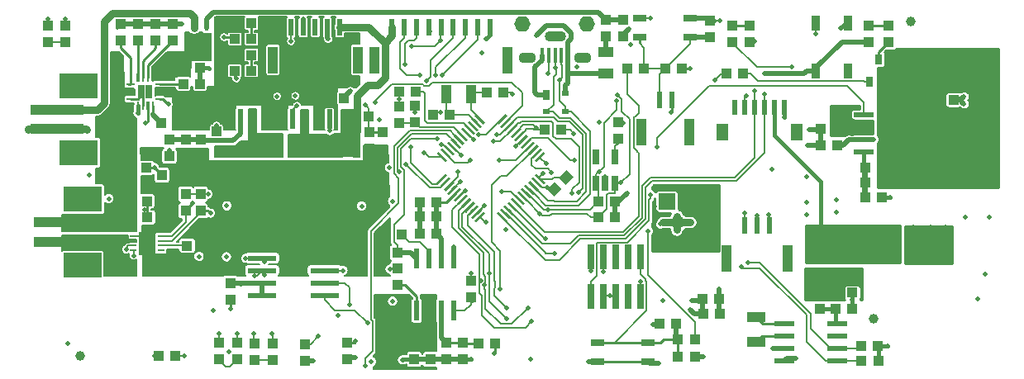
<source format=gbr>
G04 #@! TF.GenerationSoftware,KiCad,Pcbnew,(5.0.0)*
G04 #@! TF.CreationDate,2018-12-27T15:43:29-06:00*
G04 #@! TF.ProjectId,fk-core,666B2D636F72652E6B696361645F7063,0.1*
G04 #@! TF.SameCoordinates,PX791ddc0PY791ddc0*
G04 #@! TF.FileFunction,Copper,L1,Top,Signal*
G04 #@! TF.FilePolarity,Positive*
%FSLAX46Y46*%
G04 Gerber Fmt 4.6, Leading zero omitted, Abs format (unit mm)*
G04 Created by KiCad (PCBNEW (5.0.0)) date 12/27/18 15:43:29*
%MOMM*%
%LPD*%
G01*
G04 APERTURE LIST*
G04 #@! TA.AperFunction,SMDPad,CuDef*
%ADD10C,0.250000*%
G04 #@! TD*
G04 #@! TA.AperFunction,Conductor*
%ADD11C,0.100000*%
G04 #@! TD*
G04 #@! TA.AperFunction,SMDPad,CuDef*
%ADD12R,1.000000X1.100000*%
G04 #@! TD*
G04 #@! TA.AperFunction,SMDPad,CuDef*
%ADD13R,1.100000X1.000000*%
G04 #@! TD*
G04 #@! TA.AperFunction,SMDPad,CuDef*
%ADD14R,0.600000X1.700000*%
G04 #@! TD*
G04 #@! TA.AperFunction,SMDPad,CuDef*
%ADD15R,1.000000X2.800000*%
G04 #@! TD*
G04 #@! TA.AperFunction,SMDPad,CuDef*
%ADD16R,5.500000X1.000000*%
G04 #@! TD*
G04 #@! TA.AperFunction,SMDPad,CuDef*
%ADD17R,4.000000X2.600000*%
G04 #@! TD*
G04 #@! TA.AperFunction,ComponentPad*
%ADD18O,1.651000X1.600000*%
G04 #@! TD*
G04 #@! TA.AperFunction,SMDPad,CuDef*
%ADD19R,0.450000X1.500000*%
G04 #@! TD*
G04 #@! TA.AperFunction,ComponentPad*
%ADD20O,1.800000X1.100000*%
G04 #@! TD*
G04 #@! TA.AperFunction,ComponentPad*
%ADD21O,2.200000X1.100000*%
G04 #@! TD*
G04 #@! TA.AperFunction,SMDPad,CuDef*
%ADD22R,0.700000X0.250000*%
G04 #@! TD*
G04 #@! TA.AperFunction,SMDPad,CuDef*
%ADD23R,1.660000X2.380000*%
G04 #@! TD*
G04 #@! TA.AperFunction,SMDPad,CuDef*
%ADD24R,0.650000X1.560000*%
G04 #@! TD*
G04 #@! TA.AperFunction,ComponentPad*
%ADD25R,1.700000X1.700000*%
G04 #@! TD*
G04 #@! TA.AperFunction,SMDPad,CuDef*
%ADD26R,3.000000X0.600000*%
G04 #@! TD*
G04 #@! TA.AperFunction,SMDPad,CuDef*
%ADD27R,0.600000X2.000000*%
G04 #@! TD*
G04 #@! TA.AperFunction,SMDPad,CuDef*
%ADD28R,1.500000X1.000000*%
G04 #@! TD*
G04 #@! TA.AperFunction,SMDPad,CuDef*
%ADD29R,1.450000X0.700000*%
G04 #@! TD*
G04 #@! TA.AperFunction,SMDPad,CuDef*
%ADD30R,0.900000X1.500000*%
G04 #@! TD*
G04 #@! TA.AperFunction,SMDPad,CuDef*
%ADD31R,0.400000X0.500000*%
G04 #@! TD*
G04 #@! TA.AperFunction,SMDPad,CuDef*
%ADD32R,1.600000X1.100000*%
G04 #@! TD*
G04 #@! TA.AperFunction,SMDPad,CuDef*
%ADD33R,0.400000X0.250000*%
G04 #@! TD*
G04 #@! TA.AperFunction,SMDPad,CuDef*
%ADD34R,0.700000X1.000000*%
G04 #@! TD*
G04 #@! TA.AperFunction,SMDPad,CuDef*
%ADD35R,0.700000X0.600000*%
G04 #@! TD*
G04 #@! TA.AperFunction,BGAPad,CuDef*
%ADD36C,1.000000*%
G04 #@! TD*
G04 #@! TA.AperFunction,SMDPad,CuDef*
%ADD37R,0.650000X1.050000*%
G04 #@! TD*
G04 #@! TA.AperFunction,SMDPad,CuDef*
%ADD38R,0.750000X0.750000*%
G04 #@! TD*
G04 #@! TA.AperFunction,SMDPad,CuDef*
%ADD39R,0.850000X0.280000*%
G04 #@! TD*
G04 #@! TA.AperFunction,SMDPad,CuDef*
%ADD40R,0.280000X0.850000*%
G04 #@! TD*
G04 #@! TA.AperFunction,SMDPad,CuDef*
%ADD41R,0.300000X0.850000*%
G04 #@! TD*
G04 #@! TA.AperFunction,SMDPad,CuDef*
%ADD42R,2.000000X0.600000*%
G04 #@! TD*
G04 #@! TA.AperFunction,SMDPad,CuDef*
%ADD43R,1.100000X1.900000*%
G04 #@! TD*
G04 #@! TA.AperFunction,SMDPad,CuDef*
%ADD44R,1.900000X1.100000*%
G04 #@! TD*
G04 #@! TA.AperFunction,SMDPad,CuDef*
%ADD45R,0.600000X1.550000*%
G04 #@! TD*
G04 #@! TA.AperFunction,SMDPad,CuDef*
%ADD46R,1.200000X1.800000*%
G04 #@! TD*
G04 #@! TA.AperFunction,SMDPad,CuDef*
%ADD47R,0.750000X2.500000*%
G04 #@! TD*
G04 #@! TA.AperFunction,SMDPad,CuDef*
%ADD48C,1.000000*%
G04 #@! TD*
G04 #@! TA.AperFunction,SMDPad,CuDef*
%ADD49R,2.200000X1.050000*%
G04 #@! TD*
G04 #@! TA.AperFunction,SMDPad,CuDef*
%ADD50R,1.050000X1.000000*%
G04 #@! TD*
G04 #@! TA.AperFunction,ViaPad*
%ADD51C,0.500000*%
G04 #@! TD*
G04 #@! TA.AperFunction,Conductor*
%ADD52C,0.254000*%
G04 #@! TD*
G04 #@! TA.AperFunction,Conductor*
%ADD53C,0.508000*%
G04 #@! TD*
G04 #@! TA.AperFunction,Conductor*
%ADD54C,0.381000*%
G04 #@! TD*
G04 #@! TA.AperFunction,Conductor*
%ADD55C,0.203200*%
G04 #@! TD*
G04 #@! TA.AperFunction,Conductor*
%ADD56C,0.762000*%
G04 #@! TD*
G04 #@! TA.AperFunction,Conductor*
%ADD57C,0.152400*%
G04 #@! TD*
G04 #@! TA.AperFunction,Conductor*
%ADD58C,0.200000*%
G04 #@! TD*
G04 APERTURE END LIST*
D10*
G04 #@! TO.P,U2,1*
G04 #@! TO.N,Net-(C4-Pad2)*
X-3493571Y6519058D03*
D11*
G04 #@! TD*
G04 #@! TO.N,Net-(C4-Pad2)*
G04 #@! TO.C,U2*
G36*
X-4041579Y6890289D02*
X-3864802Y7067066D01*
X-2945563Y6147827D01*
X-3122340Y5971050D01*
X-4041579Y6890289D01*
X-4041579Y6890289D01*
G37*
D10*
G04 #@! TO.P,U2,2*
G04 #@! TO.N,Net-(C3-Pad2)*
X-3847124Y6165505D03*
D11*
G04 #@! TD*
G04 #@! TO.N,Net-(C3-Pad2)*
G04 #@! TO.C,U2*
G36*
X-4395132Y6536736D02*
X-4218355Y6713513D01*
X-3299116Y5794274D01*
X-3475893Y5617497D01*
X-4395132Y6536736D01*
X-4395132Y6536736D01*
G37*
D10*
G04 #@! TO.P,U2,3*
G04 #@! TO.N,Net-(U2-Pad3)*
X-4200678Y5811951D03*
D11*
G04 #@! TD*
G04 #@! TO.N,Net-(U2-Pad3)*
G04 #@! TO.C,U2*
G36*
X-4748686Y6183182D02*
X-4571909Y6359959D01*
X-3652670Y5440720D01*
X-3829447Y5263943D01*
X-4748686Y6183182D01*
X-4748686Y6183182D01*
G37*
D10*
G04 #@! TO.P,U2,4*
G04 #@! TO.N,Net-(C1-Pad1)*
X-4554231Y5458398D03*
D11*
G04 #@! TD*
G04 #@! TO.N,Net-(C1-Pad1)*
G04 #@! TO.C,U2*
G36*
X-5102239Y5829629D02*
X-4925462Y6006406D01*
X-4006223Y5087167D01*
X-4183000Y4910390D01*
X-5102239Y5829629D01*
X-5102239Y5829629D01*
G37*
D10*
G04 #@! TO.P,U2,5*
G04 #@! TO.N,GND*
X-4907784Y5104845D03*
D11*
G04 #@! TD*
G04 #@! TO.N,GND*
G04 #@! TO.C,U2*
G36*
X-5455792Y5476076D02*
X-5279015Y5652853D01*
X-4359776Y4733614D01*
X-4536553Y4556837D01*
X-5455792Y5476076D01*
X-5455792Y5476076D01*
G37*
D10*
G04 #@! TO.P,U2,6*
G04 #@! TO.N,Net-(C7-Pad1)*
X-5261338Y4751291D03*
D11*
G04 #@! TD*
G04 #@! TO.N,Net-(C7-Pad1)*
G04 #@! TO.C,U2*
G36*
X-5809346Y5122522D02*
X-5632569Y5299299D01*
X-4713330Y4380060D01*
X-4890107Y4203283D01*
X-5809346Y5122522D01*
X-5809346Y5122522D01*
G37*
D10*
G04 #@! TO.P,U2,7*
G04 #@! TO.N,/A1_WIFI_RST*
X-5614891Y4397738D03*
D11*
G04 #@! TD*
G04 #@! TO.N,/A1_WIFI_RST*
G04 #@! TO.C,U2*
G36*
X-6162899Y4768969D02*
X-5986122Y4945746D01*
X-5066883Y4026507D01*
X-5243660Y3849730D01*
X-6162899Y4768969D01*
X-6162899Y4768969D01*
G37*
D10*
G04 #@! TO.P,U2,8*
G04 #@! TO.N,/A2_WIFI_IRQ*
X-5968445Y4044184D03*
D11*
G04 #@! TD*
G04 #@! TO.N,/A2_WIFI_IRQ*
G04 #@! TO.C,U2*
G36*
X-6516453Y4415415D02*
X-6339676Y4592192D01*
X-5420437Y3672953D01*
X-5597214Y3496176D01*
X-6516453Y4415415D01*
X-6516453Y4415415D01*
G37*
D10*
G04 #@! TO.P,U2,9*
G04 #@! TO.N,/A3_STATUS*
X-6321998Y3690631D03*
D11*
G04 #@! TD*
G04 #@! TO.N,/A3_STATUS*
G04 #@! TO.C,U2*
G36*
X-6870006Y4061862D02*
X-6693229Y4238639D01*
X-5773990Y3319400D01*
X-5950767Y3142623D01*
X-6870006Y4061862D01*
X-6870006Y4061862D01*
G37*
D10*
G04 #@! TO.P,U2,10*
G04 #@! TO.N,/A4_GPS_EN*
X-6675551Y3337078D03*
D11*
G04 #@! TD*
G04 #@! TO.N,/A4_GPS_EN*
G04 #@! TO.C,U2*
G36*
X-7223559Y3708309D02*
X-7046782Y3885086D01*
X-6127543Y2965847D01*
X-6304320Y2789070D01*
X-7223559Y3708309D01*
X-7223559Y3708309D01*
G37*
D10*
G04 #@! TO.P,U2,11*
G04 #@! TO.N,/D8_WIFI_WAKE*
X-7029105Y2983524D03*
D11*
G04 #@! TD*
G04 #@! TO.N,/D8_WIFI_WAKE*
G04 #@! TO.C,U2*
G36*
X-7577113Y3354755D02*
X-7400336Y3531532D01*
X-6481097Y2612293D01*
X-6657874Y2435516D01*
X-7577113Y3354755D01*
X-7577113Y3354755D01*
G37*
D10*
G04 #@! TO.P,U2,12*
G04 #@! TO.N,/D9_I2S_DATA*
X-7382658Y2629971D03*
D11*
G04 #@! TD*
G04 #@! TO.N,/D9_I2S_DATA*
G04 #@! TO.C,U2*
G36*
X-7930666Y3001202D02*
X-7753889Y3177979D01*
X-6834650Y2258740D01*
X-7011427Y2081963D01*
X-7930666Y3001202D01*
X-7930666Y3001202D01*
G37*
D10*
G04 #@! TO.P,U2,13*
G04 #@! TO.N,/SDA2*
X-7382658Y367229D03*
D11*
G04 #@! TD*
G04 #@! TO.N,/SDA2*
G04 #@! TO.C,U2*
G36*
X-7753889Y-180779D02*
X-7930666Y-4002D01*
X-7011427Y915237D01*
X-6834650Y738460D01*
X-7753889Y-180779D01*
X-7753889Y-180779D01*
G37*
D10*
G04 #@! TO.P,U2,14*
G04 #@! TO.N,/SCL2*
X-7029105Y13676D03*
D11*
G04 #@! TD*
G04 #@! TO.N,/SCL2*
G04 #@! TO.C,U2*
G36*
X-7400336Y-534332D02*
X-7577113Y-357555D01*
X-6657874Y561684D01*
X-6481097Y384907D01*
X-7400336Y-534332D01*
X-7400336Y-534332D01*
G37*
D10*
G04 #@! TO.P,U2,15*
G04 #@! TO.N,/D1_I2S_BCLK*
X-6675551Y-339878D03*
D11*
G04 #@! TD*
G04 #@! TO.N,/D1_I2S_BCLK*
G04 #@! TO.C,U2*
G36*
X-7046782Y-887886D02*
X-7223559Y-711109D01*
X-6304320Y208130D01*
X-6127543Y31353D01*
X-7046782Y-887886D01*
X-7046782Y-887886D01*
G37*
D10*
G04 #@! TO.P,U2,16*
G04 #@! TO.N,/D0_I2S_WS*
X-6321998Y-693431D03*
D11*
G04 #@! TD*
G04 #@! TO.N,/D0_I2S_WS*
G04 #@! TO.C,U2*
G36*
X-6693229Y-1241439D02*
X-6870006Y-1064662D01*
X-5950767Y-145423D01*
X-5773990Y-322200D01*
X-6693229Y-1241439D01*
X-6693229Y-1241439D01*
G37*
D10*
G04 #@! TO.P,U2,17*
G04 #@! TO.N,3V3*
X-5968445Y-1046984D03*
D11*
G04 #@! TD*
G04 #@! TO.N,3V3*
G04 #@! TO.C,U2*
G36*
X-6339676Y-1594992D02*
X-6516453Y-1418215D01*
X-5597214Y-498976D01*
X-5420437Y-675753D01*
X-6339676Y-1594992D01*
X-6339676Y-1594992D01*
G37*
D10*
G04 #@! TO.P,U2,18*
G04 #@! TO.N,GND*
X-5614891Y-1400538D03*
D11*
G04 #@! TD*
G04 #@! TO.N,GND*
G04 #@! TO.C,U2*
G36*
X-5986122Y-1948546D02*
X-6162899Y-1771769D01*
X-5243660Y-852530D01*
X-5066883Y-1029307D01*
X-5986122Y-1948546D01*
X-5986122Y-1948546D01*
G37*
D10*
G04 #@! TO.P,U2,19*
G04 #@! TO.N,/MOSI*
X-5261338Y-1754091D03*
D11*
G04 #@! TD*
G04 #@! TO.N,/MOSI*
G04 #@! TO.C,U2*
G36*
X-5632569Y-2302099D02*
X-5809346Y-2125322D01*
X-4890107Y-1206083D01*
X-4713330Y-1382860D01*
X-5632569Y-2302099D01*
X-5632569Y-2302099D01*
G37*
D10*
G04 #@! TO.P,U2,20*
G04 #@! TO.N,/SCK*
X-4907784Y-2107645D03*
D11*
G04 #@! TD*
G04 #@! TO.N,/SCK*
G04 #@! TO.C,U2*
G36*
X-5279015Y-2655653D02*
X-5455792Y-2478876D01*
X-4536553Y-1559637D01*
X-4359776Y-1736414D01*
X-5279015Y-2655653D01*
X-5279015Y-2655653D01*
G37*
D10*
G04 #@! TO.P,U2,21*
G04 #@! TO.N,/MISO*
X-4554231Y-2461198D03*
D11*
G04 #@! TD*
G04 #@! TO.N,/MISO*
G04 #@! TO.C,U2*
G36*
X-4925462Y-3009206D02*
X-5102239Y-2832429D01*
X-4183000Y-1913190D01*
X-4006223Y-2089967D01*
X-4925462Y-3009206D01*
X-4925462Y-3009206D01*
G37*
D10*
G04 #@! TO.P,U2,22*
G04 #@! TO.N,/D2_WIFI_EN*
X-4200678Y-2814751D03*
D11*
G04 #@! TD*
G04 #@! TO.N,/D2_WIFI_EN*
G04 #@! TO.C,U2*
G36*
X-4571909Y-3362759D02*
X-4748686Y-3185982D01*
X-3829447Y-2266743D01*
X-3652670Y-2443520D01*
X-4571909Y-3362759D01*
X-4571909Y-3362759D01*
G37*
D10*
G04 #@! TO.P,U2,23*
G04 #@! TO.N,/LORA_D0*
X-3847124Y-3168305D03*
D11*
G04 #@! TD*
G04 #@! TO.N,/LORA_D0*
G04 #@! TO.C,U2*
G36*
X-4218355Y-3716313D02*
X-4395132Y-3539536D01*
X-3475893Y-2620297D01*
X-3299116Y-2797074D01*
X-4218355Y-3716313D01*
X-4218355Y-3716313D01*
G37*
D10*
G04 #@! TO.P,U2,24*
G04 #@! TO.N,/D5_RADIO_CS*
X-3493571Y-3521858D03*
D11*
G04 #@! TD*
G04 #@! TO.N,/D5_RADIO_CS*
G04 #@! TO.C,U2*
G36*
X-3864802Y-4069866D02*
X-4041579Y-3893089D01*
X-3122340Y-2973850D01*
X-2945563Y-3150627D01*
X-3864802Y-4069866D01*
X-3864802Y-4069866D01*
G37*
D10*
G04 #@! TO.P,U2,25*
G04 #@! TO.N,/GPS_TX*
X-1230829Y-3521858D03*
D11*
G04 #@! TD*
G04 #@! TO.N,/GPS_TX*
G04 #@! TO.C,U2*
G36*
X-1778837Y-3150627D02*
X-1602060Y-2973850D01*
X-682821Y-3893089D01*
X-859598Y-4069866D01*
X-1778837Y-3150627D01*
X-1778837Y-3150627D01*
G37*
D10*
G04 #@! TO.P,U2,26*
G04 #@! TO.N,/LORA_D2*
X-877276Y-3168305D03*
D11*
G04 #@! TD*
G04 #@! TO.N,/LORA_D2*
G04 #@! TO.C,U2*
G36*
X-1425284Y-2797074D02*
X-1248507Y-2620297D01*
X-329268Y-3539536D01*
X-506045Y-3716313D01*
X-1425284Y-2797074D01*
X-1425284Y-2797074D01*
G37*
D10*
G04 #@! TO.P,U2,27*
G04 #@! TO.N,/GPS_RX*
X-523722Y-2814751D03*
D11*
G04 #@! TD*
G04 #@! TO.N,/GPS_RX*
G04 #@! TO.C,U2*
G36*
X-1071730Y-2443520D02*
X-894953Y-2266743D01*
X24286Y-3185982D01*
X-152491Y-3362759D01*
X-1071730Y-2443520D01*
X-1071730Y-2443520D01*
G37*
D10*
G04 #@! TO.P,U2,28*
G04 #@! TO.N,/D12_SD_CS*
X-170169Y-2461198D03*
D11*
G04 #@! TD*
G04 #@! TO.N,/D12_SD_CS*
G04 #@! TO.C,U2*
G36*
X-718177Y-2089967D02*
X-541400Y-1913190D01*
X377839Y-2832429D01*
X201062Y-3009206D01*
X-718177Y-2089967D01*
X-718177Y-2089967D01*
G37*
D10*
G04 #@! TO.P,U2,29*
G04 #@! TO.N,/D6_USER_SW*
X183384Y-2107645D03*
D11*
G04 #@! TD*
G04 #@! TO.N,/D6_USER_SW*
G04 #@! TO.C,U2*
G36*
X-364624Y-1736414D02*
X-187847Y-1559637D01*
X731392Y-2478876D01*
X554615Y-2655653D01*
X-364624Y-1736414D01*
X-364624Y-1736414D01*
G37*
D10*
G04 #@! TO.P,U2,30*
G04 #@! TO.N,/D7_WIFI_CS*
X536938Y-1754091D03*
D11*
G04 #@! TD*
G04 #@! TO.N,/D7_WIFI_CS*
G04 #@! TO.C,U2*
G36*
X-11070Y-1382860D02*
X165707Y-1206083D01*
X1084946Y-2125322D01*
X908169Y-2302099D01*
X-11070Y-1382860D01*
X-11070Y-1382860D01*
G37*
D10*
G04 #@! TO.P,U2,31*
G04 #@! TO.N,/SDA1*
X890491Y-1400538D03*
D11*
G04 #@! TD*
G04 #@! TO.N,/SDA1*
G04 #@! TO.C,U2*
G36*
X342483Y-1029307D02*
X519260Y-852530D01*
X1438499Y-1771769D01*
X1261722Y-1948546D01*
X342483Y-1029307D01*
X342483Y-1029307D01*
G37*
D10*
G04 #@! TO.P,U2,32*
G04 #@! TO.N,/SCL1*
X1244045Y-1046984D03*
D11*
G04 #@! TD*
G04 #@! TO.N,/SCL1*
G04 #@! TO.C,U2*
G36*
X696037Y-675753D02*
X872814Y-498976D01*
X1792053Y-1418215D01*
X1615276Y-1594992D01*
X696037Y-675753D01*
X696037Y-675753D01*
G37*
D10*
G04 #@! TO.P,U2,33*
G04 #@! TO.N,/USB-*
X1597598Y-693431D03*
D11*
G04 #@! TD*
G04 #@! TO.N,/USB-*
G04 #@! TO.C,U2*
G36*
X1049590Y-322200D02*
X1226367Y-145423D01*
X2145606Y-1064662D01*
X1968829Y-1241439D01*
X1049590Y-322200D01*
X1049590Y-322200D01*
G37*
D10*
G04 #@! TO.P,U2,34*
G04 #@! TO.N,/USB+*
X1951151Y-339878D03*
D11*
G04 #@! TD*
G04 #@! TO.N,/USB+*
G04 #@! TO.C,U2*
G36*
X1403143Y31353D02*
X1579920Y208130D01*
X2499159Y-711109D01*
X2322382Y-887886D01*
X1403143Y31353D01*
X1403143Y31353D01*
G37*
D10*
G04 #@! TO.P,U2,35*
G04 #@! TO.N,GND*
X2304705Y13676D03*
D11*
G04 #@! TD*
G04 #@! TO.N,GND*
G04 #@! TO.C,U2*
G36*
X1756697Y384907D02*
X1933474Y561684D01*
X2852713Y-357555D01*
X2675936Y-534332D01*
X1756697Y384907D01*
X1756697Y384907D01*
G37*
D10*
G04 #@! TO.P,U2,36*
G04 #@! TO.N,3V3*
X2658258Y367229D03*
D11*
G04 #@! TD*
G04 #@! TO.N,3V3*
G04 #@! TO.C,U2*
G36*
X2110250Y738460D02*
X2287027Y915237D01*
X3206266Y-4002D01*
X3029489Y-180779D01*
X2110250Y738460D01*
X2110250Y738460D01*
G37*
D10*
G04 #@! TO.P,U2,37*
G04 #@! TO.N,/D30*
X2658258Y2629971D03*
D11*
G04 #@! TD*
G04 #@! TO.N,/D30*
G04 #@! TO.C,U2*
G36*
X2287027Y2081963D02*
X2110250Y2258740D01*
X3029489Y3177979D01*
X3206266Y3001202D01*
X2287027Y2081963D01*
X2287027Y2081963D01*
G37*
D10*
G04 #@! TO.P,U2,38*
G04 #@! TO.N,/D31*
X2304705Y2983524D03*
D11*
G04 #@! TD*
G04 #@! TO.N,/D31*
G04 #@! TO.C,U2*
G36*
X1933474Y2435516D02*
X1756697Y2612293D01*
X2675936Y3531532D01*
X2852713Y3354755D01*
X1933474Y2435516D01*
X1933474Y2435516D01*
G37*
D10*
G04 #@! TO.P,U2,39*
G04 #@! TO.N,/D26_FLASH_CS*
X1951151Y3337078D03*
D11*
G04 #@! TD*
G04 #@! TO.N,/D26_FLASH_CS*
G04 #@! TO.C,U2*
G36*
X1579920Y2789070D02*
X1403143Y2965847D01*
X2322382Y3885086D01*
X2499159Y3708309D01*
X1579920Y2789070D01*
X1579920Y2789070D01*
G37*
D10*
G04 #@! TO.P,U2,40*
G04 #@! TO.N,/RESET*
X1597598Y3690631D03*
D11*
G04 #@! TD*
G04 #@! TO.N,/RESET*
G04 #@! TO.C,U2*
G36*
X1226367Y3142623D02*
X1049590Y3319400D01*
X1968829Y4238639D01*
X2145606Y4061862D01*
X1226367Y3142623D01*
X1226367Y3142623D01*
G37*
D10*
G04 #@! TO.P,U2,41*
G04 #@! TO.N,/LORA_D1*
X1244045Y4044184D03*
D11*
G04 #@! TD*
G04 #@! TO.N,/LORA_D1*
G04 #@! TO.C,U2*
G36*
X872814Y3496176D02*
X696037Y3672953D01*
X1615276Y4592192D01*
X1792053Y4415415D01*
X872814Y3496176D01*
X872814Y3496176D01*
G37*
D10*
G04 #@! TO.P,U2,42*
G04 #@! TO.N,GND*
X890491Y4397738D03*
D11*
G04 #@! TD*
G04 #@! TO.N,GND*
G04 #@! TO.C,U2*
G36*
X519260Y3849730D02*
X342483Y4026507D01*
X1261722Y4945746D01*
X1438499Y4768969D01*
X519260Y3849730D01*
X519260Y3849730D01*
G37*
D10*
G04 #@! TO.P,U2,43*
G04 #@! TO.N,3V3*
X536938Y4751291D03*
D11*
G04 #@! TD*
G04 #@! TO.N,3V3*
G04 #@! TO.C,U2*
G36*
X165707Y4203283D02*
X-11070Y4380060D01*
X908169Y5299299D01*
X1084946Y5122522D01*
X165707Y4203283D01*
X165707Y4203283D01*
G37*
D10*
G04 #@! TO.P,U2,44*
G04 #@! TO.N,3V3*
X183384Y5104845D03*
D11*
G04 #@! TD*
G04 #@! TO.N,3V3*
G04 #@! TO.C,U2*
G36*
X-187847Y4556837D02*
X-364624Y4733614D01*
X554615Y5652853D01*
X731392Y5476076D01*
X-187847Y4556837D01*
X-187847Y4556837D01*
G37*
D10*
G04 #@! TO.P,U2,45*
G04 #@! TO.N,/SWCLK*
X-170169Y5458398D03*
D11*
G04 #@! TD*
G04 #@! TO.N,/SWCLK*
G04 #@! TO.C,U2*
G36*
X-541400Y4910390D02*
X-718177Y5087167D01*
X201062Y6006406D01*
X377839Y5829629D01*
X-541400Y4910390D01*
X-541400Y4910390D01*
G37*
D10*
G04 #@! TO.P,U2,46*
G04 #@! TO.N,/SWDIO*
X-523722Y5811951D03*
D11*
G04 #@! TD*
G04 #@! TO.N,/SWDIO*
G04 #@! TO.C,U2*
G36*
X-894953Y5263943D02*
X-1071730Y5440720D01*
X-152491Y6359959D01*
X24286Y6183182D01*
X-894953Y5263943D01*
X-894953Y5263943D01*
G37*
D10*
G04 #@! TO.P,U2,47*
G04 #@! TO.N,/A5_MODULE_EN*
X-877276Y6165505D03*
D11*
G04 #@! TD*
G04 #@! TO.N,/A5_MODULE_EN*
G04 #@! TO.C,U2*
G36*
X-1248507Y5617497D02*
X-1425284Y5794274D01*
X-506045Y6713513D01*
X-329268Y6536736D01*
X-1248507Y5617497D01*
X-1248507Y5617497D01*
G37*
D10*
G04 #@! TO.P,U2,48*
G04 #@! TO.N,/D25_PERIPH_EN*
X-1230829Y6519058D03*
D11*
G04 #@! TD*
G04 #@! TO.N,/D25_PERIPH_EN*
G04 #@! TO.C,U2*
G36*
X-1602060Y5971050D02*
X-1778837Y6147827D01*
X-859598Y7067066D01*
X-682821Y6890289D01*
X-1602060Y5971050D01*
X-1602060Y5971050D01*
G37*
D12*
G04 #@! TO.P,D4,2*
G04 #@! TO.N,3V3*
X-45974000Y16090000D03*
G04 #@! TO.P,D4,1*
G04 #@! TO.N,Net-(D4-Pad1)*
X-45974000Y14390000D03*
G04 #@! TD*
D13*
G04 #@! TO.P,R48,2*
G04 #@! TO.N,Net-(Q1-Pad1)*
X23456000Y11176000D03*
G04 #@! TO.P,R48,1*
G04 #@! TO.N,/A3_STATUS*
X21756000Y11176000D03*
G04 #@! TD*
D12*
G04 #@! TO.P,R47,1*
G04 #@! TO.N,Net-(D4-Pad1)*
X-47752000Y14390000D03*
G04 #@! TO.P,R47,2*
G04 #@! TO.N,GND*
X-47752000Y16090000D03*
G04 #@! TD*
D14*
G04 #@! TO.P,J17,1*
G04 #@! TO.N,GND*
X-2493000Y15894600D03*
G04 #@! TO.P,J17,2*
G04 #@! TO.N,/D1_I2S_BCLK*
X-3743000Y15894600D03*
G04 #@! TO.P,J17,3*
G04 #@! TO.N,/D0_I2S_WS*
X-4993000Y15894600D03*
G04 #@! TO.P,J17,4*
G04 #@! TO.N,/D9_I2S_DATA*
X-6243000Y15894600D03*
G04 #@! TO.P,J17,5*
G04 #@! TO.N,/SDA1*
X-7493000Y15894600D03*
G04 #@! TO.P,J17,6*
G04 #@! TO.N,/SCL1*
X-8743000Y15894600D03*
G04 #@! TO.P,J17,7*
G04 #@! TO.N,/SDA2*
X-9993000Y15894600D03*
G04 #@! TO.P,J17,8*
G04 #@! TO.N,/SCL2*
X-11243000Y15894600D03*
G04 #@! TO.P,J17,9*
G04 #@! TO.N,/MODULE_3V3*
X-12493000Y15894600D03*
D15*
G04 #@! TO.P,J17,*
G04 #@! TO.N,*
X-643000Y12544600D03*
X-14343000Y12544600D03*
G04 #@! TD*
D16*
G04 #@! TO.P,J3,1*
G04 #@! TO.N,VIN*
X-46863000Y7477000D03*
G04 #@! TO.P,J3,2*
G04 #@! TO.N,GND*
X-46863000Y5477000D03*
D17*
G04 #@! TO.P,J3,3*
G04 #@! TO.N,Net-(J3-Pad3)*
X-44613000Y9877000D03*
G04 #@! TO.P,J3,4*
G04 #@! TO.N,Net-(J3-Pad4)*
X-44613000Y3077000D03*
G04 #@! TD*
D16*
G04 #@! TO.P,J10,1*
G04 #@! TO.N,VBAT*
X-46482000Y-4096000D03*
G04 #@! TO.P,J10,2*
G04 #@! TO.N,/VBATLO*
X-46482000Y-6096000D03*
D17*
G04 #@! TO.P,J10,3*
G04 #@! TO.N,Net-(J10-Pad3)*
X-44232000Y-1696000D03*
G04 #@! TO.P,J10,4*
G04 #@! TO.N,Net-(J10-Pad4)*
X-44232000Y-8496000D03*
G04 #@! TD*
D18*
G04 #@! TO.P,J9,*
G04 #@! TO.N,*
X861000Y16259000D03*
X7461000Y16259000D03*
G04 #@! TD*
D19*
G04 #@! TO.P,J16,1*
G04 #@! TO.N,VUSB*
X5491000Y13077000D03*
D20*
G04 #@! TO.P,J16,6*
G04 #@! TO.N,Net-(J16-Pad6)*
X6991000Y12827000D03*
G04 #@! TO.P,J16,7*
G04 #@! TO.N,Net-(C14-Pad1)*
X1391000Y12827000D03*
D19*
G04 #@! TO.P,J16,3*
G04 #@! TO.N,/USB+*
X4191000Y13077000D03*
G04 #@! TO.P,J16,2*
G04 #@! TO.N,/USB-*
X4841000Y13077000D03*
G04 #@! TO.P,J16,4*
G04 #@! TO.N,Net-(J16-Pad4)*
X3541000Y13077000D03*
G04 #@! TO.P,J16,5*
G04 #@! TO.N,GND*
X2891000Y13077000D03*
D21*
G04 #@! TO.P,J16,8*
G04 #@! TO.N,Net-(J16-Pad8)*
X4191000Y14977000D03*
G04 #@! TD*
D22*
G04 #@! TO.P,U15,1*
G04 #@! TO.N,Net-(U15-Pad1)*
X-36192000Y-6973000D03*
G04 #@! TO.P,U15,2*
G04 #@! TO.N,Net-(R43-Pad1)*
X-36192000Y-6473000D03*
G04 #@! TO.P,U15,3*
G04 #@! TO.N,/SDA1*
X-36192000Y-5973000D03*
G04 #@! TO.P,U15,4*
G04 #@! TO.N,/SCL1*
X-36192000Y-5473000D03*
G04 #@! TO.P,U15,5*
G04 #@! TO.N,GND*
X-38992000Y-5473000D03*
G04 #@! TO.P,U15,6*
G04 #@! TO.N,/VBATLO*
X-38992000Y-5973000D03*
G04 #@! TO.P,U15,7*
G04 #@! TO.N,VBAT*
X-38992000Y-6473000D03*
G04 #@! TO.P,U15,8*
G04 #@! TO.N,Net-(C40-Pad1)*
X-38992000Y-6973000D03*
D23*
G04 #@! TO.P,U15,9*
G04 #@! TO.N,GND*
X-37592000Y-6223000D03*
G04 #@! TD*
D13*
G04 #@! TO.P,C39,2*
G04 #@! TO.N,VBAT*
X-39419000Y-381000D03*
G04 #@! TO.P,C39,1*
G04 #@! TO.N,GND*
X-37719000Y-381000D03*
G04 #@! TD*
G04 #@! TO.P,C40,1*
G04 #@! TO.N,Net-(C40-Pad1)*
X-37553000Y-3556000D03*
G04 #@! TO.P,C40,2*
G04 #@! TO.N,GND*
X-35853000Y-3556000D03*
G04 #@! TD*
D12*
G04 #@! TO.P,R46,1*
G04 #@! TO.N,3V3*
X-33655000Y-1182000D03*
G04 #@! TO.P,R46,2*
G04 #@! TO.N,/SCL1*
X-33655000Y-2882000D03*
G04 #@! TD*
G04 #@! TO.P,R45,2*
G04 #@! TO.N,/SDA1*
X-32131000Y-2882000D03*
G04 #@! TO.P,R45,1*
G04 #@! TO.N,3V3*
X-32131000Y-1182000D03*
G04 #@! TD*
D13*
G04 #@! TO.P,R44,1*
G04 #@! TO.N,/VBATLO*
X-39331000Y-8890000D03*
G04 #@! TO.P,R44,2*
G04 #@! TO.N,GND*
X-37631000Y-8890000D03*
G04 #@! TD*
G04 #@! TO.P,R43,2*
G04 #@! TO.N,GND*
X-31789000Y-6477000D03*
G04 #@! TO.P,R43,1*
G04 #@! TO.N,Net-(R43-Pad1)*
X-33489000Y-6477000D03*
G04 #@! TD*
G04 #@! TO.P,R42,1*
G04 #@! TO.N,VBAT*
X-39331000Y-1905000D03*
G04 #@! TO.P,R42,2*
G04 #@! TO.N,Net-(C40-Pad1)*
X-37631000Y-1905000D03*
G04 #@! TD*
D24*
G04 #@! TO.P,U4,1*
G04 #@! TO.N,/SCL1*
X8397200Y-105400D03*
G04 #@! TO.P,U4,2*
G04 #@! TO.N,GND*
X9347200Y-105400D03*
G04 #@! TO.P,U4,3*
G04 #@! TO.N,/SDA1*
X10297200Y-105400D03*
G04 #@! TO.P,U4,4*
G04 #@! TO.N,3V3*
X10297200Y2594600D03*
G04 #@! TO.P,U4,5*
G04 #@! TO.N,Net-(U4-Pad5)*
X8397200Y2594600D03*
G04 #@! TD*
D14*
G04 #@! TO.P,J6,1*
G04 #@! TO.N,/MODULE_3V3*
X-17864200Y15923000D03*
G04 #@! TO.P,J6,2*
G04 #@! TO.N,GND*
X-19114200Y15923000D03*
G04 #@! TO.P,J6,3*
G04 #@! TO.N,Net-(J6-Pad3)*
X-20364200Y15923000D03*
G04 #@! TO.P,J6,4*
G04 #@! TO.N,/SCL1*
X-21614200Y15923000D03*
G04 #@! TO.P,J6,5*
G04 #@! TO.N,/SDA1*
X-22864200Y15923000D03*
D15*
G04 #@! TO.P,J6,*
G04 #@! TO.N,*
X-16014200Y12573000D03*
X-24714200Y12573000D03*
G04 #@! TD*
D14*
G04 #@! TO.P,J8,1*
G04 #@! TO.N,GND*
X16131700Y8477800D03*
G04 #@! TO.P,J8,2*
G04 #@! TO.N,Net-(C37-Pad1)*
X14881700Y8477800D03*
D15*
G04 #@! TO.P,J8,*
G04 #@! TO.N,*
X17981700Y5127800D03*
X13031700Y5127800D03*
G04 #@! TD*
D13*
G04 #@! TO.P,L3,1*
G04 #@! TO.N,/GPS_3V3*
X40575600Y-7620000D03*
G04 #@! TO.P,L3,2*
G04 #@! TO.N,/GPS_PWR_FILT*
X38875600Y-7620000D03*
G04 #@! TD*
D25*
G04 #@! TO.P,J4,1*
G04 #@! TO.N,Net-(J15-Pad1)*
X15621000Y-1905000D03*
G04 #@! TD*
D26*
G04 #@! TO.P,U5,8*
G04 #@! TO.N,/PERIPH_3V3*
X-25806000Y-11557000D03*
G04 #@! TO.P,U5,7*
X-25806000Y-10287000D03*
G04 #@! TO.P,U5,6*
G04 #@! TO.N,/SCK*
X-25806000Y-9017000D03*
G04 #@! TO.P,U5,5*
G04 #@! TO.N,/MOSI*
X-25806000Y-7747000D03*
G04 #@! TO.P,U5,4*
G04 #@! TO.N,GND*
X-19406000Y-7747000D03*
G04 #@! TO.P,U5,3*
G04 #@! TO.N,/PERIPH_3V3*
X-19406000Y-9017000D03*
G04 #@! TO.P,U5,2*
G04 #@! TO.N,/MISO*
X-19406000Y-10287000D03*
G04 #@! TO.P,U5,1*
G04 #@! TO.N,/D26_FLASH_CS*
X-19406000Y-11557000D03*
G04 #@! TD*
D27*
G04 #@! TO.P,U9,8*
G04 #@! TO.N,GND*
X-18923000Y1110000D03*
G04 #@! TO.P,U9,7*
X-20193000Y1110000D03*
G04 #@! TO.P,U9,6*
X-21463000Y1110000D03*
G04 #@! TO.P,U9,5*
X-22733000Y1110000D03*
G04 #@! TO.P,U9,4*
G04 #@! TO.N,Net-(C29-Pad1)*
X-22733000Y6510000D03*
G04 #@! TO.P,U9,3*
G04 #@! TO.N,/MODULE_3V3*
X-21463000Y6510000D03*
G04 #@! TO.P,U9,2*
G04 #@! TO.N,VBUS*
X-20193000Y6510000D03*
G04 #@! TO.P,U9,1*
G04 #@! TO.N,/A5_MODULE_EN*
X-18923000Y6510000D03*
G04 #@! TD*
D28*
G04 #@! TO.P,F1,1*
G04 #@! TO.N,Net-(F1-Pad1)*
X9398000Y13419000D03*
G04 #@! TO.P,F1,2*
G04 #@! TO.N,VUSB*
X9398000Y11219000D03*
G04 #@! TD*
D12*
G04 #@! TO.P,C16,1*
G04 #@! TO.N,/UNUSED_3V3*
X-6926802Y-16440022D03*
G04 #@! TO.P,C16,2*
G04 #@! TO.N,GND*
X-6926802Y-18140022D03*
G04 #@! TD*
D14*
G04 #@! TO.P,J5,1*
G04 #@! TO.N,GND*
X26142000Y-4400000D03*
G04 #@! TO.P,J5,2*
G04 #@! TO.N,/D31*
X24892000Y-4400000D03*
G04 #@! TO.P,J5,3*
G04 #@! TO.N,/D30*
X23642000Y-4400000D03*
D15*
G04 #@! TO.P,J5,*
G04 #@! TO.N,*
X27992000Y-7750000D03*
X21792000Y-7750000D03*
G04 #@! TD*
D29*
G04 #@! TO.P,SW2,1*
G04 #@! TO.N,GND*
X18035900Y16875000D03*
X12875900Y16875000D03*
G04 #@! TO.P,SW2,2*
G04 #@! TO.N,Net-(C37-Pad1)*
X12875900Y14875000D03*
X18035900Y14875000D03*
G04 #@! TD*
G04 #@! TO.P,SW1,1*
G04 #@! TO.N,GND*
X8545200Y-18399000D03*
X13705200Y-18399000D03*
G04 #@! TO.P,SW1,2*
G04 #@! TO.N,/RST*
X13705200Y-16399000D03*
X8545200Y-16399000D03*
G04 #@! TD*
D30*
G04 #@! TO.P,U13,3*
G04 #@! TO.N,3V3*
X30912800Y11431100D03*
G04 #@! TO.P,U13,4*
G04 #@! TO.N,Net-(U13-Pad4)*
X34212800Y11431100D03*
G04 #@! TO.P,U13,1*
G04 #@! TO.N,GND*
X34212800Y16331100D03*
G04 #@! TO.P,U13,2*
G04 #@! TO.N,/A3_STATUS*
X30912800Y16331100D03*
G04 #@! TD*
D12*
G04 #@! TO.P,C33,1*
G04 #@! TO.N,/PERIPH_3V3*
X-10228802Y-16440022D03*
G04 #@! TO.P,C33,2*
G04 #@! TO.N,GND*
X-10228802Y-18140022D03*
G04 #@! TD*
G04 #@! TO.P,C34,1*
G04 #@! TO.N,/PERIPH_3V3*
X-8577802Y-16440022D03*
G04 #@! TO.P,C34,2*
G04 #@! TO.N,GND*
X-8577802Y-18140022D03*
G04 #@! TD*
G04 #@! TO.P,R7,1*
G04 #@! TO.N,Net-(R7-Pad1)*
X-11938000Y-10502000D03*
G04 #@! TO.P,R7,2*
G04 #@! TO.N,3V3*
X-11938000Y-8802000D03*
G04 #@! TD*
D13*
G04 #@! TO.P,C1,1*
G04 #@! TO.N,Net-(C1-Pad1)*
X-10072000Y9296400D03*
G04 #@! TO.P,C1,2*
G04 #@! TO.N,GND*
X-11772000Y9296400D03*
G04 #@! TD*
G04 #@! TO.P,C2,1*
G04 #@! TO.N,/PERIPH_3V3*
X19368400Y-13462000D03*
G04 #@! TO.P,C2,2*
G04 #@! TO.N,GND*
X21068400Y-13462000D03*
G04 #@! TD*
G04 #@! TO.P,C3,1*
G04 #@! TO.N,GND*
X-8317600Y6959600D03*
G04 #@! TO.P,C3,2*
G04 #@! TO.N,Net-(C3-Pad2)*
X-6617600Y6959600D03*
G04 #@! TD*
G04 #@! TO.P,C4,1*
G04 #@! TO.N,GND*
X-1080400Y9194800D03*
G04 #@! TO.P,C4,2*
G04 #@! TO.N,Net-(C4-Pad2)*
X-2780400Y9194800D03*
G04 #@! TD*
G04 #@! TO.P,C5,1*
G04 #@! TO.N,3V3*
X-7989200Y-2006600D03*
G04 #@! TO.P,C5,2*
G04 #@! TO.N,GND*
X-9689200Y-2006600D03*
G04 #@! TD*
D12*
G04 #@! TO.P,C7,1*
G04 #@! TO.N,Net-(C7-Pad1)*
X-11734800Y6109600D03*
G04 #@! TO.P,C7,2*
G04 #@! TO.N,GND*
X-11734800Y7809600D03*
G04 #@! TD*
G04 #@! TO.P,C10,1*
G04 #@! TO.N,5V0*
X11176000Y16725000D03*
G04 #@! TO.P,C10,2*
G04 #@! TO.N,GND*
X11176000Y15025000D03*
G04 #@! TD*
G04 #@! TO.P,C11,1*
G04 #@! TO.N,3V3*
X10668000Y4458600D03*
G04 #@! TO.P,C11,2*
G04 #@! TO.N,GND*
X10668000Y6158600D03*
G04 #@! TD*
D13*
G04 #@! TO.P,C12,1*
G04 #@! TO.N,GND*
X-32197353Y11760341D03*
G04 #@! TO.P,C12,2*
G04 #@! TO.N,VEXT*
X-33897353Y11760341D03*
G04 #@! TD*
G04 #@! TO.P,C15,1*
G04 #@! TO.N,3V3*
X-7963800Y-5207000D03*
G04 #@! TO.P,C15,2*
G04 #@! TO.N,GND*
X-9663800Y-5207000D03*
G04 #@! TD*
D12*
G04 #@! TO.P,C18,1*
G04 #@! TO.N,/PERIPH_3V3*
X-29083000Y-10326000D03*
G04 #@! TO.P,C18,2*
G04 #@! TO.N,GND*
X-29083000Y-12026000D03*
G04 #@! TD*
D13*
G04 #@! TO.P,C19,1*
G04 #@! TO.N,VBAT*
X-39458000Y3048000D03*
G04 #@! TO.P,C19,2*
G04 #@! TO.N,GND*
X-37758000Y3048000D03*
G04 #@! TD*
G04 #@! TO.P,C20,1*
G04 #@! TO.N,VBUS*
X-34456000Y6096000D03*
G04 #@! TO.P,C20,2*
G04 #@! TO.N,GND*
X-36156000Y6096000D03*
G04 #@! TD*
G04 #@! TO.P,C21,1*
G04 #@! TO.N,VBUS*
X-19138000Y8636000D03*
G04 #@! TO.P,C21,2*
G04 #@! TO.N,GND*
X-17438000Y8636000D03*
G04 #@! TD*
D12*
G04 #@! TO.P,C22,1*
G04 #@! TO.N,Net-(C22-Pad1)*
X31318200Y-12965800D03*
G04 #@! TO.P,C22,2*
G04 #@! TO.N,GND*
X31318200Y-11265800D03*
G04 #@! TD*
D13*
G04 #@! TO.P,C24,1*
G04 #@! TO.N,3V3*
X34644700Y-11290300D03*
G04 #@! TO.P,C24,2*
G04 #@! TO.N,GND*
X32944700Y-11290300D03*
G04 #@! TD*
D12*
G04 #@! TO.P,D1,2*
G04 #@! TO.N,3V3*
X36347400Y14418600D03*
G04 #@! TO.P,D1,1*
G04 #@! TO.N,Net-(D1-Pad1)*
X36347400Y16118600D03*
G04 #@! TD*
G04 #@! TO.P,D2,2*
G04 #@! TO.N,/PERIPH_3V3*
X-28397200Y-16450600D03*
G04 #@! TO.P,D2,1*
G04 #@! TO.N,Net-(D2-Pad1)*
X-28397200Y-18150600D03*
G04 #@! TD*
G04 #@! TO.P,D3,2*
G04 #@! TO.N,/PERIPH_3V3*
X-24731530Y-16470430D03*
G04 #@! TO.P,D3,1*
G04 #@! TO.N,Net-(D3-Pad1)*
X-24731530Y-18170430D03*
G04 #@! TD*
D31*
G04 #@! TO.P,D7,1*
G04 #@! TO.N,5V0*
X-31481000Y15807400D03*
G04 #@! TO.P,D7,2*
G04 #@! TO.N,VIN*
X-32781000Y15807400D03*
D32*
G04 #@! TO.P,D7,3*
G04 #@! TO.N,VEXT*
X-32131000Y14757400D03*
D33*
X-32131000Y14082400D03*
G04 #@! TD*
D34*
G04 #@! TO.P,D8,1*
G04 #@! TO.N,GND*
X3260000Y8950000D03*
D35*
G04 #@! TO.P,D8,2*
G04 #@! TO.N,/USB+*
X3260000Y7250000D03*
G04 #@! TO.P,D8,3*
G04 #@! TO.N,/USB-*
X5260000Y7250000D03*
G04 #@! TO.P,D8,4*
G04 #@! TO.N,VUSB*
X5260000Y9150000D03*
G04 #@! TD*
D13*
G04 #@! TO.P,D9,2*
G04 #@! TO.N,VBUS*
X-28612200Y16335400D03*
G04 #@! TO.P,D9,1*
G04 #@! TO.N,Net-(D9-Pad1)*
X-26912200Y16335400D03*
G04 #@! TD*
G04 #@! TO.P,D10,2*
G04 #@! TO.N,VBUS*
X-28612200Y13084200D03*
G04 #@! TO.P,D10,1*
G04 #@! TO.N,Net-(D10-Pad1)*
X-26912200Y13084200D03*
G04 #@! TD*
D12*
G04 #@! TO.P,D11,2*
G04 #@! TO.N,/GPS_FIX*
X22372800Y14390000D03*
G04 #@! TO.P,D11,1*
G04 #@! TO.N,Net-(D11-Pad1)*
X22372800Y16090000D03*
G04 #@! TD*
G04 #@! TO.P,L1,1*
G04 #@! TO.N,Net-(C7-Pad1)*
X-10160000Y6160400D03*
G04 #@! TO.P,L1,2*
G04 #@! TO.N,3V3*
X-10160000Y7860400D03*
G04 #@! TD*
G04 #@! TO.P,L2,1*
G04 #@! TO.N,5V0*
X9398000Y16725000D03*
G04 #@! TO.P,L2,2*
G04 #@! TO.N,Net-(F1-Pad1)*
X9398000Y15025000D03*
G04 #@! TD*
D36*
G04 #@! TO.P,M2,~*
G04 #@! TO.N,Net-(M2-Pad~)*
X36830000Y-13970000D03*
G04 #@! TD*
G04 #@! TO.P,M5,~*
G04 #@! TO.N,Net-(M5-Pad~)*
X40640000Y16510000D03*
G04 #@! TD*
G04 #@! TO.P,M8,~*
G04 #@! TO.N,Net-(M8-Pad~)*
X-44450000Y-17780000D03*
G04 #@! TD*
D37*
G04 #@! TO.P,Q1,1*
G04 #@! TO.N,Net-(Q1-Pad1)*
X36413400Y10327000D03*
G04 #@! TO.P,Q1,2*
G04 #@! TO.N,GND*
X38313400Y10327000D03*
G04 #@! TO.P,Q1,3*
G04 #@! TO.N,Net-(Q1-Pad3)*
X37363400Y12627000D03*
G04 #@! TD*
D13*
G04 #@! TO.P,R1,1*
G04 #@! TO.N,/A1_WIFI_RST*
X-36410000Y-17780000D03*
G04 #@! TO.P,R1,2*
G04 #@! TO.N,GND*
X-34710000Y-17780000D03*
G04 #@! TD*
D12*
G04 #@! TO.P,R2,1*
G04 #@! TO.N,/D2_WIFI_EN*
X-17094200Y-16450600D03*
G04 #@! TO.P,R2,2*
G04 #@! TO.N,GND*
X-17094200Y-18150600D03*
G04 #@! TD*
G04 #@! TO.P,R3,1*
G04 #@! TO.N,Net-(D1-Pad1)*
X38379400Y16118600D03*
G04 #@! TO.P,R3,2*
G04 #@! TO.N,Net-(Q1-Pad3)*
X38379400Y14418600D03*
G04 #@! TD*
G04 #@! TO.P,R4,1*
G04 #@! TO.N,Net-(R4-Pad1)*
X-30226000Y-16450600D03*
G04 #@! TO.P,R4,2*
G04 #@! TO.N,Net-(D2-Pad1)*
X-30226000Y-18150600D03*
G04 #@! TD*
G04 #@! TO.P,R5,1*
G04 #@! TO.N,Net-(R5-Pad1)*
X-26568400Y-16501400D03*
G04 #@! TO.P,R5,2*
G04 #@! TO.N,Net-(D3-Pad1)*
X-26568400Y-18201400D03*
G04 #@! TD*
G04 #@! TO.P,R6,1*
G04 #@! TO.N,Net-(R6-Pad1)*
X-4445000Y-11772000D03*
G04 #@! TO.P,R6,2*
G04 #@! TO.N,3V3*
X-4445000Y-10072000D03*
G04 #@! TD*
D13*
G04 #@! TO.P,R8,1*
G04 #@! TO.N,3V3*
X18503000Y-17856200D03*
G04 #@! TO.P,R8,2*
G04 #@! TO.N,/RST*
X16803000Y-17856200D03*
G04 #@! TD*
G04 #@! TO.P,R9,1*
G04 #@! TO.N,/RESET*
X18503000Y-16078200D03*
G04 #@! TO.P,R9,2*
G04 #@! TO.N,/RST*
X16803000Y-16078200D03*
G04 #@! TD*
G04 #@! TO.P,R10,1*
G04 #@! TO.N,/D6_USER_SW*
X11621400Y11684000D03*
G04 #@! TO.P,R10,2*
G04 #@! TO.N,Net-(C37-Pad1)*
X13321400Y11684000D03*
G04 #@! TD*
G04 #@! TO.P,R17,1*
G04 #@! TO.N,3V3*
X17182200Y11684000D03*
G04 #@! TO.P,R17,2*
G04 #@! TO.N,Net-(C37-Pad1)*
X15482200Y11684000D03*
G04 #@! TD*
G04 #@! TO.P,R21,1*
G04 #@! TO.N,GND*
X-32197353Y10083941D03*
G04 #@! TO.P,R21,2*
G04 #@! TO.N,Net-(R21-Pad2)*
X-33897353Y10083941D03*
G04 #@! TD*
D12*
G04 #@! TO.P,R22,1*
G04 #@! TO.N,GND*
X-34977753Y16267941D03*
G04 #@! TO.P,R22,2*
G04 #@! TO.N,Net-(R22-Pad2)*
X-34977753Y14567941D03*
G04 #@! TD*
G04 #@! TO.P,R24,1*
G04 #@! TO.N,GND*
X-36755753Y16267941D03*
G04 #@! TO.P,R24,2*
G04 #@! TO.N,Net-(R24-Pad2)*
X-36755753Y14567941D03*
G04 #@! TD*
G04 #@! TO.P,R25,1*
G04 #@! TO.N,GND*
X-38482953Y16267941D03*
G04 #@! TO.P,R25,2*
G04 #@! TO.N,Net-(R25-Pad2)*
X-38482953Y14567941D03*
G04 #@! TD*
D13*
G04 #@! TO.P,R32,1*
G04 #@! TO.N,/PG*
X-28612200Y14709800D03*
G04 #@! TO.P,R32,2*
G04 #@! TO.N,Net-(D9-Pad1)*
X-26912200Y14709800D03*
G04 #@! TD*
G04 #@! TO.P,R33,1*
G04 #@! TO.N,/CHG*
X-28612200Y11458600D03*
G04 #@! TO.P,R33,2*
G04 #@! TO.N,Net-(D10-Pad1)*
X-26912200Y11458600D03*
G04 #@! TD*
D12*
G04 #@! TO.P,R34,1*
G04 #@! TO.N,Net-(R34-Pad1)*
X-40260953Y14567941D03*
G04 #@! TO.P,R34,2*
G04 #@! TO.N,GND*
X-40260953Y16267941D03*
G04 #@! TD*
D13*
G04 #@! TO.P,R35,1*
G04 #@! TO.N,3V3*
X10298800Y-3530600D03*
G04 #@! TO.P,R35,2*
G04 #@! TO.N,/SDA1*
X8598800Y-3530600D03*
G04 #@! TD*
G04 #@! TO.P,R36,1*
G04 #@! TO.N,3V3*
X10324200Y-1981200D03*
G04 #@! TO.P,R36,2*
G04 #@! TO.N,/SCL1*
X8624200Y-1981200D03*
G04 #@! TD*
G04 #@! TO.P,R37,1*
G04 #@! TO.N,3V3*
X34657400Y-12915900D03*
G04 #@! TO.P,R37,2*
G04 #@! TO.N,Net-(C22-Pad1)*
X32957400Y-12915900D03*
G04 #@! TD*
D12*
G04 #@! TO.P,R39,1*
G04 #@! TO.N,GND*
X24100000Y14390000D03*
G04 #@! TO.P,R39,2*
G04 #@! TO.N,Net-(D11-Pad1)*
X24100000Y16090000D03*
G04 #@! TD*
D38*
G04 #@! TO.P,U6,17*
G04 #@! TO.N,GND*
X-37409083Y8945133D03*
X-37409083Y9695133D03*
X-38159083Y9695133D03*
X-38159083Y8945133D03*
D39*
G04 #@! TO.P,U6,1*
G04 #@! TO.N,Net-(R34-Pad1)*
X-39259083Y10070133D03*
G04 #@! TO.P,U6,2*
G04 #@! TO.N,VBAT*
X-39259083Y9570133D03*
G04 #@! TO.P,U6,3*
X-39259083Y9070133D03*
G04 #@! TO.P,U6,4*
G04 #@! TO.N,GND*
X-39259083Y8570133D03*
D40*
G04 #@! TO.P,U6,5*
G04 #@! TO.N,VBUS*
X-38534083Y7845133D03*
G04 #@! TO.P,U6,6*
G04 #@! TO.N,GND*
X-38034083Y7845133D03*
D41*
G04 #@! TO.P,U6,7*
G04 #@! TO.N,/PG*
X-37534083Y7845133D03*
D40*
G04 #@! TO.P,U6,8*
G04 #@! TO.N,GND*
X-37034083Y7845133D03*
D39*
G04 #@! TO.P,U6,9*
G04 #@! TO.N,/CHG*
X-36309083Y8570133D03*
G04 #@! TO.P,U6,10*
G04 #@! TO.N,VBUS*
X-36309083Y9070133D03*
G04 #@! TO.P,U6,11*
X-36309083Y9570133D03*
G04 #@! TO.P,U6,12*
G04 #@! TO.N,Net-(R21-Pad2)*
X-36309083Y10070133D03*
D40*
G04 #@! TO.P,U6,13*
G04 #@! TO.N,VEXT*
X-37034083Y10795133D03*
G04 #@! TO.P,U6,14*
G04 #@! TO.N,Net-(R22-Pad2)*
X-37534083Y10795133D03*
G04 #@! TO.P,U6,15*
G04 #@! TO.N,Net-(R24-Pad2)*
X-38034083Y10795133D03*
D41*
G04 #@! TO.P,U6,16*
G04 #@! TO.N,Net-(R25-Pad2)*
X-38534083Y10795133D03*
G04 #@! TD*
D42*
G04 #@! TO.P,U7,8*
G04 #@! TO.N,Net-(C22-Pad1)*
X33103800Y-14478000D03*
G04 #@! TO.P,U7,7*
G04 #@! TO.N,Net-(U7-Pad7)*
X33103800Y-15748000D03*
G04 #@! TO.P,U7,6*
G04 #@! TO.N,/SCL1*
X33103800Y-17018000D03*
G04 #@! TO.P,U7,5*
G04 #@! TO.N,/SDA1*
X33103800Y-18288000D03*
G04 #@! TO.P,U7,4*
G04 #@! TO.N,GND*
X27703800Y-18288000D03*
G04 #@! TO.P,U7,3*
G04 #@! TO.N,/BAT_BACKUP*
X27703800Y-17018000D03*
G04 #@! TO.P,U7,2*
G04 #@! TO.N,Net-(U7-Pad2)*
X27703800Y-15748000D03*
G04 #@! TO.P,U7,1*
G04 #@! TO.N,Net-(U7-Pad1)*
X27703800Y-14478000D03*
G04 #@! TD*
D27*
G04 #@! TO.P,U12,8*
G04 #@! TO.N,Net-(R6-Pad1)*
X-6159500Y-13147000D03*
G04 #@! TO.P,U12,7*
G04 #@! TO.N,/UNUSED_3V3*
X-7429500Y-13147000D03*
G04 #@! TO.P,U12,6*
G04 #@! TO.N,/PERIPH_3V3*
X-8699500Y-13147000D03*
G04 #@! TO.P,U12,5*
G04 #@! TO.N,Net-(R7-Pad1)*
X-9969500Y-13147000D03*
G04 #@! TO.P,U12,4*
G04 #@! TO.N,/D25_PERIPH_EN*
X-9969500Y-7747000D03*
G04 #@! TO.P,U12,3*
G04 #@! TO.N,/UNUSED*
X-8699500Y-7747000D03*
G04 #@! TO.P,U12,2*
G04 #@! TO.N,3V3*
X-7429500Y-7747000D03*
G04 #@! TO.P,U12,1*
G04 #@! TO.N,GND*
X-6159500Y-7747000D03*
G04 #@! TD*
D43*
G04 #@! TO.P,Y1,1*
G04 #@! TO.N,Net-(C3-Pad2)*
X-6939599Y9042400D03*
G04 #@! TO.P,Y1,2*
G04 #@! TO.N,Net-(C4-Pad2)*
X-4439601Y9042400D03*
G04 #@! TD*
D44*
G04 #@! TO.P,Y2,1*
G04 #@! TO.N,Net-(U7-Pad2)*
X24815800Y-16312200D03*
G04 #@! TO.P,Y2,2*
G04 #@! TO.N,Net-(U7-Pad1)*
X24815800Y-13812200D03*
G04 #@! TD*
D12*
G04 #@! TO.P,C17,1*
G04 #@! TO.N,/UNUSED_3V3*
X-5275802Y-16440022D03*
G04 #@! TO.P,C17,2*
G04 #@! TO.N,GND*
X-5275802Y-18140022D03*
G04 #@! TD*
D45*
G04 #@! TO.P,J13,1*
G04 #@! TO.N,GND*
X27646000Y7675000D03*
G04 #@! TO.P,J13,2*
G04 #@! TO.N,/GPS_PWR_FILT*
X26646000Y7675000D03*
G04 #@! TO.P,J13,3*
G04 #@! TO.N,/GPS_TX*
X25646000Y7675000D03*
G04 #@! TO.P,J13,4*
G04 #@! TO.N,/GPS_RX*
X24646000Y7675000D03*
G04 #@! TO.P,J13,5*
G04 #@! TO.N,/BAT_BACKUP*
X23646000Y7675000D03*
G04 #@! TO.P,J13,6*
G04 #@! TO.N,Net-(J13-Pad6)*
X22646000Y7675000D03*
D46*
G04 #@! TO.P,J13,MP*
G04 #@! TO.N,N/C*
X28946000Y5150000D03*
X21346000Y5150000D03*
G04 #@! TD*
D12*
G04 #@! TO.P,C23,1*
G04 #@! TO.N,Net-(C23-Pad1)*
X-33655000Y4406000D03*
G04 #@! TO.P,C23,2*
G04 #@! TO.N,GND*
X-33655000Y2706000D03*
G04 #@! TD*
G04 #@! TO.P,C25,2*
G04 #@! TO.N,GND*
X-29718000Y1436000D03*
G04 #@! TO.P,C25,1*
G04 #@! TO.N,3V3*
X-29718000Y3136000D03*
G04 #@! TD*
G04 #@! TO.P,R11,2*
G04 #@! TO.N,Net-(C23-Pad1)*
X-35306000Y4406000D03*
G04 #@! TO.P,R11,1*
G04 #@! TO.N,3V3*
X-35306000Y2706000D03*
G04 #@! TD*
G04 #@! TO.P,R12,1*
G04 #@! TO.N,Net-(C23-Pad1)*
X-32131000Y4406000D03*
G04 #@! TO.P,R12,2*
G04 #@! TO.N,GND*
X-32131000Y2706000D03*
G04 #@! TD*
D27*
G04 #@! TO.P,U8,8*
G04 #@! TO.N,GND*
X-24257000Y1110000D03*
G04 #@! TO.P,U8,7*
X-25527000Y1110000D03*
G04 #@! TO.P,U8,6*
X-26797000Y1110000D03*
G04 #@! TO.P,U8,5*
X-28067000Y1110000D03*
G04 #@! TO.P,U8,4*
G04 #@! TO.N,Net-(C23-Pad1)*
X-28067000Y6510000D03*
G04 #@! TO.P,U8,3*
G04 #@! TO.N,3V3*
X-26797000Y6510000D03*
G04 #@! TO.P,U8,2*
G04 #@! TO.N,VBUS*
X-25527000Y6510000D03*
G04 #@! TO.P,U8,1*
X-24257000Y6510000D03*
G04 #@! TD*
D12*
G04 #@! TO.P,C26,1*
G04 #@! TO.N,VBUS*
X-30480000Y6946000D03*
G04 #@! TO.P,C26,2*
G04 #@! TO.N,GND*
X-30480000Y5246000D03*
G04 #@! TD*
G04 #@! TO.P,C29,2*
G04 #@! TO.N,GND*
X-14859000Y3468000D03*
G04 #@! TO.P,C29,1*
G04 #@! TO.N,Net-(C29-Pad1)*
X-14859000Y5168000D03*
G04 #@! TD*
G04 #@! TO.P,C30,1*
G04 #@! TO.N,/MODULE_3V3*
X-17018000Y3517000D03*
G04 #@! TO.P,C30,2*
G04 #@! TO.N,GND*
X-17018000Y1817000D03*
G04 #@! TD*
D13*
G04 #@! TO.P,R13,2*
G04 #@! TO.N,Net-(C29-Pad1)*
X-14860800Y6807200D03*
G04 #@! TO.P,R13,1*
G04 #@! TO.N,/MODULE_3V3*
X-16560800Y6807200D03*
G04 #@! TD*
D12*
G04 #@! TO.P,R14,1*
G04 #@! TO.N,Net-(C29-Pad1)*
X-13462000Y5129000D03*
G04 #@! TO.P,R14,2*
G04 #@! TO.N,GND*
X-13462000Y3429000D03*
G04 #@! TD*
D47*
G04 #@! TO.P,J7,10*
G04 #@! TO.N,/RST*
X12954000Y-7652000D03*
G04 #@! TO.P,J7,9*
G04 #@! TO.N,GND*
X12954000Y-11652000D03*
G04 #@! TO.P,J7,8*
G04 #@! TO.N,Net-(J7-Pad8)*
X11684000Y-7652000D03*
G04 #@! TO.P,J7,7*
G04 #@! TO.N,Net-(J7-Pad7)*
X11684000Y-11652000D03*
G04 #@! TO.P,J7,6*
G04 #@! TO.N,Net-(J7-Pad6)*
X10414000Y-7652000D03*
G04 #@! TO.P,J7,5*
G04 #@! TO.N,GND*
X10414000Y-11652000D03*
G04 #@! TO.P,J7,4*
G04 #@! TO.N,/SWCLK*
X9144000Y-7652000D03*
G04 #@! TO.P,J7,3*
G04 #@! TO.N,GND*
X9144000Y-11652000D03*
G04 #@! TO.P,J7,2*
G04 #@! TO.N,/SWDIO*
X7874000Y-7652000D03*
G04 #@! TO.P,J7,1*
G04 #@! TO.N,3V3*
X7874000Y-11652000D03*
G04 #@! TD*
D12*
G04 #@! TO.P,C31,2*
G04 #@! TO.N,/GPS_PWR_FILT*
X31750000Y-7532000D03*
G04 #@! TO.P,C31,1*
G04 #@! TO.N,GND*
X31750000Y-9232000D03*
G04 #@! TD*
G04 #@! TO.P,C32,1*
G04 #@! TO.N,GND*
X34798000Y-9232000D03*
G04 #@! TO.P,C32,2*
G04 #@! TO.N,/GPS_PWR_FILT*
X34798000Y-7532000D03*
G04 #@! TD*
G04 #@! TO.P,C35,1*
G04 #@! TO.N,GND*
X33274000Y-9232000D03*
G04 #@! TO.P,C35,2*
G04 #@! TO.N,/GPS_PWR_FILT*
X33274000Y-7532000D03*
G04 #@! TD*
D13*
G04 #@! TO.P,R15,1*
G04 #@! TO.N,GND*
X-13638000Y-7162800D03*
G04 #@! TO.P,R15,2*
G04 #@! TO.N,/D25_PERIPH_EN*
X-11938000Y-7162800D03*
G04 #@! TD*
G04 #@! TO.P,R16,1*
G04 #@! TO.N,GND*
X-13208000Y-5359400D03*
G04 #@! TO.P,R16,2*
G04 #@! TO.N,/UNUSED*
X-11508000Y-5359400D03*
G04 #@! TD*
G04 #@! TO.P,R18,1*
G04 #@! TO.N,/UNUSED_3V3*
X-3644000Y-16510000D03*
G04 #@! TO.P,R18,2*
G04 #@! TO.N,GND*
X-1944000Y-16510000D03*
G04 #@! TD*
D12*
G04 #@! TO.P,R19,2*
G04 #@! TO.N,GND*
X-21463000Y-18249000D03*
G04 #@! TO.P,R19,1*
G04 #@! TO.N,/PERIPH_3V3*
X-21463000Y-16549000D03*
G04 #@! TD*
D13*
G04 #@! TO.P,C6,1*
G04 #@! TO.N,3V3*
X3163200Y5435600D03*
G04 #@! TO.P,C6,2*
G04 #@! TO.N,GND*
X4863200Y5435600D03*
G04 #@! TD*
G04 #@! TO.P,C8,1*
G04 #@! TO.N,3V3*
X-7989200Y-3505200D03*
G04 #@! TO.P,C8,2*
G04 #@! TO.N,GND*
X-9689200Y-3505200D03*
G04 #@! TD*
D48*
G04 #@! TO.P,C9,2*
G04 #@! TO.N,GND*
X4123359Y-677241D03*
D11*
G04 #@! TD*
G04 #@! TO.N,GND*
G04 #@! TO.C,C9*
G36*
X4158714Y65221D02*
X4865821Y-641886D01*
X4088004Y-1419703D01*
X3380897Y-712596D01*
X4158714Y65221D01*
X4158714Y65221D01*
G37*
D48*
G04 #@! TO.P,C9,1*
G04 #@! TO.N,3V3*
X5325441Y524841D03*
D11*
G04 #@! TD*
G04 #@! TO.N,3V3*
G04 #@! TO.C,C9*
G36*
X5360796Y1267303D02*
X6067903Y560196D01*
X5290086Y-217621D01*
X4582979Y489486D01*
X5360796Y1267303D01*
X5360796Y1267303D01*
G37*
D13*
G04 #@! TO.P,C13,1*
G04 #@! TO.N,/PERIPH_3V3*
X19317600Y-11912600D03*
G04 #@! TO.P,C13,2*
G04 #@! TO.N,GND*
X21017600Y-11912600D03*
G04 #@! TD*
G04 #@! TO.P,C27,1*
G04 #@! TO.N,/GPS_3V3*
X33108000Y3810000D03*
G04 #@! TO.P,C27,2*
G04 #@! TO.N,GND*
X31408000Y3810000D03*
G04 #@! TD*
G04 #@! TO.P,C28,1*
G04 #@! TO.N,VBUS*
X33119800Y5476240D03*
G04 #@! TO.P,C28,2*
G04 #@! TO.N,GND*
X31419800Y5476240D03*
G04 #@! TD*
G04 #@! TO.P,C36,2*
G04 #@! TO.N,GND*
X37680000Y1524000D03*
G04 #@! TO.P,C36,1*
G04 #@! TO.N,Net-(C36-Pad1)*
X35980000Y1524000D03*
G04 #@! TD*
D49*
G04 #@! TO.P,J11,4*
G04 #@! TO.N,GND*
X46531800Y9958600D03*
D50*
G04 #@! TO.P,J11,3*
X48056800Y8483600D03*
D49*
G04 #@! TO.P,J11,2*
X46531800Y7008600D03*
D50*
G04 #@! TO.P,J11,1*
G04 #@! TO.N,Net-(J11-Pad1)*
X45006800Y8483600D03*
G04 #@! TD*
G04 #@! TO.P,J15,1*
G04 #@! TO.N,Net-(J15-Pad1)*
X16763000Y-4064000D03*
D49*
G04 #@! TO.P,J15,2*
G04 #@! TO.N,GND*
X18288000Y-5539000D03*
D50*
G04 #@! TO.P,J15,3*
X19813000Y-4064000D03*
D49*
G04 #@! TO.P,J15,4*
X18288000Y-2589000D03*
G04 #@! TD*
D13*
G04 #@! TO.P,R29,2*
G04 #@! TO.N,Net-(C36-Pad1)*
X35980000Y-1524000D03*
G04 #@! TO.P,R29,1*
G04 #@! TO.N,/GPS_3V3*
X37680000Y-1524000D03*
G04 #@! TD*
G04 #@! TO.P,R38,1*
G04 #@! TO.N,Net-(C36-Pad1)*
X35980000Y0D03*
G04 #@! TO.P,R38,2*
G04 #@! TO.N,GND*
X37680000Y0D03*
G04 #@! TD*
D42*
G04 #@! TO.P,U11,8*
G04 #@! TO.N,GND*
X41181000Y6959600D03*
G04 #@! TO.P,U11,7*
X41181000Y5689600D03*
G04 #@! TO.P,U11,6*
X41181000Y4419600D03*
G04 #@! TO.P,U11,5*
X41181000Y3149600D03*
G04 #@! TO.P,U11,4*
G04 #@! TO.N,Net-(C36-Pad1)*
X35781000Y3149600D03*
G04 #@! TO.P,U11,3*
G04 #@! TO.N,/GPS_3V3*
X35781000Y4419600D03*
G04 #@! TO.P,U11,2*
G04 #@! TO.N,VBUS*
X35781000Y5689600D03*
G04 #@! TO.P,U11,1*
G04 #@! TO.N,/A4_GPS_EN*
X35781000Y6959600D03*
G04 #@! TD*
D13*
G04 #@! TO.P,R20,1*
G04 #@! TO.N,VBAT*
X-39388330Y1524000D03*
G04 #@! TO.P,R20,2*
G04 #@! TO.N,/A5_BATT_V*
X-37688330Y1524000D03*
G04 #@! TD*
D12*
G04 #@! TO.P,R28,2*
G04 #@! TO.N,GND*
X-36068000Y-938000D03*
G04 #@! TO.P,R28,1*
G04 #@! TO.N,/A5_BATT_V*
X-36068000Y762000D03*
G04 #@! TD*
D13*
G04 #@! TO.P,R40,2*
G04 #@! TO.N,/SDA1*
X35599000Y-18288000D03*
G04 #@! TO.P,R40,1*
G04 #@! TO.N,3V3*
X37299000Y-18288000D03*
G04 #@! TD*
G04 #@! TO.P,R41,1*
G04 #@! TO.N,3V3*
X37260000Y-16764000D03*
G04 #@! TO.P,R41,2*
G04 #@! TO.N,/SCL1*
X35560000Y-16764000D03*
G04 #@! TD*
D12*
G04 #@! TO.P,C37,1*
G04 #@! TO.N,Net-(C37-Pad1)*
X20066000Y14898000D03*
G04 #@! TO.P,C37,2*
G04 #@! TO.N,GND*
X20066000Y16598000D03*
G04 #@! TD*
D13*
G04 #@! TO.P,C38,2*
G04 #@! TO.N,GND*
X14898000Y-14478000D03*
G04 #@! TO.P,C38,1*
G04 #@! TO.N,/RST*
X16598000Y-14478000D03*
G04 #@! TD*
D51*
G04 #@! TO.N,*
X-12446000Y-12170590D03*
G04 #@! TO.N,GND*
X16002000Y-6731000D03*
X-38090000Y9730000D03*
X-37410000Y9670000D03*
X-34000000Y16240000D03*
X16120000Y7240000D03*
X-38159083Y8945133D03*
X-37409083Y8945133D03*
X7580000Y-18370000D03*
X-45720000Y-16510000D03*
X-30861000Y-13081000D03*
X-29235447Y-17382599D03*
X-41529002Y-1651000D03*
X-29083000Y-12954000D03*
X-17653000Y-7747000D03*
X-33020000Y0D03*
X-31750000Y0D03*
X-30480000Y0D03*
X-29210000Y0D03*
X-27940000Y0D03*
X-26670000Y0D03*
X-25400000Y0D03*
X-24130000Y0D03*
X-22860000Y0D03*
X-21590000Y0D03*
X-20320000Y0D03*
X-19050000Y0D03*
X-17780000Y0D03*
X-16510000Y0D03*
X-15240000Y0D03*
X-13970000Y0D03*
X-20603328Y-18284010D03*
X-16260000Y-17942552D03*
X-24282400Y8839200D03*
X-22402800Y8890000D03*
X-4368800Y-18135600D03*
X-11426002Y-18186400D03*
X-18034000Y-13610410D03*
X-36982400Y7061200D03*
X-14610577Y-18370340D03*
X-16764000Y9398000D03*
X-30480000Y5842000D03*
X-31242000Y11684000D03*
X33020000Y-1778000D03*
X39370000Y12700000D03*
X41910000Y12700000D03*
X44450000Y12700000D03*
X46990000Y12700000D03*
X46990000Y11430000D03*
X44450000Y11430000D03*
X41910000Y11430000D03*
X39370000Y11430000D03*
X44450000Y10160000D03*
X46990000Y10160000D03*
X33460000Y15853590D03*
X45720000Y2540000D03*
X43180000Y2540000D03*
X38100000Y2540000D03*
X38100000Y5080000D03*
X43180000Y5080000D03*
X45720000Y5080000D03*
X33020000Y-3048000D03*
X29972000Y-2032000D03*
X29972000Y-3302000D03*
X24638000Y14478000D03*
X16002000Y-635000D03*
X17399000Y-635000D03*
X18923000Y-635000D03*
X20447000Y-635000D03*
X20447000Y-2540000D03*
X20447000Y-3937000D03*
X20447000Y-5334000D03*
X20447000Y-6604000D03*
X19050000Y-6731000D03*
X17780000Y-6731000D03*
X14351000Y-2413000D03*
X14351000Y-5334000D03*
X14351000Y-6731000D03*
X9779000Y-11557000D03*
X12954000Y-10160000D03*
X1716000Y-18096000D03*
X26035000Y-3302000D03*
X14858516Y-18539295D03*
X3392398Y-530684D03*
X-877276Y-4819305D03*
X27646000Y6662419D03*
X-2032000Y-17526000D03*
X28830000Y-18063379D03*
X14478000Y-698500D03*
X46228000Y-3556000D03*
X48641000Y-3556000D03*
X48577500Y6921500D03*
X46164500Y6477000D03*
X41940766Y10308410D03*
X39400766Y10308410D03*
X-36068000Y-9017000D03*
X-34798000Y-9017000D03*
X-33528000Y-9017000D03*
X-32385000Y-9017000D03*
X-43815000Y5461000D03*
X-49784000Y5461000D03*
X2158000Y10922000D03*
X6468220Y11890403D03*
X30226000Y5461000D03*
X21082000Y16637000D03*
X13970000Y16891000D03*
X8753034Y6225436D03*
X20980400Y-10922000D03*
X-4165600Y4368800D03*
X-11734800Y8534400D03*
X-9689200Y-2768600D03*
X-9663800Y-4343400D03*
X-6223000Y-6578600D03*
X30226000Y-9144000D03*
X30226000Y-10160000D03*
X30226000Y-11176000D03*
X31242000Y-10160000D03*
X32258000Y-10160000D03*
X33274000Y-10160000D03*
X34290000Y-10160000D03*
X35306000Y-10160000D03*
X-33782000Y-17780000D03*
X11139417Y6105605D03*
X-167745Y9071790D03*
X-3339276Y13284200D03*
X-2870200Y14757400D03*
X-7573190Y7186996D03*
X-4982472Y-814002D03*
X177800Y3733800D03*
X9321800Y592180D03*
X14192123Y-14600010D03*
X-47752000Y16764000D03*
X6096000Y5029200D03*
X-13436600Y-9271000D03*
X-13436600Y-8204200D03*
X-13436594Y-6375400D03*
X30017896Y3784600D03*
X-19024600Y14706600D03*
X11785600Y15748000D03*
G04 #@! TO.N,Net-(J15-Pad1)*
X14970903Y-4267945D03*
G04 #@! TO.N,3V3*
X19350000Y-17900000D03*
X-12700000Y-8890000D03*
X-24130000Y3175000D03*
X-25400000Y4445000D03*
X-25400000Y3175000D03*
X-26670000Y4445000D03*
X-26670000Y3175000D03*
X-27940000Y3175000D03*
X-24130000Y4445000D03*
X-13766800Y6400800D03*
X-35306000Y3302000D03*
X18034000Y11684000D03*
X-4445000Y-9271000D03*
X38227000Y-16764000D03*
X47498000Y-11938000D03*
X-31369000Y-1182000D03*
X-12446008Y-1905000D03*
X26416000Y1397000D03*
X-10160000Y7162800D03*
X2286000Y5559600D03*
X2932724Y895695D03*
X-7989200Y-2667000D03*
X-7989200Y-4267200D03*
X34644700Y-12001500D03*
X13966032Y-1250309D03*
X11582400Y-1066800D03*
X10557019Y4034643D03*
X-45974000Y16764000D03*
X25654000Y11176000D03*
X11928010Y14161269D03*
G04 #@! TO.N,/SWDIO*
X7874000Y-9020990D03*
X6616356Y-1006992D03*
X-1778000Y4876800D03*
G04 #@! TO.N,/SWCLK*
X9144000Y-9144000D03*
X5965888Y-1057313D03*
X-2159000Y4216400D03*
G04 #@! TO.N,/RESET*
X13716000Y-4953000D03*
X-1512276Y2289990D03*
G04 #@! TO.N,/MOSI*
X-25607190Y-8128000D03*
X-27482800Y-7772400D03*
X1778000Y-14224000D03*
X-3429000Y-10033002D03*
G04 #@! TO.N,/SCK*
X-25607190Y-9448800D03*
X-26619200Y-9550400D03*
X1397000Y-12827000D03*
X-3011695Y-10534495D03*
G04 #@! TO.N,/MISO*
X-16865600Y-12496800D03*
X-766402Y-13970000D03*
X-2567945Y-9308355D03*
G04 #@! TO.N,/USB-*
X4663637Y10511610D03*
G04 #@! TO.N,/USB+*
X4242603Y11791360D03*
G04 #@! TO.N,/D30*
X3313724Y1911695D03*
X23633724Y-3168305D03*
G04 #@! TO.N,/D31*
X3821724Y1022695D03*
X24903724Y-3422305D03*
G04 #@! TO.N,/A5_BATT_V*
X-36830000Y1524000D03*
G04 #@! TO.N,VUSB*
X2286000Y15113000D03*
G04 #@! TO.N,/SDA2*
X-11176000Y12141200D03*
X-10587810Y3671549D03*
G04 #@! TO.N,/BAT_BACKUP*
X26517600Y-17018000D03*
X23749000Y8890000D03*
G04 #@! TO.N,VBAT*
X-39751000Y-6858000D03*
X-39243000Y-4699000D03*
G04 #@! TO.N,VBUS*
X-29230000Y8120000D03*
X-28370000Y8140000D03*
X-27670000Y8110000D03*
X-29300000Y7430000D03*
X-29260000Y6740000D03*
X-38530000Y7120000D03*
X-34670000Y7040000D03*
X-25400000Y16510000D03*
X-24638000Y16510000D03*
X-23876000Y16510000D03*
X-23876000Y15875000D03*
X-24638000Y15875000D03*
X34290000Y6731000D03*
X32829500Y6731000D03*
X32829500Y7493000D03*
X33528000Y7492998D03*
X33528000Y6731002D03*
G04 #@! TO.N,/GPS_FIX*
X28459724Y11832410D03*
G04 #@! TO.N,Net-(J11-Pad1)*
X46075600Y8839200D03*
X46075600Y8077200D03*
G04 #@! TO.N,Net-(R4-Pad1)*
X-30226000Y-15494000D03*
G04 #@! TO.N,Net-(R5-Pad1)*
X-26670000Y-15494000D03*
G04 #@! TO.N,/SCL2*
X-11053143Y1859781D03*
G04 #@! TO.N,/PG*
X-29722000Y14909800D03*
X-37733532Y6096336D03*
G04 #@! TO.N,/CHG*
X-35379998Y8030000D03*
X-28448000Y10668000D03*
G04 #@! TO.N,/GPS_TX*
X25665724Y9070802D03*
G04 #@! TO.N,/GPS_RX*
X24649724Y9401990D03*
G04 #@! TO.N,/PERIPH_3V3*
X-13462000Y-16256000D03*
X-12446000Y-16256000D03*
X-13462000Y-17780000D03*
X-12446000Y-17780000D03*
X-13970000Y-12170590D03*
X-10922000Y-12170590D03*
X-29464000Y-7620000D03*
X-17526000Y-9017000D03*
X-20031945Y-15751990D03*
X-28037621Y-10433885D03*
X-24790400Y-15494000D03*
X-28346400Y-15494000D03*
X-11057822Y-18921697D03*
X-12422724Y-13673191D03*
X-10921211Y-13673191D03*
X-13965918Y-13673191D03*
X15240000Y-12065000D03*
X-15621000Y-2413000D03*
X-32280452Y-7577010D03*
X-29429046Y-2389680D03*
X-43561000Y762000D03*
X18161000Y-12115800D03*
X18008600Y-13055600D03*
G04 #@! TO.N,/GPS_3V3*
X34290000Y4445000D03*
X36830000Y4445000D03*
X42672000Y-6096000D03*
X44196000Y-6096000D03*
X40894000Y-6096000D03*
X40894000Y-4572000D03*
X42672000Y-4572000D03*
X44196000Y-4572000D03*
X38481000Y-1524000D03*
X29972000Y635000D03*
X48260000Y-9398000D03*
G04 #@! TO.N,Net-(C29-Pad1)*
X-22250400Y7874000D03*
X-15255036Y7936742D03*
G04 #@! TO.N,/MODULE_3V3*
X-16459200Y5130800D03*
G04 #@! TO.N,/D12_SD_CS*
X3175000Y-5795179D03*
G04 #@! TO.N,/A1_WIFI_RST*
X-15240000Y-18796000D03*
G04 #@! TO.N,/D2_WIFI_EN*
X-16256000Y-16256000D03*
X-776402Y-12883595D03*
G04 #@! TO.N,/D7_WIFI_CS*
X-1241858Y-902657D03*
G04 #@! TO.N,/A4_GPS_EN*
X-7485893Y3927549D03*
G04 #@! TO.N,/LORA_D0*
X-3036276Y-2391590D03*
G04 #@! TO.N,/D5_RADIO_CS*
X-2902503Y-4085410D03*
G04 #@! TO.N,/D26_FLASH_CS*
X-15024288Y-14427200D03*
X-1429681Y-10938744D03*
G04 #@! TO.N,/D25_PERIPH_EN*
X-7877990Y4448990D03*
G04 #@! TO.N,/A1_WIFI_RST*
X-36830000Y-17780000D03*
G04 #@! TO.N,/A2_WIFI_IRQ*
X-11761448Y1109385D03*
G04 #@! TO.N,/D8_WIFI_WAKE*
X-4470400Y2260600D03*
G04 #@! TO.N,/A4_GPS_EN*
X14649465Y3679032D03*
G04 #@! TO.N,/GPS_PWR_FILT*
X31369000Y-4826000D03*
X38608000Y-6096000D03*
X37084000Y-6096000D03*
X35560000Y-6096000D03*
X34036000Y-6096000D03*
X32512000Y-6096000D03*
X30988000Y-6096000D03*
X34036000Y-4826000D03*
X35560000Y-4826000D03*
X37084000Y-4826000D03*
X38608000Y-4826000D03*
G04 #@! TO.N,Net-(J15-Pad1)*
X15240000Y-4064000D03*
X18034000Y-4064000D03*
X16637000Y-3429000D03*
X16637000Y-4826000D03*
G04 #@! TO.N,/SDA1*
X-31115000Y-3144000D03*
X2664953Y-3175000D03*
X-22860000Y14478000D03*
X10900590Y-25400D03*
X10591800Y9017000D03*
X-7518400Y14554200D03*
X-10515602Y13970000D03*
G04 #@! TO.N,/SCL2*
X-9626600Y10998200D03*
G04 #@! TO.N,/D25_PERIPH_EN*
X-3657600Y4876800D03*
G04 #@! TO.N,/SDA1*
X23266400Y-8636000D03*
G04 #@! TO.N,/SCL1*
X10515612Y8369052D03*
X-32966801Y-2110269D03*
X8712200Y1070770D03*
X23977600Y-8229600D03*
X3476473Y-2832021D03*
X-21564600Y16738600D03*
X-8610600Y15468600D03*
G04 #@! TO.N,Net-(C40-Pad1)*
X-37846000Y-2794000D03*
X-38989000Y-7493000D03*
G04 #@! TO.N,Net-(J16-Pad4)*
X3429000Y11176000D03*
G04 #@! TO.N,/A3_STATUS*
X-5435600Y2794000D03*
X30861000Y15240000D03*
X20599400Y10541000D03*
G04 #@! TO.N,/D9_I2S_DATA*
X-9189827Y3092248D03*
X-8945002Y10410993D03*
G04 #@! TO.N,/D1_I2S_BCLK*
X-5740400Y1066800D03*
X-7357168Y11049376D03*
G04 #@! TO.N,/D0_I2S_WS*
X-5539661Y83234D03*
X-8008988Y11021594D03*
G04 #@! TO.N,/LORA_D2*
X4165600Y-7289800D03*
G04 #@! TO.N,/LORA_D1*
X6149420Y2289990D03*
G04 #@! TO.N,/A5_BATT_V*
X-12772376Y1524000D03*
G04 #@! TO.N,/A5_MODULE_EN*
X-14224000Y8255000D03*
X-18897600Y5334000D03*
G04 #@! TD*
D52*
G04 #@! TO.N,GND*
X13705200Y-18399000D02*
X8545200Y-18399000D01*
X-40704694Y15824200D02*
X-40260953Y16267941D01*
X-38034083Y7845133D02*
X-38034083Y8820133D01*
X-38034083Y8820133D02*
X-38159083Y8945133D01*
D53*
X-40260953Y16267941D02*
X-34977753Y16267941D01*
X-34977753Y16267941D02*
X-34027941Y16267941D01*
X-34027941Y16267941D02*
X-34000000Y16240000D01*
D52*
X16131700Y8477800D02*
X16131700Y7251700D01*
X16131700Y7251700D02*
X16120000Y7240000D01*
X-38534083Y8570133D02*
X-38159083Y8945133D01*
X-39259083Y8570133D02*
X-38534083Y8570133D01*
D54*
X38313400Y10327000D02*
X38313400Y10983400D01*
X38313400Y10983400D02*
X38320000Y10990000D01*
D53*
X8545200Y-18399000D02*
X7609000Y-18399000D01*
X7609000Y-18399000D02*
X7580000Y-18370000D01*
X-10228802Y-18140022D02*
X-8577802Y-18140022D01*
X-8577802Y-18140022D02*
X-6926802Y-18140022D01*
X-6926802Y-18140022D02*
X-5275802Y-18140022D01*
D52*
X-29083000Y-12026000D02*
X-29083000Y-12954000D01*
D55*
X-19406000Y-7747000D02*
X-17653000Y-7747000D01*
D53*
X-21463000Y-18249000D02*
X-21427990Y-18284010D01*
X-20956881Y-18284010D02*
X-20603328Y-18284010D01*
X-21427990Y-18284010D02*
X-20956881Y-18284010D01*
X-16886152Y-17942552D02*
X-16613553Y-17942552D01*
X-16613553Y-17942552D02*
X-16260000Y-17942552D01*
X-17094200Y-18150600D02*
X-16886152Y-17942552D01*
D54*
X-4373222Y-18140022D02*
X-4368800Y-18135600D01*
X-5275802Y-18140022D02*
X-4373222Y-18140022D01*
X-10228802Y-18140022D02*
X-11379624Y-18140022D01*
X-11379624Y-18140022D02*
X-11426002Y-18186400D01*
D52*
X-37034083Y7845133D02*
X-37034083Y7112883D01*
X-37034083Y7112883D02*
X-36982400Y7061200D01*
D53*
X-32197353Y11760341D02*
X-32197353Y10083941D01*
X-36982400Y6922400D02*
X-36156000Y6096000D01*
X-36982400Y7061200D02*
X-36982400Y6922400D01*
X-17438000Y8636000D02*
X-17438000Y8724000D01*
X-17438000Y8724000D02*
X-16764000Y9398000D01*
D54*
X-30480000Y5246000D02*
X-30480000Y5842000D01*
X-32197353Y11760341D02*
X-31318341Y11760341D01*
X-31318341Y11760341D02*
X-31242000Y11684000D01*
X33709999Y16103589D02*
X33460000Y15853590D01*
X33937510Y16331100D02*
X33709999Y16103589D01*
X34212800Y16331100D02*
X33937510Y16331100D01*
D53*
X31408000Y5464440D02*
X31419800Y5476240D01*
X31408000Y3810000D02*
X31408000Y5464440D01*
D55*
X24100000Y14390000D02*
X24550000Y14390000D01*
X24550000Y14390000D02*
X24638000Y14478000D01*
X10414000Y-11652000D02*
X9874000Y-11652000D01*
X9874000Y-11652000D02*
X9779000Y-11557000D01*
X9239000Y-11557000D02*
X9144000Y-11652000D01*
X9779000Y-11557000D02*
X9239000Y-11557000D01*
X12954000Y-11652000D02*
X12954000Y-10160000D01*
X26142000Y-4400000D02*
X26142000Y-3409000D01*
X26142000Y-3409000D02*
X26035000Y-3302000D01*
D53*
X13705200Y-18399000D02*
X13845495Y-18539295D01*
X13845495Y-18539295D02*
X14504963Y-18539295D01*
X14504963Y-18539295D02*
X14858516Y-18539295D01*
D55*
X2304705Y13676D02*
X2849065Y-530684D01*
X3038845Y-530684D02*
X3392398Y-530684D01*
X2849065Y-530684D02*
X3038845Y-530684D01*
D54*
X27646000Y7675000D02*
X27646000Y6662419D01*
D52*
X-1944000Y-16510000D02*
X-1944000Y-17438000D01*
X-1944000Y-17438000D02*
X-2032000Y-17526000D01*
D53*
X27703800Y-18288000D02*
X27928421Y-18063379D01*
X27928421Y-18063379D02*
X28476447Y-18063379D01*
X28476447Y-18063379D02*
X28830000Y-18063379D01*
X19789000Y16875000D02*
X20066000Y16598000D01*
X18035900Y16875000D02*
X19050000Y16875000D01*
X19050000Y16875000D02*
X19789000Y16875000D01*
D54*
X20066000Y16598000D02*
X20486000Y16598000D01*
D55*
X-38342000Y-5473000D02*
X-37592000Y-6223000D01*
X-38992000Y-5473000D02*
X-38342000Y-5473000D01*
D56*
X-46863000Y5477000D02*
X-43831000Y5477000D01*
X-43831000Y5477000D02*
X-43815000Y5461000D01*
X-46863000Y5477000D02*
X-49768000Y5477000D01*
X-49768000Y5477000D02*
X-49784000Y5461000D01*
D53*
X2891000Y13077000D02*
X2891000Y12552000D01*
X2891000Y12552000D02*
X2158000Y11819000D01*
X2402000Y8950000D02*
X3260000Y8950000D01*
X2158000Y9194000D02*
X2402000Y8950000D01*
X2158000Y11819000D02*
X2158000Y10922000D01*
X2158000Y10922000D02*
X2158000Y9194000D01*
X31404560Y5461000D02*
X31419800Y5476240D01*
X30226000Y5461000D02*
X31404560Y5461000D01*
D57*
X20066000Y16598000D02*
X21043000Y16598000D01*
X21043000Y16598000D02*
X21082000Y16637000D01*
D55*
X13954000Y16875000D02*
X13970000Y16891000D01*
X12875900Y16875000D02*
X13954000Y16875000D01*
D53*
X21017600Y-13411200D02*
X21068400Y-13462000D01*
X21017600Y-11912600D02*
X21017600Y-13411200D01*
X21017600Y-11912600D02*
X21017600Y-10959200D01*
X21017600Y-10959200D02*
X20980400Y-10922000D01*
D55*
X-4171739Y4368800D02*
X-4165600Y4368800D01*
X-4907784Y5104845D02*
X-4171739Y4368800D01*
X-11772000Y9296400D02*
X-11772000Y8571600D01*
X-11772000Y8571600D02*
X-11734800Y8534400D01*
X-11734800Y8534400D02*
X-11734800Y7809600D01*
X3976802Y-530684D02*
X4123359Y-677241D01*
X3392398Y-530684D02*
X3976802Y-530684D01*
D53*
X-9689200Y-2768600D02*
X-9689200Y-3505200D01*
X-9689200Y-2006600D02*
X-9689200Y-2768600D01*
X-9663800Y-3530600D02*
X-9689200Y-3505200D01*
X-9663800Y-5207000D02*
X-9663800Y-4343400D01*
X-9663800Y-4343400D02*
X-9663800Y-3530600D01*
X-6159500Y-7747000D02*
X-6159500Y-6642100D01*
X-6159500Y-6642100D02*
X-6223000Y-6578600D01*
D55*
X-34710000Y-17780000D02*
X-33782000Y-17780000D01*
D57*
X10668000Y6158600D02*
X10720995Y6105605D01*
X10720995Y6105605D02*
X10785864Y6105605D01*
X10785864Y6105605D02*
X11139417Y6105605D01*
D55*
X-1080400Y9194800D02*
X-290755Y9194800D01*
X-290755Y9194800D02*
X-167745Y9071790D01*
D54*
X-2493000Y15894600D02*
X-2493000Y15134600D01*
X-2493000Y15134600D02*
X-2870200Y14757400D01*
D55*
X-8317600Y6959600D02*
X-8090204Y7186996D01*
X-8090204Y7186996D02*
X-7926743Y7186996D01*
X-7926743Y7186996D02*
X-7573190Y7186996D01*
X-5028355Y-814002D02*
X-4982472Y-814002D01*
X-5614891Y-1400538D02*
X-5028355Y-814002D01*
X890491Y4397738D02*
X841738Y4397738D01*
X841738Y4397738D02*
X177800Y3733800D01*
D57*
X9321800Y-80000D02*
X9321800Y238627D01*
X9347200Y-105400D02*
X9321800Y-80000D01*
X9321800Y238627D02*
X9321800Y592180D01*
D53*
X14775990Y-14600010D02*
X14545676Y-14600010D01*
X14545676Y-14600010D02*
X14192123Y-14600010D01*
X14898000Y-14478000D02*
X14775990Y-14600010D01*
D55*
X-47752000Y16090000D02*
X-47752000Y16764000D01*
X4863200Y5435600D02*
X5740400Y5435600D01*
X5740400Y5435600D02*
X5740400Y5384800D01*
X5740400Y5384800D02*
X6096000Y5029200D01*
D53*
X-13638000Y-7162800D02*
X-13436594Y-6961394D01*
X-13436594Y-6728953D02*
X-13436594Y-6375400D01*
X-13436594Y-6961394D02*
X-13436594Y-6728953D01*
X30043296Y3810000D02*
X30017896Y3784600D01*
X31408000Y3810000D02*
X30043296Y3810000D01*
X-19114200Y14796200D02*
X-19024600Y14706600D01*
X-19114200Y15923000D02*
X-19114200Y14796200D01*
X11176000Y15025000D02*
X11176000Y15138400D01*
X11176000Y15138400D02*
X11785600Y15748000D01*
G04 #@! TO.N,3V3*
X18503000Y-17856200D02*
X19306200Y-17856200D01*
X19306200Y-17856200D02*
X19350000Y-17900000D01*
D52*
X-11938000Y-8802000D02*
X-12612000Y-8802000D01*
X-12612000Y-8802000D02*
X-12700000Y-8890000D01*
D53*
X-35306000Y2706000D02*
X-35306000Y3302000D01*
D52*
X17182200Y11684000D02*
X18034000Y11684000D01*
D55*
X-4445000Y-10072000D02*
X-4445000Y-9271000D01*
D54*
X37299000Y-18288000D02*
X37299000Y-16764000D01*
X37299000Y-16764000D02*
X38227000Y-16764000D01*
D55*
X-32131000Y-1182000D02*
X-31369000Y-1182000D01*
X-33655000Y-1182000D02*
X-32131000Y-1182000D01*
D53*
X30912800Y11731100D02*
X30912800Y11431100D01*
X33600300Y14418600D02*
X30912800Y11731100D01*
X36347400Y14418600D02*
X33600300Y14418600D01*
D55*
X-10160000Y7860400D02*
X-10160000Y7162800D01*
X1067267Y5281620D02*
X1067267Y5283667D01*
X536938Y4751291D02*
X1067267Y5281620D01*
X2066722Y5435600D02*
X3163200Y5435600D01*
X2019921Y5482401D02*
X2066722Y5435600D01*
X1067267Y5283667D02*
X1266001Y5482401D01*
X183384Y5104845D02*
X971339Y5892800D01*
X2410000Y5435600D02*
X3163200Y5435600D01*
X971339Y5892800D02*
X1952800Y5892800D01*
X1879600Y5482401D02*
X2019921Y5482401D01*
X1266001Y5482401D02*
X1879600Y5482401D01*
X1952800Y5892800D02*
X2286000Y5559600D01*
X2286000Y5559600D02*
X2410000Y5435600D01*
X1879600Y5482401D02*
X2208801Y5482401D01*
X2208801Y5482401D02*
X2286000Y5559600D01*
X4030041Y524841D02*
X3860800Y355600D01*
X3849171Y367229D02*
X2658258Y367229D01*
X3860800Y355600D02*
X3849171Y367229D01*
X5325441Y524841D02*
X4030041Y524841D01*
X2658258Y621229D02*
X2932724Y895695D01*
X2658258Y367229D02*
X2658258Y621229D01*
D53*
X-7989200Y-3505200D02*
X-7989200Y-2667000D01*
X-7989200Y-2667000D02*
X-7989200Y-2006600D01*
D52*
X-6928061Y-2006600D02*
X-7989200Y-2006600D01*
X-5968445Y-1046984D02*
X-6928061Y-2006600D01*
D53*
X-7989200Y-5181600D02*
X-7963800Y-5207000D01*
X-7989200Y-3505200D02*
X-7989200Y-4267200D01*
X-7989200Y-4267200D02*
X-7989200Y-5181600D01*
X-7429500Y-5868300D02*
X-7429500Y-7747000D01*
X-7963800Y-5207000D02*
X-7429500Y-5741300D01*
X-7429500Y-5741300D02*
X-7429500Y-5868300D01*
D54*
X34644700Y-12903200D02*
X34657400Y-12915900D01*
X34644700Y-11290300D02*
X34644700Y-12001500D01*
X34644700Y-12001500D02*
X34644700Y-12903200D01*
D55*
X8561662Y-6140138D02*
X11579740Y-6140138D01*
X13966032Y-1603862D02*
X13966032Y-1250309D01*
X8503001Y-6198799D02*
X8561662Y-6140138D01*
X8503001Y-9569799D02*
X8503001Y-6198799D01*
X7874000Y-10198800D02*
X8503001Y-9569799D01*
X7874000Y-11652000D02*
X7874000Y-10198800D01*
X11579740Y-6140138D02*
X13817633Y-3902245D01*
X13817633Y-3902245D02*
X13817633Y-1752261D01*
X13817633Y-1752261D02*
X13966032Y-1603862D01*
D53*
X10298800Y-2006600D02*
X10324200Y-1981200D01*
X10298800Y-3530600D02*
X10298800Y-2006600D01*
X10324200Y-1981200D02*
X10668000Y-1981200D01*
X10668000Y-1981200D02*
X11582400Y-1066800D01*
D57*
X10297200Y3708400D02*
X10557019Y3968219D01*
X10557019Y4388196D02*
X10557019Y4034643D01*
X10557019Y3968219D02*
X10557019Y4034643D01*
X10627423Y4458600D02*
X10557019Y4388196D01*
X10297200Y2594600D02*
X10297200Y3708400D01*
X10668000Y4458600D02*
X10627423Y4458600D01*
D55*
X-45974000Y16090000D02*
X-45974000Y16764000D01*
D53*
X29699700Y11176000D02*
X26007553Y11176000D01*
X26007553Y11176000D02*
X25654000Y11176000D01*
X29954800Y11431100D02*
X29699700Y11176000D01*
X30912800Y11431100D02*
X29954800Y11431100D01*
D55*
G04 #@! TO.N,/SWDIO*
X7874000Y-7652000D02*
X7874000Y-9020990D01*
X-523722Y5811951D02*
X319138Y6654811D01*
X4074540Y6654811D02*
X4483363Y6245988D01*
X7010400Y-612948D02*
X6866355Y-756993D01*
X7010400Y4876800D02*
X7010400Y-612948D01*
X5641212Y6245988D02*
X7010400Y4876800D01*
X6866355Y-756993D02*
X6616356Y-1006992D01*
X4483363Y6245988D02*
X5641212Y6245988D01*
X319138Y6654811D02*
X4074540Y6654811D01*
X-1458873Y4876800D02*
X-523722Y5811951D01*
X-1778000Y4876800D02*
X-1458873Y4876800D01*
G04 #@! TO.N,/SWCLK*
X9144000Y-9144000D02*
X9144000Y-7652000D01*
X5965888Y-703760D02*
X5965888Y-1057313D01*
X6654800Y-14848D02*
X5965888Y-703760D01*
X6654800Y3657600D02*
X6654800Y-14848D01*
X5842000Y4470400D02*
X6654800Y3657600D01*
X4321198Y4470400D02*
X5842000Y4470400D01*
X4013200Y4778398D02*
X4321198Y4470400D01*
X463435Y6092002D02*
X554802Y6092002D01*
X-170169Y5458398D02*
X463435Y6092002D01*
X554802Y6092002D02*
X762000Y6299200D01*
X762000Y6299200D02*
X3806802Y6299200D01*
X3806802Y6299200D02*
X4013200Y6092802D01*
X4013200Y6092802D02*
X4013200Y4778398D01*
X-1412167Y4216400D02*
X-170169Y5458398D01*
X-2159000Y4216400D02*
X-1412167Y4216400D01*
D52*
G04 #@! TO.N,/RST*
X15290800Y-16078200D02*
X14970000Y-16399000D01*
X14970000Y-16399000D02*
X13705200Y-16399000D01*
X16803000Y-16078200D02*
X15290800Y-16078200D01*
X8545200Y-16399000D02*
X13705200Y-16399000D01*
X16803000Y-16078200D02*
X16803000Y-17856200D01*
D55*
X13458001Y-10073799D02*
X13583001Y-10198799D01*
X9473400Y-16399000D02*
X8545200Y-16399000D01*
X13583001Y-13105201D02*
X10289202Y-16399000D01*
X10289202Y-16399000D02*
X9473400Y-16399000D01*
X13583001Y-10198799D02*
X13583001Y-13105201D01*
X12954000Y-9414078D02*
X13458001Y-9918079D01*
X12954000Y-7652000D02*
X12954000Y-9414078D01*
X13458001Y-9918079D02*
X13458001Y-10073799D01*
D53*
X16598000Y-15873200D02*
X16803000Y-16078200D01*
X16598000Y-14478000D02*
X16598000Y-15873200D01*
D55*
G04 #@! TO.N,/RESET*
X13716000Y-5306553D02*
X13716000Y-4953000D01*
X18503000Y-14295924D02*
X13716000Y-9508924D01*
X13716000Y-9508924D02*
X13716000Y-5306553D01*
X18503000Y-16078200D02*
X18503000Y-14295924D01*
X-1158723Y2289990D02*
X-1512276Y2289990D01*
X1597598Y3690631D02*
X196957Y2289990D01*
X196957Y2289990D02*
X-1158723Y2289990D01*
G04 #@! TO.N,/MOSI*
X-25806000Y-7747000D02*
X-25857189Y-7798189D01*
X-25857189Y-7798189D02*
X-25857189Y-7878001D01*
X-25857189Y-7878001D02*
X-25607190Y-8128000D01*
X-25831400Y-7772400D02*
X-25806000Y-7747000D01*
X-27482800Y-7772400D02*
X-25831400Y-7772400D01*
X-3556000Y-10160002D02*
X-3429000Y-10033002D01*
X1143000Y-14859000D02*
X-2032000Y-14859000D01*
X1778000Y-14224000D02*
X1143000Y-14859000D01*
X-2032000Y-14859000D02*
X-3302000Y-13589000D01*
X-3302000Y-13589000D02*
X-3302000Y-11612798D01*
X-3302000Y-11612798D02*
X-3556000Y-11358798D01*
X-3556000Y-11358798D02*
X-3556000Y-10160002D01*
X-3556000Y-9906002D02*
X-3429000Y-10033002D01*
X-3556000Y-7343850D02*
X-3556000Y-9906002D01*
X-6327850Y-4572000D02*
X-3556000Y-7343850D01*
X-5261338Y-1754091D02*
X-6327850Y-2820603D01*
X-6327850Y-2820603D02*
X-6327850Y-4572000D01*
G04 #@! TO.N,/SCK*
X-25857189Y-9068189D02*
X-25857189Y-9198801D01*
X-25806000Y-9017000D02*
X-25857189Y-9068189D01*
X-25857189Y-9198801D02*
X-25607190Y-9448800D01*
X-26339400Y-9550400D02*
X-25806000Y-9017000D01*
X-26619200Y-9550400D02*
X-26339400Y-9550400D01*
X-3011695Y-10888048D02*
X-3011695Y-10534495D01*
X-3175000Y-7172351D02*
X-3175000Y-9414078D01*
X-5674442Y-4672909D02*
X-3175000Y-7172351D01*
X1397000Y-12827000D02*
X-254000Y-14478000D01*
X-2946389Y-10953354D02*
X-3011695Y-10888048D01*
X-254000Y-14478000D02*
X-1397000Y-14478000D01*
X-3175000Y-9414078D02*
X-2924993Y-9664085D01*
X-4907784Y-2107645D02*
X-5674442Y-2874303D01*
X-5674442Y-2874303D02*
X-5674442Y-4672909D01*
X-1397000Y-14478000D02*
X-2946389Y-12928611D01*
X-2946389Y-12928611D02*
X-2946389Y-10953354D01*
X-2924993Y-10447793D02*
X-3011695Y-10534495D01*
X-2924993Y-9664085D02*
X-2924993Y-10447793D01*
D52*
G04 #@! TO.N,/MISO*
X-5028096Y-2935063D02*
X-4554231Y-2461198D01*
D55*
X-16865600Y-10769600D02*
X-16865600Y-12496800D01*
X-19406000Y-10287000D02*
X-17348200Y-10287000D01*
X-17348200Y-10287000D02*
X-16865600Y-10769600D01*
X-2567945Y-9661908D02*
X-2567945Y-9308355D01*
X-2567945Y-7276498D02*
X-2567945Y-8954802D01*
X-766402Y-13970000D02*
X-2507693Y-12228709D01*
X-2507693Y-9722160D02*
X-2567945Y-9661908D01*
X-4554231Y-2461198D02*
X-5293432Y-3200399D01*
X-2507693Y-12228709D02*
X-2507693Y-9722160D01*
X-5293432Y-3200399D02*
X-5293432Y-4551011D01*
X-5293432Y-4551011D02*
X-2567945Y-7276498D01*
X-2567945Y-8954802D02*
X-2567945Y-9308355D01*
D58*
G04 #@! TO.N,/USB-*
X4841000Y12127000D02*
X4913636Y12054364D01*
X4913636Y10761609D02*
X4663637Y10511610D01*
X4841000Y13077000D02*
X4841000Y12127000D01*
X4650811Y8384190D02*
X4650811Y10145231D01*
X4663637Y10158057D02*
X4663637Y10511610D01*
X4650811Y10145231D02*
X4663637Y10158057D01*
X5260000Y7775001D02*
X4650811Y8384190D01*
X5260000Y7250000D02*
X5260000Y7775001D01*
X4913636Y12054364D02*
X4913636Y10761609D01*
X7814422Y5245578D02*
X7814422Y-1155853D01*
X7814422Y-1155853D02*
X6615264Y-2355011D01*
X3928400Y-2355011D02*
X3903000Y-2329611D01*
X2127927Y-1223760D02*
X1597598Y-693431D01*
X3903000Y-2329611D02*
X3233778Y-2329611D01*
X3233778Y-2329611D02*
X2127927Y-1223760D01*
X5810000Y7250000D02*
X7814422Y5245578D01*
X6615264Y-2355011D02*
X3928400Y-2355011D01*
X5260000Y7250000D02*
X5810000Y7250000D01*
G04 #@! TO.N,/USB+*
X3310000Y7250000D02*
X3260000Y7250000D01*
X4312402Y11078000D02*
X4035000Y10800598D01*
X4191000Y13077000D02*
X4191000Y11665556D01*
X4035000Y7975000D02*
X3310000Y7250000D01*
X4035000Y10800598D02*
X4035000Y7975000D01*
X4191000Y11665556D02*
X4312402Y11544154D01*
X4312402Y11544154D02*
X4312402Y11078000D01*
X2481480Y-870207D02*
X1951151Y-339878D01*
X3490873Y-1879600D02*
X2481480Y-870207D01*
X4089400Y-1879600D02*
X3490873Y-1879600D01*
X4114800Y-1905000D02*
X4089400Y-1879600D01*
X4629999Y6599999D02*
X5787848Y6599999D01*
X3310000Y7250000D02*
X3979998Y7250000D01*
X3979998Y7250000D02*
X4629999Y6599999D01*
X5787848Y6599999D02*
X7364411Y5023436D01*
X7364411Y5023436D02*
X7364411Y-969453D01*
X7364411Y-969453D02*
X6428864Y-1905000D01*
X6428864Y-1905000D02*
X4114800Y-1905000D01*
D55*
G04 #@! TO.N,/D30*
X2658258Y2629971D02*
X2658258Y2567161D01*
X2658258Y2567161D02*
X3313724Y1911695D01*
X23633724Y-4391724D02*
X23642000Y-4400000D01*
X23633724Y-3168305D02*
X23633724Y-4391724D01*
G04 #@! TO.N,/D31*
X1774376Y2453195D02*
X1774376Y1800043D01*
X2304705Y2983524D02*
X1774376Y2453195D01*
X1774376Y1800043D02*
X2170724Y1403695D01*
X2170724Y1403695D02*
X3440724Y1403695D01*
X3440724Y1403695D02*
X3821724Y1022695D01*
X24903724Y-4388276D02*
X24892000Y-4400000D01*
X24903724Y-3422305D02*
X24903724Y-4388276D01*
D52*
G04 #@! TO.N,/A5_BATT_V*
X-36830000Y1524000D02*
X-36068000Y762000D01*
X-37688330Y1524000D02*
X-36830000Y1524000D01*
G04 #@! TO.N,Net-(D1-Pad1)*
X36347400Y16118600D02*
X38379400Y16118600D01*
D55*
G04 #@! TO.N,Net-(D2-Pad1)*
X-28397200Y-18200600D02*
X-28397200Y-18150600D01*
X-29522800Y-18903800D02*
X-29100400Y-18903800D01*
X-29100400Y-18903800D02*
X-28397200Y-18200600D01*
X-30226000Y-18200600D02*
X-29522800Y-18903800D01*
X-30226000Y-18150600D02*
X-30226000Y-18200600D01*
G04 #@! TO.N,Net-(D3-Pad1)*
X-24762500Y-18201400D02*
X-24731530Y-18170430D01*
X-26568400Y-18201400D02*
X-24762500Y-18201400D01*
D52*
G04 #@! TO.N,Net-(Q1-Pad3)*
X37363400Y12627000D02*
X37363400Y13402600D01*
X37363400Y13402600D02*
X38379400Y14418600D01*
D53*
G04 #@! TO.N,5V0*
X11176000Y16725000D02*
X9398000Y16725000D01*
X8657590Y17465410D02*
X9398000Y16725000D01*
X-30794590Y17465410D02*
X8657590Y17465410D01*
X-31481000Y15807400D02*
X-31481000Y16779000D01*
X-31481000Y16779000D02*
X-30794590Y17465410D01*
G04 #@! TO.N,VUSB*
X5491000Y11819000D02*
X5491000Y13077000D01*
X5260000Y9958000D02*
X5491000Y10189000D01*
X5491000Y11303000D02*
X5491000Y11819000D01*
X5491000Y10189000D02*
X5491000Y11303000D01*
X5491000Y14381000D02*
X5491000Y13077000D01*
X5842000Y14732000D02*
X5491000Y14381000D01*
X5842000Y15367000D02*
X5842000Y14732000D01*
X5080000Y16129000D02*
X5842000Y15367000D01*
X2286000Y15113000D02*
X3302000Y16129000D01*
X3302000Y16129000D02*
X5080000Y16129000D01*
X5260000Y9150000D02*
X5260000Y9958000D01*
X9398000Y11219000D02*
X5575000Y11219000D01*
X5575000Y11219000D02*
X5491000Y11303000D01*
G04 #@! TO.N,Net-(F1-Pad1)*
X9398000Y15025000D02*
X9398000Y13419000D01*
D55*
G04 #@! TO.N,/SDA2*
X-9993000Y14841400D02*
X-10280200Y14554200D01*
X-9993000Y15894600D02*
X-9993000Y14841400D01*
X-10280200Y14554200D02*
X-10845800Y14554200D01*
X-11176000Y14224000D02*
X-11176000Y12141200D01*
X-10845800Y14554200D02*
X-11176000Y14224000D01*
X-10587810Y2053410D02*
X-10587810Y3671549D01*
X-8407400Y-127000D02*
X-10587810Y2053410D01*
X-7382658Y367229D02*
X-7876887Y-127000D01*
X-7876887Y-127000D02*
X-8407400Y-127000D01*
D53*
G04 #@! TO.N,/BAT_BACKUP*
X26517600Y-17018000D02*
X27703800Y-17018000D01*
D55*
X23646000Y8787000D02*
X23749000Y8890000D01*
X23646000Y7675000D02*
X23646000Y8787000D01*
G04 #@! TO.N,Net-(C3-Pad2)*
X-6939599Y7281599D02*
X-6617600Y6959600D01*
X-6939599Y9042400D02*
X-6939599Y7281599D01*
X-4641219Y6959600D02*
X-3847124Y6165505D01*
X-6617600Y6959600D02*
X-4641219Y6959600D01*
G04 #@! TO.N,Net-(C4-Pad2)*
X-4287201Y9194800D02*
X-4439601Y9042400D01*
X-2780400Y9194800D02*
X-4287201Y9194800D01*
X-4439601Y7465088D02*
X-3493571Y6519058D01*
X-4439601Y9042400D02*
X-4439601Y7465088D01*
G04 #@! TO.N,Net-(C7-Pad1)*
X-5261338Y4751291D02*
X-6199667Y5689620D01*
X-6199667Y5689620D02*
X-9689220Y5689620D01*
X-9689220Y5689620D02*
X-10160000Y6160400D01*
X-10210800Y6109600D02*
X-10160000Y6160400D01*
X-11734800Y6109600D02*
X-10210800Y6109600D01*
D52*
G04 #@! TO.N,VEXT*
X-37034083Y11556117D02*
X-36829859Y11760341D01*
X-36829859Y11760341D02*
X-36353875Y11760341D01*
X-37034083Y10795133D02*
X-37034083Y11556117D01*
X-33897353Y11760341D02*
X-36353875Y11760341D01*
X-37034083Y11080133D02*
X-37034083Y10795133D01*
X-33897353Y11760341D02*
X-33897353Y13241047D01*
X-33897353Y13241047D02*
X-32381000Y14757400D01*
X-32381000Y14757400D02*
X-32131000Y14757400D01*
X-32131000Y14757400D02*
X-32131000Y14082400D01*
D55*
G04 #@! TO.N,VBAT*
X-39545200Y-6473000D02*
X-39751000Y-6678800D01*
X-38992000Y-6473000D02*
X-39545200Y-6473000D01*
X-39751000Y-6678800D02*
X-39751000Y-6858000D01*
D56*
G04 #@! TO.N,VBUS*
X-33897353Y8393941D02*
X-33910953Y8407541D01*
D52*
X-34573545Y9070133D02*
X-35073545Y9570133D01*
X-35073545Y9570133D02*
X-36309083Y9570133D01*
X-36309083Y9070133D02*
X-34573545Y9070133D01*
X-34573545Y9070133D02*
X-33910953Y8407541D01*
X-36309083Y9070133D02*
X-36309083Y9570133D01*
D54*
X-38534083Y7124083D02*
X-38530000Y7120000D01*
X-38534083Y7845133D02*
X-38534083Y7124083D01*
G04 #@! TO.N,Net-(C22-Pad1)*
X32907500Y-12965800D02*
X32957400Y-12915900D01*
X31318200Y-12965800D02*
X32907500Y-12965800D01*
X32957400Y-14331600D02*
X33103800Y-14478000D01*
X32957400Y-12915900D02*
X32957400Y-14331600D01*
D56*
G04 #@! TO.N,VIN*
X-42688000Y7477000D02*
X-46863000Y7477000D01*
X-42037000Y8128000D02*
X-42688000Y7477000D01*
X-32781000Y16906000D02*
X-33230000Y17355000D01*
X-32781000Y15840801D02*
X-32781000Y16906000D01*
X-33230000Y17355000D02*
X-33230000Y17390000D01*
X-33230000Y17390000D02*
X-41149016Y17390000D01*
X-41149016Y17390000D02*
X-42037000Y16502016D01*
X-42037000Y16502016D02*
X-42037000Y8128000D01*
D52*
G04 #@! TO.N,Net-(D9-Pad1)*
X-26912200Y16335400D02*
X-26912200Y14709800D01*
G04 #@! TO.N,Net-(D10-Pad1)*
X-26912200Y13084200D02*
X-26912200Y11458600D01*
D55*
G04 #@! TO.N,/GPS_FIX*
X24880390Y11832410D02*
X28106171Y11832410D01*
X22372800Y14390000D02*
X22372800Y14340000D01*
X22372800Y14340000D02*
X24880390Y11832410D01*
X28106171Y11832410D02*
X28459724Y11832410D01*
D52*
G04 #@! TO.N,Net-(D11-Pad1)*
X24100000Y16090000D02*
X22372800Y16090000D01*
D53*
G04 #@! TO.N,Net-(J11-Pad1)*
X46075600Y8839200D02*
X45821600Y8585200D01*
X45108400Y8585200D02*
X45006800Y8483600D01*
X45825601Y8530399D02*
X45770800Y8585200D01*
X45825601Y8327199D02*
X45825601Y8530399D01*
X46075600Y8077200D02*
X45825601Y8327199D01*
X45821600Y8585200D02*
X45770800Y8585200D01*
X45770800Y8585200D02*
X45108400Y8585200D01*
D55*
G04 #@! TO.N,Net-(R4-Pad1)*
X-30226000Y-15494000D02*
X-30226000Y-16450600D01*
G04 #@! TO.N,Net-(R5-Pad1)*
X-26670000Y-16399800D02*
X-26568400Y-16501400D01*
X-26670000Y-15494000D02*
X-26670000Y-16399800D01*
D52*
G04 #@! TO.N,Net-(R21-Pad2)*
X-33897353Y10083941D02*
X-36295275Y10083941D01*
X-36295275Y10083941D02*
X-36309083Y10070133D01*
G04 #@! TO.N,Net-(R22-Pad2)*
X-37534083Y10795133D02*
X-37534083Y12011611D01*
X-37534083Y12011611D02*
X-34977753Y14567941D01*
G04 #@! TO.N,Net-(R24-Pad2)*
X-38034083Y10795133D02*
X-38034083Y11811000D01*
X-36755753Y14567941D02*
X-36755753Y13763941D01*
X-36755753Y13763941D02*
X-38034083Y12485611D01*
X-38034083Y12485611D02*
X-38034083Y11811000D01*
G04 #@! TO.N,Net-(R25-Pad2)*
X-38534083Y10795133D02*
X-38534083Y14516811D01*
X-38534083Y14516811D02*
X-38482953Y14567941D01*
D55*
G04 #@! TO.N,/SCL2*
X-10803144Y1609782D02*
X-11053143Y1859781D01*
X-8676709Y-516653D02*
X-10803144Y1609782D01*
X-7029105Y13676D02*
X-7559434Y-516653D01*
X-7559434Y-516653D02*
X-8676709Y-516653D01*
D52*
G04 #@! TO.N,/PG*
X-29722000Y14909800D02*
X-28812200Y14909800D01*
X-28812200Y14909800D02*
X-28612200Y14709800D01*
X-37534083Y6295785D02*
X-37733532Y6096336D01*
X-37534083Y7845133D02*
X-37534083Y6295785D01*
G04 #@! TO.N,/CHG*
X-36024083Y8570133D02*
X-35483950Y8030000D01*
X-36309083Y8570133D02*
X-36024083Y8570133D01*
X-35483950Y8030000D02*
X-35379998Y8030000D01*
X-28612200Y10704600D02*
X-28575600Y10668000D01*
X-28575600Y10668000D02*
X-28448000Y10668000D01*
X-28612200Y11458600D02*
X-28612200Y10704600D01*
G04 #@! TO.N,Net-(R34-Pad1)*
X-40260953Y14567941D02*
X-40260953Y13763941D01*
X-39259083Y12762071D02*
X-39259083Y10464133D01*
X-40260953Y13763941D02*
X-39259083Y12762071D01*
X-39259083Y10464133D02*
X-39259083Y10070133D01*
X-39544083Y10070133D02*
X-39259083Y10070133D01*
G04 #@! TO.N,Net-(U7-Pad2)*
X27703800Y-15748000D02*
X25380000Y-15748000D01*
X25380000Y-15748000D02*
X24815800Y-16312200D01*
X27003800Y-15748000D02*
X27703800Y-15748000D01*
G04 #@! TO.N,Net-(U7-Pad1)*
X27703800Y-14478000D02*
X25481600Y-14478000D01*
X25481600Y-14478000D02*
X24815800Y-13812200D01*
D55*
G04 #@! TO.N,/GPS_TX*
X25646000Y7675000D02*
X25646000Y9051078D01*
X25646000Y9051078D02*
X25665724Y9070802D01*
X25646000Y6696800D02*
X25646000Y7675000D01*
X14129021Y159084D02*
X22770113Y159084D01*
X13462022Y-507915D02*
X14129021Y159084D01*
X3197513Y-7950200D02*
X4627829Y-7950200D01*
X-1230829Y-3521858D02*
X3197513Y-7950200D01*
X22770113Y159084D02*
X25646000Y3034971D01*
X4627829Y-7950200D02*
X6793502Y-5784527D01*
X25646000Y3034971D02*
X25646000Y6696800D01*
X6793502Y-5784527D02*
X11432442Y-5784527D01*
X11432442Y-5784527D02*
X13462022Y-3754947D01*
X13462022Y-3754947D02*
X13462022Y-507915D01*
G04 #@! TO.N,/GPS_RX*
X13106411Y-3607649D02*
X11285144Y-5428916D01*
X2888608Y-6299189D02*
X6607Y-3417188D01*
X6607Y-3417188D02*
X6607Y-3345080D01*
X13981723Y514695D02*
X13106411Y-360617D01*
X6641113Y-5428916D02*
X5770840Y-6299189D01*
X24646000Y7675000D02*
X24646000Y2542971D01*
X6607Y-3345080D02*
X-523722Y-2814751D01*
X13106411Y-360617D02*
X13106411Y-3607649D01*
X22617724Y514695D02*
X13981723Y514695D01*
X24646000Y2542971D02*
X22617724Y514695D01*
X5770840Y-6299189D02*
X2888608Y-6299189D01*
X11285144Y-5428916D02*
X6641113Y-5428916D01*
X24646000Y9398266D02*
X24649724Y9401990D01*
X24646000Y7675000D02*
X24646000Y9398266D01*
D53*
G04 #@! TO.N,/PERIPH_3V3*
X-25806000Y-10287000D02*
X-25806000Y-11557000D01*
D55*
X-19406000Y-9017000D02*
X-17526000Y-9017000D01*
D53*
X-28075000Y-10326000D02*
X-28037621Y-10363379D01*
X-28037621Y-10363379D02*
X-28037621Y-10433885D01*
X-29083000Y-10326000D02*
X-28075000Y-10326000D01*
X-27890736Y-10287000D02*
X-28037621Y-10433885D01*
X-25806000Y-10287000D02*
X-27890736Y-10287000D01*
D55*
X-20828955Y-16549000D02*
X-20031945Y-15751990D01*
X-21463000Y-16549000D02*
X-20828955Y-16549000D01*
X-24731530Y-16470430D02*
X-24731530Y-15552870D01*
X-24731530Y-15552870D02*
X-24790400Y-15494000D01*
X-28397200Y-16450600D02*
X-28397200Y-15544800D01*
X-28397200Y-15544800D02*
X-28346400Y-15494000D01*
D53*
X19317600Y-13411200D02*
X19368400Y-13462000D01*
X19317600Y-11912600D02*
X19317600Y-13411200D01*
X19114400Y-12115800D02*
X19317600Y-11912600D01*
X18161000Y-12115800D02*
X19114400Y-12115800D01*
X19368400Y-13462000D02*
X18415000Y-13462000D01*
X18415000Y-13462000D02*
X18008600Y-13055600D01*
D54*
G04 #@! TO.N,Net-(R6-Pad1)*
X-4419600Y-12002400D02*
X-4419600Y-12032356D01*
X-4419600Y-12032356D02*
X-4323474Y-12128482D01*
D55*
X-5656300Y-13147000D02*
X-6159500Y-13147000D01*
X-5066800Y-13147000D02*
X-5656300Y-13147000D01*
X-4445000Y-12525200D02*
X-5066800Y-13147000D01*
X-4445000Y-11772000D02*
X-4445000Y-12525200D01*
D53*
G04 #@! TO.N,/GPS_3V3*
X35781000Y4419600D02*
X34315400Y4419600D01*
X34315400Y4419600D02*
X34290000Y4445000D01*
X35781000Y4419600D02*
X36804600Y4419600D01*
X36804600Y4419600D02*
X36830000Y4445000D01*
X33655000Y3810000D02*
X34290000Y4445000D01*
X33108000Y3810000D02*
X33655000Y3810000D01*
D54*
X37680000Y-1524000D02*
X38481000Y-1524000D01*
D52*
G04 #@! TO.N,Net-(R7-Pad1)*
X-9969500Y-13847000D02*
X-9969500Y-13147000D01*
X-9969500Y-11893000D02*
X-9969500Y-13147000D01*
X-9969500Y-11716500D02*
X-9969500Y-11893000D01*
X-11184000Y-10502000D02*
X-9969500Y-11716500D01*
X-11938000Y-10502000D02*
X-11184000Y-10502000D01*
D53*
G04 #@! TO.N,Net-(C23-Pad1)*
X-33655000Y4406000D02*
X-32131000Y4406000D01*
X-35306000Y4406000D02*
X-33655000Y4406000D01*
X-32014599Y4289599D02*
X-32131000Y4406000D01*
X-28779401Y4289599D02*
X-32014599Y4289599D01*
X-28067000Y5002000D02*
X-28779401Y4289599D01*
X-28067000Y6510000D02*
X-28067000Y5002000D01*
D55*
G04 #@! TO.N,Net-(C29-Pad1)*
X-14860800Y5169800D02*
X-14859000Y5168000D01*
X-14860800Y6807200D02*
X-14860800Y5169800D01*
X-22656800Y6586200D02*
X-22733000Y6510000D01*
X-22250400Y7874000D02*
X-22656800Y7467600D01*
X-22656800Y7467600D02*
X-22656800Y6586200D01*
D52*
X-13501000Y5168000D02*
X-13462000Y5129000D01*
X-14859000Y5168000D02*
X-13501000Y5168000D01*
D55*
X-15005037Y7686743D02*
X-15255036Y7936742D01*
X-14860800Y7542506D02*
X-15005037Y7686743D01*
X-14860800Y6807200D02*
X-14860800Y7542506D01*
D56*
G04 #@! TO.N,/MODULE_3V3*
X-16103600Y7366000D02*
X-16103600Y8898966D01*
X-16103600Y8898966D02*
X-14980799Y10021767D01*
X-14005711Y10021767D02*
X-13233400Y10794078D01*
X-14980799Y10021767D02*
X-14005711Y10021767D01*
X-16802200Y15923000D02*
X-17864200Y15923000D01*
X-14861278Y15923000D02*
X-16802200Y15923000D01*
X-13233400Y14295122D02*
X-14861278Y15923000D01*
X-13233400Y10794078D02*
X-13233400Y14295122D01*
X-12493000Y15035522D02*
X-13233400Y14295122D01*
X-12493000Y15894600D02*
X-12493000Y15035522D01*
D55*
G04 #@! TO.N,Net-(C1-Pad1)*
X-9318800Y9296400D02*
X-9144000Y9121600D01*
X-10072000Y9296400D02*
X-9318800Y9296400D01*
X-9144000Y9121600D02*
X-9144000Y6350000D01*
X-9144000Y6350000D02*
X-8890000Y6096000D01*
X-5191833Y6096000D02*
X-4554231Y5458398D01*
X-8890000Y6096000D02*
X-5191833Y6096000D01*
G04 #@! TO.N,/D12_SD_CS*
X3163812Y-5795179D02*
X3175000Y-5795179D01*
X-170169Y-2461198D02*
X3163812Y-5795179D01*
D52*
G04 #@! TO.N,/D2_WIFI_EN*
X-17082400Y-16662400D02*
X-17094200Y-16650600D01*
X-17094200Y-16450600D02*
X-16340200Y-16450600D01*
X-16340200Y-16450600D02*
X-16256000Y-16366400D01*
X-16256000Y-16366400D02*
X-16256000Y-16256000D01*
D55*
X-2032000Y-10905922D02*
X-2032000Y-11627997D01*
X-1908999Y-10782921D02*
X-2032000Y-10905922D01*
X-4731007Y-4403543D02*
X-2032000Y-7102550D01*
X-1908999Y-10172079D02*
X-1908999Y-10782921D01*
X-2032000Y-11627997D02*
X-1026401Y-12633596D01*
X-2032000Y-7102550D02*
X-2032000Y-10049078D01*
X-4731007Y-3345080D02*
X-4731007Y-4403543D01*
X-4200678Y-2814751D02*
X-4731007Y-3345080D01*
X-1026401Y-12633596D02*
X-776402Y-12883595D01*
X-2032000Y-10049078D02*
X-1908999Y-10172079D01*
G04 #@! TO.N,/D6_USER_SW*
X11137846Y-5073305D02*
X3149044Y-5073305D01*
X11621400Y9073522D02*
X12802601Y7892321D01*
X12802601Y7892321D02*
X12802601Y7144479D01*
X12328499Y6781801D02*
X12277699Y6731001D01*
X12623800Y3175000D02*
X12750800Y3048000D01*
X12277699Y3524599D02*
X12623800Y3178498D01*
X3149044Y-5073305D02*
X713713Y-2637974D01*
X11621400Y11684000D02*
X11621400Y9073522D01*
X12750800Y-3460351D02*
X11137846Y-5073305D01*
X12623800Y3178498D02*
X12623800Y3175000D01*
X713713Y-2637974D02*
X183384Y-2107645D01*
X12750800Y3048000D02*
X12750800Y-3460351D01*
X12277699Y6731001D02*
X12277699Y3524599D01*
X12439923Y6781801D02*
X12328499Y6781801D01*
X12802601Y7144479D02*
X12439923Y6781801D01*
G04 #@! TO.N,/D7_WIFI_CS*
X-314496Y-902657D02*
X-888305Y-902657D01*
X536938Y-1754091D02*
X-314496Y-902657D01*
X-888305Y-902657D02*
X-1241858Y-902657D01*
G04 #@! TO.N,/A4_GPS_EN*
X-7266022Y3927549D02*
X-7485893Y3927549D01*
X-6675551Y3337078D02*
X-7266022Y3927549D01*
D52*
G04 #@! TO.N,/LORA_D0*
X-3847124Y-3168305D02*
X-3373260Y-2694441D01*
D55*
X-3847124Y-3168305D02*
X-3070409Y-2391590D01*
X-3070409Y-2391590D02*
X-3036276Y-2391590D01*
G04 #@! TO.N,/D5_RADIO_CS*
X-2930019Y-4085410D02*
X-2902503Y-4085410D01*
X-3493571Y-3521858D02*
X-2930019Y-4085410D01*
G04 #@! TO.N,/D26_FLASH_CS*
X-19406000Y-12060200D02*
X-18359800Y-13106400D01*
X-19406000Y-11557000D02*
X-19406000Y-12060200D01*
X-16345088Y-13106400D02*
X-15024288Y-14427200D01*
X-18359800Y-13106400D02*
X-16345088Y-13106400D01*
X-1429681Y-6982131D02*
X-1429681Y-10585191D01*
X-1429681Y-10585191D02*
X-1429681Y-10938744D01*
X-2315812Y-6096000D02*
X-1429681Y-6982131D01*
X-2315812Y-288841D02*
X-2315812Y-6096000D01*
X-1387959Y639012D02*
X-2315812Y-288841D01*
X-746915Y639012D02*
X-1387959Y639012D01*
X1951151Y3337078D02*
X-746915Y639012D01*
D53*
G04 #@! TO.N,/D25_PERIPH_EN*
X-10553700Y-7162800D02*
X-9969500Y-7747000D01*
X-11938000Y-7162800D02*
X-10553700Y-7162800D01*
D52*
G04 #@! TO.N,/UNUSED_3V3*
X-5205824Y-16510000D02*
X-5275802Y-16440022D01*
X-3644000Y-16510000D02*
X-5205824Y-16510000D01*
X-5275802Y-16440022D02*
X-6926802Y-16440022D01*
D53*
X-7416800Y-15950024D02*
X-6926802Y-16440022D01*
X-7429500Y-13147000D02*
X-7416800Y-13159700D01*
X-7416800Y-13159700D02*
X-7416800Y-15950024D01*
D55*
G04 #@! TO.N,/A1_WIFI_RST*
X-6551164Y5334011D02*
X-6145220Y4928067D01*
X-15240000Y-18796000D02*
X-15240000Y-18020206D01*
X-15240000Y-18020206D02*
X-14520286Y-17300492D01*
X-14520286Y-17300492D02*
X-14520286Y-14185278D01*
X-14681200Y-14024364D02*
X-14681200Y-5013122D01*
X-14681200Y-5013122D02*
X-11814999Y-2146921D01*
X-11814999Y-2146921D02*
X-11814999Y445608D01*
X-11814999Y445608D02*
X-12268366Y898975D01*
X-12268366Y3742735D02*
X-10677090Y5334011D01*
X-10677090Y5334011D02*
X-6551164Y5334011D01*
X-14520286Y-14185278D02*
X-14681200Y-14024364D01*
X-12268366Y898975D02*
X-12268366Y3742735D01*
X-6145220Y4928067D02*
X-5614891Y4397738D01*
X-36410000Y-17780000D02*
X-36830000Y-17780000D01*
G04 #@! TO.N,/A2_WIFI_IRQ*
X-5968445Y4044184D02*
X-6902661Y4978400D01*
X-6902661Y4978400D02*
X-10529792Y4978400D01*
X-11912755Y1260692D02*
X-11761448Y1109385D01*
X-11912755Y3595437D02*
X-11912755Y1260692D01*
X-10529792Y4978400D02*
X-11912755Y3595437D01*
G04 #@! TO.N,/D8_WIFI_WAKE*
X-7029105Y2983524D02*
X-6056182Y2010601D01*
X-6056182Y2010601D02*
X-4720399Y2010601D01*
X-4720399Y2010601D02*
X-4470400Y2260600D01*
G04 #@! TO.N,/A4_GPS_EN*
X19939000Y9906000D02*
X14649465Y4616465D01*
X34131419Y9906000D02*
X19939000Y9906000D01*
X35781000Y8256419D02*
X34131419Y9906000D01*
X14649465Y4616465D02*
X14649465Y4032585D01*
X14649465Y4032585D02*
X14649465Y3679032D01*
X35781000Y6959600D02*
X35781000Y8256419D01*
G04 #@! TO.N,/D25_PERIPH_EN*
X-10160000Y-7620000D02*
X-10795000Y-6985000D01*
X-11938000Y-6459600D02*
X-11938000Y-7162800D01*
X-12312001Y-4336401D02*
X-12312001Y-6085599D01*
X-12312001Y-6085599D02*
X-11938000Y-6459600D01*
X-10556293Y4448990D02*
X-11557144Y3448139D01*
X-7877990Y4448990D02*
X-10556293Y4448990D01*
X-11557144Y3448139D02*
X-11557144Y1617860D01*
X-11252200Y1312916D02*
X-11252200Y-3276600D01*
X-11557144Y1617860D02*
X-11252200Y1312916D01*
X-11252200Y-3276600D02*
X-12312001Y-4336401D01*
D54*
G04 #@! TO.N,/GPS_PWR_FILT*
X31369000Y-4472447D02*
X31369000Y-4826000D01*
X31369000Y127000D02*
X31369000Y-4472447D01*
X26646000Y7675000D02*
X26646000Y4850000D01*
X26646000Y4850000D02*
X31369000Y127000D01*
G04 #@! TO.N,Net-(C36-Pad1)*
X35781000Y-1325000D02*
X35980000Y-1524000D01*
X35781000Y3149600D02*
X35781000Y-1325000D01*
X35980000Y1524000D02*
X35980000Y0D01*
X35980000Y0D02*
X35980000Y-1524000D01*
D56*
G04 #@! TO.N,Net-(J15-Pad1)*
X15240000Y-4064000D02*
X16763000Y-4064000D01*
X16763000Y-4064000D02*
X18034000Y-4064000D01*
X16637000Y-3938000D02*
X16763000Y-4064000D01*
X16637000Y-3429000D02*
X16637000Y-3938000D01*
X16763000Y-4064000D02*
X16637000Y-4190000D01*
X16637000Y-4190000D02*
X16637000Y-4826000D01*
D55*
G04 #@! TO.N,/SDA1*
X-35638800Y-5973000D02*
X-36192000Y-5973000D01*
X-35056000Y-5973000D02*
X-35638800Y-5973000D01*
X-32131000Y-2882000D02*
X-32131000Y-3048000D01*
X-32131000Y-3048000D02*
X-35056000Y-5973000D01*
D52*
X-31377000Y-2882000D02*
X-31115000Y-3144000D01*
X-32131000Y-2882000D02*
X-31377000Y-2882000D01*
D55*
X-22864200Y15923000D02*
X-22864200Y14482200D01*
X-22864200Y14482200D02*
X-22860000Y14478000D01*
X10922000Y0D02*
X10922000Y-3990D01*
X10922000Y-3990D02*
X10900590Y-25400D01*
D57*
X10820590Y-105400D02*
X10900590Y-25400D01*
X10297200Y-105400D02*
X10820590Y-105400D01*
X1420820Y-1930867D02*
X2664953Y-3175000D01*
X890491Y-1400538D02*
X1420820Y-1930867D01*
D55*
X11811000Y885010D02*
X11811000Y6350000D01*
X10900590Y-25400D02*
X11811000Y885010D01*
X11811000Y6522802D02*
X11023600Y7310202D01*
X11811000Y6350000D02*
X11811000Y6522802D01*
X11023600Y7310202D02*
X11023600Y8585200D01*
X11023600Y8585200D02*
X10591800Y9017000D01*
X-7518400Y15869200D02*
X-7493000Y15894600D01*
X-7518400Y14554200D02*
X-7518400Y15869200D01*
X-7518400Y14554200D02*
X-8102600Y13970000D01*
X-10162049Y13970000D02*
X-10515602Y13970000D01*
X-8102600Y13970000D02*
X-10162049Y13970000D01*
X8648800Y-3530600D02*
X9499600Y-2679800D01*
X8598800Y-3530600D02*
X8648800Y-3530600D01*
X10297200Y-1088600D02*
X10297200Y-105400D01*
X10246399Y-1139401D02*
X10297200Y-1088600D01*
X9658797Y-1139401D02*
X10246399Y-1139401D01*
X9499600Y-1298598D02*
X9658797Y-1139401D01*
X9499600Y-2679800D02*
X9499600Y-1298598D01*
G04 #@! TO.N,/SCL2*
X-11680002Y11654602D02*
X-11023600Y10998200D01*
X-9980153Y10998200D02*
X-9626600Y10998200D01*
X-11243000Y14841400D02*
X-11680002Y14404398D01*
X-11243000Y15894600D02*
X-11243000Y14841400D01*
X-11680002Y14404398D02*
X-11680002Y11654602D01*
X-11023600Y10998200D02*
X-9980153Y10998200D01*
G04 #@! TO.N,/D25_PERIPH_EN*
X-2873087Y4876800D02*
X-3304047Y4876800D01*
X-3304047Y4876800D02*
X-3657600Y4876800D01*
X-1230829Y6519058D02*
X-2873087Y4876800D01*
G04 #@! TO.N,/SDA1*
X35599000Y-18288000D02*
X33103800Y-18288000D01*
X31900600Y-18288000D02*
X29946600Y-16334000D01*
X33103800Y-18288000D02*
X31900600Y-18288000D01*
X29946600Y-16334000D02*
X29946600Y-13563600D01*
X29946600Y-13563600D02*
X25171400Y-8788400D01*
X25171400Y-8788400D02*
X23418800Y-8788400D01*
X23418800Y-8788400D02*
X23266400Y-8636000D01*
X2664953Y-3175000D02*
X2914952Y-3424999D01*
X7490000Y-3175000D02*
X7845600Y-3530600D01*
X7845600Y-3530600D02*
X8598800Y-3530600D01*
X3604019Y-3424999D02*
X3854018Y-3175000D01*
X2914952Y-3424999D02*
X3604019Y-3424999D01*
X3854018Y-3175000D02*
X7490000Y-3175000D01*
D57*
G04 #@! TO.N,/SCL1*
X8397200Y827000D02*
X9220200Y1650000D01*
X10515612Y8015499D02*
X10515612Y8369052D01*
X10515612Y7416812D02*
X10515612Y8015499D01*
X8397200Y-105400D02*
X8397200Y827000D01*
X9220200Y6121400D02*
X10515612Y7416812D01*
X9220200Y1650000D02*
X9220200Y6121400D01*
D52*
X10413997Y8381998D02*
X10502666Y8381998D01*
X10502666Y8381998D02*
X10515612Y8369052D01*
D55*
X-33655000Y-2882000D02*
X-33655000Y-4064000D01*
X-33655000Y-4064000D02*
X-35064000Y-5473000D01*
X-35064000Y-5473000D02*
X-36192000Y-5473000D01*
D52*
X-33655000Y-2882000D02*
X-33655000Y-2798468D01*
X-33655000Y-2798468D02*
X-32966801Y-2110269D01*
D55*
X8624200Y-332400D02*
X8397200Y-105400D01*
X8624200Y-1981200D02*
X8624200Y-332400D01*
X35306000Y-17018000D02*
X35560000Y-16764000D01*
X33103800Y-17018000D02*
X35306000Y-17018000D01*
X32403800Y-17018000D02*
X30378400Y-14992600D01*
X33103800Y-17018000D02*
X32403800Y-17018000D01*
X30378400Y-14992600D02*
X30378400Y-13436600D01*
X30378400Y-13436600D02*
X25171400Y-8229600D01*
X25171400Y-8229600D02*
X23977600Y-8229600D01*
D57*
X3029082Y-2832021D02*
X3122920Y-2832021D01*
X1244045Y-1046984D02*
X3029082Y-2832021D01*
X3122920Y-2832021D02*
X3476473Y-2832021D01*
D55*
X8624200Y-1981200D02*
X8574200Y-1981200D01*
X8574200Y-1981200D02*
X7748779Y-2806621D01*
X3501873Y-2806621D02*
X3476473Y-2832021D01*
X7748779Y-2806621D02*
X3501873Y-2806621D01*
D52*
X-21614200Y15923000D02*
X-21564600Y15972600D01*
X-21564600Y15972600D02*
X-21564600Y16385047D01*
X-21564600Y16385047D02*
X-21564600Y16738600D01*
D55*
X-8683047Y15894600D02*
X-8610600Y15822153D01*
X-8743000Y15894600D02*
X-8683047Y15894600D01*
X-8610600Y15822153D02*
X-8610600Y15468600D01*
D52*
G04 #@! TO.N,Net-(C37-Pad1)*
X18035900Y14875000D02*
X18035900Y14741500D01*
X12875900Y14875000D02*
X12875900Y14271000D01*
D53*
X20043000Y14875000D02*
X20066000Y14898000D01*
X18035900Y14875000D02*
X20043000Y14875000D01*
D57*
X13321400Y11684000D02*
X15482200Y11684000D01*
X18035900Y14372600D02*
X18035900Y14875000D01*
X18035900Y14187700D02*
X18035900Y14372600D01*
X15532200Y11684000D02*
X18035900Y14187700D01*
X15482200Y11684000D02*
X15532200Y11684000D01*
X14881700Y11083500D02*
X15482200Y11684000D01*
X14881700Y8477800D02*
X14881700Y11083500D01*
X13321400Y13825500D02*
X12875900Y14271000D01*
X13321400Y11684000D02*
X13321400Y13825500D01*
D52*
G04 #@! TO.N,Net-(C40-Pad1)*
X-37631000Y-3478000D02*
X-37553000Y-3556000D01*
X-37631000Y-2794000D02*
X-37846000Y-2794000D01*
X-37631000Y-2794000D02*
X-37631000Y-3478000D01*
X-37631000Y-1905000D02*
X-37631000Y-2794000D01*
D55*
X-38989000Y-6976000D02*
X-38992000Y-6973000D01*
X-38989000Y-7493000D02*
X-38989000Y-6976000D01*
G04 #@! TO.N,Net-(R43-Pad1)*
X-33493000Y-6473000D02*
X-33489000Y-6477000D01*
X-36192000Y-6473000D02*
X-33493000Y-6473000D01*
D57*
G04 #@! TO.N,Net-(J16-Pad4)*
X3541000Y11288000D02*
X3429000Y11176000D01*
X3541000Y13077000D02*
X3541000Y11288000D01*
D55*
G04 #@! TO.N,/A3_STATUS*
X-6321998Y3680398D02*
X-5435600Y2794000D01*
X-6321998Y3690631D02*
X-6321998Y3680398D01*
X30861000Y16279300D02*
X30912800Y16331100D01*
X30861000Y15240000D02*
X30861000Y16279300D01*
X21234400Y11176000D02*
X20599400Y10541000D01*
X21756000Y11176000D02*
X21234400Y11176000D01*
G04 #@! TO.N,/D9_I2S_DATA*
X-8727550Y2629971D02*
X-8939828Y2842249D01*
X-8939828Y2842249D02*
X-9189827Y3092248D01*
X-7382658Y2629971D02*
X-8727550Y2629971D01*
X-8512998Y12571402D02*
X-8512998Y10842997D01*
X-6243000Y14841400D02*
X-8512998Y12571402D01*
X-8512998Y10842997D02*
X-8695003Y10660992D01*
X-6243000Y15894600D02*
X-6243000Y14841400D01*
X-8695003Y10660992D02*
X-8945002Y10410993D01*
G04 #@! TO.N,/D1_I2S_BCLK*
X-5740400Y595273D02*
X-6675551Y-339878D01*
X-5740400Y1066800D02*
X-5740400Y595273D01*
X-3743000Y14663544D02*
X-7107169Y11299375D01*
X-3743000Y15894600D02*
X-3743000Y14663544D01*
X-7107169Y11299375D02*
X-7357168Y11049376D01*
G04 #@! TO.N,/D0_I2S_WS*
X-6321998Y-693431D02*
X-5545333Y83234D01*
X-5545333Y83234D02*
X-5539661Y83234D01*
X-8008988Y11825412D02*
X-8008988Y11375147D01*
X-4993000Y15894600D02*
X-4993000Y14841400D01*
X-8008988Y11375147D02*
X-8008988Y11021594D01*
X-4993000Y14841400D02*
X-8008988Y11825412D01*
G04 #@! TO.N,/LORA_D2*
X4165600Y-7289800D02*
X3175000Y-7289800D01*
X3175000Y-7220581D02*
X-794381Y-3251200D01*
X3175000Y-7289800D02*
X3175000Y-7220581D01*
X-794381Y-3251200D02*
X-877276Y-3168305D01*
G04 #@! TO.N,/LORA_D1*
X1774374Y4574513D02*
X3451887Y4574513D01*
X5795867Y2289990D02*
X6149420Y2289990D01*
X1244045Y4044184D02*
X1774374Y4574513D01*
X3451887Y4574513D02*
X5736410Y2289990D01*
X5736410Y2289990D02*
X5795867Y2289990D01*
G04 #@! TO.N,/A5_MODULE_EN*
X-18897600Y6484600D02*
X-18923000Y6510000D01*
X-18897600Y5334000D02*
X-18897600Y6484600D01*
X-12525201Y10050401D02*
X-14147800Y8427802D01*
X-877276Y6165505D02*
X812800Y7855581D01*
X-9186924Y9906991D02*
X-9330334Y10050401D01*
X812800Y9194800D02*
X-228600Y10236200D01*
X-9330334Y10050401D02*
X-12525201Y10050401D01*
X-228600Y10236200D02*
X-218399Y10246401D01*
X-14147800Y8427802D02*
X-14147800Y8331200D01*
X-8363670Y10246401D02*
X-8703080Y9906991D01*
X-14147800Y8331200D02*
X-14224000Y8255000D01*
X-8703080Y9906991D02*
X-9186924Y9906991D01*
X-218399Y10246401D02*
X-8363670Y10246401D01*
X812800Y7855581D02*
X812800Y9194800D01*
G04 #@! TO.N,Net-(Q1-Pad1)*
X35885200Y10327000D02*
X36413400Y10327000D01*
X35785101Y10427099D02*
X35885200Y10327000D01*
X24958101Y10427099D02*
X35785101Y10427099D01*
X23456000Y11176000D02*
X24209200Y11176000D01*
X24209200Y11176000D02*
X24958101Y10427099D01*
G04 #@! TO.N,Net-(D4-Pad1)*
X-47752000Y14390000D02*
X-45974000Y14390000D01*
G04 #@! TO.N,/UNUSED*
X-8699500Y-7047000D02*
X-8699500Y-7747000D01*
X-9683900Y-6062600D02*
X-8699500Y-7047000D01*
X-10754800Y-6062600D02*
X-9683900Y-6062600D01*
X-11458000Y-5359400D02*
X-10754800Y-6062600D01*
X-11508000Y-5359400D02*
X-11458000Y-5359400D01*
G04 #@! TD*
G04 #@! TO.N,VEXT*
G36*
X-33268280Y15353522D02*
X-33163853Y15267820D01*
X-33044714Y15204139D01*
X-32915440Y15164924D01*
X-32781000Y15151683D01*
X-32646561Y15164924D01*
X-32517287Y15204139D01*
X-32398148Y15267820D01*
X-32293721Y15353521D01*
X-32261813Y15392400D01*
X-31938414Y15392400D01*
X-31935658Y15387243D01*
X-31897568Y15340832D01*
X-31851157Y15302742D01*
X-31798206Y15274440D01*
X-31740751Y15257011D01*
X-31681000Y15251126D01*
X-31534092Y15251126D01*
X-31481000Y15245897D01*
X-31427909Y15251126D01*
X-31281000Y15251126D01*
X-31221249Y15257011D01*
X-31163794Y15274440D01*
X-31110843Y15302742D01*
X-31089600Y15320176D01*
X-31089600Y12547600D01*
X-31544319Y12547600D01*
X-31587602Y12560730D01*
X-31647353Y12566615D01*
X-32747353Y12566615D01*
X-32807104Y12560730D01*
X-32850387Y12547600D01*
X-33020000Y12547600D01*
X-33039821Y12545648D01*
X-33058881Y12539866D01*
X-33076446Y12530477D01*
X-33091842Y12517842D01*
X-33104477Y12502446D01*
X-33113866Y12484881D01*
X-33119648Y12465821D01*
X-33121554Y12449054D01*
X-33169390Y10858500D01*
X-33214429Y10858500D01*
X-33230147Y10866901D01*
X-33287602Y10884330D01*
X-33347353Y10890215D01*
X-34447353Y10890215D01*
X-34507104Y10884330D01*
X-34564559Y10866901D01*
X-34580277Y10858500D01*
X-34721800Y10858500D01*
X-34741621Y10856548D01*
X-34760681Y10850766D01*
X-34778246Y10841377D01*
X-34793642Y10828742D01*
X-34806277Y10813346D01*
X-34815666Y10795781D01*
X-34821448Y10776721D01*
X-34823400Y10756900D01*
X-34823400Y10541000D01*
X-37087809Y10541000D01*
X-37087809Y11220133D01*
X-37093694Y11279884D01*
X-37102283Y11308198D01*
X-37102283Y11832755D01*
X-35574637Y13360400D01*
X-33782000Y13360400D01*
X-33762179Y13362352D01*
X-33743119Y13368134D01*
X-33725554Y13377523D01*
X-33710158Y13390158D01*
X-33697523Y13405554D01*
X-33688134Y13423119D01*
X-33682352Y13442179D01*
X-33680400Y13462000D01*
X-33680400Y15392400D01*
X-33300186Y15392400D01*
X-33268280Y15353522D01*
X-33268280Y15353522D01*
G37*
X-33268280Y15353522D02*
X-33163853Y15267820D01*
X-33044714Y15204139D01*
X-32915440Y15164924D01*
X-32781000Y15151683D01*
X-32646561Y15164924D01*
X-32517287Y15204139D01*
X-32398148Y15267820D01*
X-32293721Y15353521D01*
X-32261813Y15392400D01*
X-31938414Y15392400D01*
X-31935658Y15387243D01*
X-31897568Y15340832D01*
X-31851157Y15302742D01*
X-31798206Y15274440D01*
X-31740751Y15257011D01*
X-31681000Y15251126D01*
X-31534092Y15251126D01*
X-31481000Y15245897D01*
X-31427909Y15251126D01*
X-31281000Y15251126D01*
X-31221249Y15257011D01*
X-31163794Y15274440D01*
X-31110843Y15302742D01*
X-31089600Y15320176D01*
X-31089600Y12547600D01*
X-31544319Y12547600D01*
X-31587602Y12560730D01*
X-31647353Y12566615D01*
X-32747353Y12566615D01*
X-32807104Y12560730D01*
X-32850387Y12547600D01*
X-33020000Y12547600D01*
X-33039821Y12545648D01*
X-33058881Y12539866D01*
X-33076446Y12530477D01*
X-33091842Y12517842D01*
X-33104477Y12502446D01*
X-33113866Y12484881D01*
X-33119648Y12465821D01*
X-33121554Y12449054D01*
X-33169390Y10858500D01*
X-33214429Y10858500D01*
X-33230147Y10866901D01*
X-33287602Y10884330D01*
X-33347353Y10890215D01*
X-34447353Y10890215D01*
X-34507104Y10884330D01*
X-34564559Y10866901D01*
X-34580277Y10858500D01*
X-34721800Y10858500D01*
X-34741621Y10856548D01*
X-34760681Y10850766D01*
X-34778246Y10841377D01*
X-34793642Y10828742D01*
X-34806277Y10813346D01*
X-34815666Y10795781D01*
X-34821448Y10776721D01*
X-34823400Y10756900D01*
X-34823400Y10541000D01*
X-37087809Y10541000D01*
X-37087809Y11220133D01*
X-37093694Y11279884D01*
X-37102283Y11308198D01*
X-37102283Y11832755D01*
X-35574637Y13360400D01*
X-33782000Y13360400D01*
X-33762179Y13362352D01*
X-33743119Y13368134D01*
X-33725554Y13377523D01*
X-33710158Y13390158D01*
X-33697523Y13405554D01*
X-33688134Y13423119D01*
X-33682352Y13442179D01*
X-33680400Y13462000D01*
X-33680400Y15392400D01*
X-33300186Y15392400D01*
X-33268280Y15353522D01*
D57*
G04 #@! TO.N,VBUS*
G36*
X-27653194Y16963018D02*
X-27674421Y16923305D01*
X-27687492Y16880213D01*
X-27691906Y16835400D01*
X-27691906Y15835400D01*
X-27687492Y15790587D01*
X-27674421Y15747495D01*
X-27653194Y15707782D01*
X-27624627Y15672973D01*
X-27589818Y15644406D01*
X-27550105Y15623179D01*
X-27507013Y15610108D01*
X-27462200Y15605694D01*
X-27267800Y15605694D01*
X-27267799Y15439506D01*
X-27462200Y15439506D01*
X-27507013Y15435092D01*
X-27550105Y15422021D01*
X-27589818Y15400794D01*
X-27624627Y15372227D01*
X-27653194Y15337418D01*
X-27674421Y15297705D01*
X-27687492Y15254613D01*
X-27691906Y15209800D01*
X-27691906Y14209800D01*
X-27687492Y14164987D01*
X-27674421Y14121895D01*
X-27653194Y14082182D01*
X-27624627Y14047373D01*
X-27589818Y14018806D01*
X-27550105Y13997579D01*
X-27507013Y13984508D01*
X-27462200Y13980094D01*
X-26362200Y13980094D01*
X-26317387Y13984508D01*
X-26274295Y13997579D01*
X-26234582Y14018806D01*
X-26199773Y14047373D01*
X-26171206Y14082182D01*
X-26149979Y14121895D01*
X-26136908Y14164987D01*
X-26132494Y14209800D01*
X-26132494Y15209800D01*
X-26136908Y15254613D01*
X-26149979Y15297705D01*
X-26171206Y15337418D01*
X-26199773Y15372227D01*
X-26234582Y15400794D01*
X-26274295Y15422021D01*
X-26317387Y15435092D01*
X-26362200Y15439506D01*
X-26556600Y15439506D01*
X-26556600Y15605694D01*
X-26362200Y15605694D01*
X-26317387Y15610108D01*
X-26274295Y15623179D01*
X-26234582Y15644406D01*
X-26199773Y15672973D01*
X-26171206Y15707782D01*
X-26149979Y15747495D01*
X-26136908Y15790587D01*
X-26132494Y15835400D01*
X-26132494Y16835400D01*
X-26136908Y16880213D01*
X-26149979Y16923305D01*
X-26171206Y16963018D01*
X-26187449Y16982810D01*
X-23256616Y16982810D01*
X-23291818Y16963994D01*
X-23326627Y16935427D01*
X-23355194Y16900618D01*
X-23376421Y16860905D01*
X-23389492Y16817813D01*
X-23393906Y16773000D01*
X-23393906Y15073000D01*
X-23389492Y15028187D01*
X-23376421Y14985095D01*
X-23355194Y14945382D01*
X-23326627Y14910573D01*
X-23291818Y14882006D01*
X-23252105Y14860779D01*
X-23209013Y14847708D01*
X-23194399Y14846269D01*
X-23194399Y14820444D01*
X-23231753Y14783090D01*
X-23284130Y14704702D01*
X-23320208Y14617603D01*
X-23338600Y14525138D01*
X-23338600Y14430862D01*
X-23320208Y14338397D01*
X-23284130Y14251298D01*
X-23231753Y14172910D01*
X-23165090Y14106247D01*
X-23086702Y14053870D01*
X-22999603Y14017792D01*
X-22907138Y13999400D01*
X-22812862Y13999400D01*
X-22720397Y14017792D01*
X-22633298Y14053870D01*
X-22554910Y14106247D01*
X-22488247Y14172910D01*
X-22435870Y14251298D01*
X-22399792Y14338397D01*
X-22381400Y14430862D01*
X-22381400Y14525138D01*
X-22399792Y14617603D01*
X-22435870Y14704702D01*
X-22488247Y14783090D01*
X-22534000Y14828843D01*
X-22534000Y14846269D01*
X-22519387Y14847708D01*
X-22476295Y14860779D01*
X-22436582Y14882006D01*
X-22401773Y14910573D01*
X-22373206Y14945382D01*
X-22351979Y14985095D01*
X-22338908Y15028187D01*
X-22334494Y15073000D01*
X-22334494Y16773000D01*
X-22338908Y16817813D01*
X-22351979Y16860905D01*
X-22373206Y16900618D01*
X-22401773Y16935427D01*
X-22436582Y16963994D01*
X-22471784Y16982810D01*
X-22006616Y16982810D01*
X-22041818Y16963994D01*
X-22076627Y16935427D01*
X-22105194Y16900618D01*
X-22126421Y16860905D01*
X-22139492Y16817813D01*
X-22143906Y16773000D01*
X-22143906Y15073000D01*
X-22139492Y15028187D01*
X-22126421Y14985095D01*
X-22105194Y14945382D01*
X-22076627Y14910573D01*
X-22041818Y14882006D01*
X-22002105Y14860779D01*
X-21959013Y14847708D01*
X-21914200Y14843294D01*
X-21314200Y14843294D01*
X-21269387Y14847708D01*
X-21226295Y14860779D01*
X-21186582Y14882006D01*
X-21151773Y14910573D01*
X-21123206Y14945382D01*
X-21101979Y14985095D01*
X-21088908Y15028187D01*
X-21084494Y15073000D01*
X-21084494Y16773000D01*
X-21088908Y16817813D01*
X-21098994Y16851063D01*
X-21104392Y16878203D01*
X-21140470Y16965302D01*
X-21152168Y16982810D01*
X-20756616Y16982810D01*
X-20791818Y16963994D01*
X-20826627Y16935427D01*
X-20855194Y16900618D01*
X-20876421Y16860905D01*
X-20889492Y16817813D01*
X-20893906Y16773000D01*
X-20893906Y15073000D01*
X-20889492Y15028187D01*
X-20876421Y14985095D01*
X-20855194Y14945382D01*
X-20826627Y14910573D01*
X-20791818Y14882006D01*
X-20752105Y14860779D01*
X-20709013Y14847708D01*
X-20664200Y14843294D01*
X-20064200Y14843294D01*
X-20019387Y14847708D01*
X-19976295Y14860779D01*
X-19936582Y14882006D01*
X-19901773Y14910573D01*
X-19873206Y14945382D01*
X-19851979Y14985095D01*
X-19838908Y15028187D01*
X-19834494Y15073000D01*
X-19834494Y16773000D01*
X-19838908Y16817813D01*
X-19851979Y16860905D01*
X-19873206Y16900618D01*
X-19901773Y16935427D01*
X-19936582Y16963994D01*
X-19971784Y16982810D01*
X-19506616Y16982810D01*
X-19541818Y16963994D01*
X-19576627Y16935427D01*
X-19605194Y16900618D01*
X-19626421Y16860905D01*
X-19639492Y16817813D01*
X-19643906Y16773000D01*
X-19643906Y15073000D01*
X-19639492Y15028187D01*
X-19626421Y14985095D01*
X-19605194Y14945382D01*
X-19596799Y14935153D01*
X-19596799Y14819915D01*
X-19599135Y14796200D01*
X-19589816Y14701594D01*
X-19562222Y14610624D01*
X-19517408Y14526785D01*
X-19477371Y14478000D01*
X-19457100Y14453299D01*
X-19438687Y14438188D01*
X-19349086Y14348587D01*
X-19294015Y14303392D01*
X-19210176Y14258578D01*
X-19119206Y14230983D01*
X-19024600Y14221665D01*
X-18929994Y14230983D01*
X-18839024Y14258578D01*
X-18755185Y14303392D01*
X-18681699Y14363699D01*
X-18621392Y14437185D01*
X-18576578Y14521024D01*
X-18548983Y14611994D01*
X-18539665Y14706600D01*
X-18548983Y14801206D01*
X-18576578Y14892176D01*
X-18614112Y14962396D01*
X-18601979Y14985095D01*
X-18588908Y15028187D01*
X-18584494Y15073000D01*
X-18584494Y16773000D01*
X-18588908Y16817813D01*
X-18601979Y16860905D01*
X-18623206Y16900618D01*
X-18651773Y16935427D01*
X-18686582Y16963994D01*
X-18721784Y16982810D01*
X-18256616Y16982810D01*
X-18291818Y16963994D01*
X-18326627Y16935427D01*
X-18355194Y16900618D01*
X-18376421Y16860905D01*
X-18389492Y16817813D01*
X-18393906Y16773000D01*
X-18393906Y16225166D01*
X-18430121Y16157412D01*
X-18464979Y16042502D01*
X-18476749Y15923000D01*
X-18464979Y15803498D01*
X-18430121Y15688588D01*
X-18393906Y15620834D01*
X-18393906Y15073000D01*
X-18389492Y15028187D01*
X-18376421Y14985095D01*
X-18355194Y14945382D01*
X-18326627Y14910573D01*
X-18291818Y14882006D01*
X-18252105Y14860779D01*
X-18209013Y14847708D01*
X-18164200Y14843294D01*
X-17564200Y14843294D01*
X-17519387Y14847708D01*
X-17476295Y14860779D01*
X-17436582Y14882006D01*
X-17401773Y14910573D01*
X-17373206Y14945382D01*
X-17351979Y14985095D01*
X-17338908Y15028187D01*
X-17334494Y15073000D01*
X-17334494Y15313400D01*
X-15824200Y15313400D01*
X-15824200Y14202706D01*
X-16514200Y14202706D01*
X-16559013Y14198292D01*
X-16602105Y14185221D01*
X-16641818Y14163994D01*
X-16676627Y14135427D01*
X-16705194Y14100618D01*
X-16726421Y14060905D01*
X-16739492Y14017813D01*
X-16743906Y13973000D01*
X-16743906Y11173000D01*
X-16739492Y11128187D01*
X-16726421Y11085095D01*
X-16705194Y11045382D01*
X-16676627Y11010573D01*
X-16641818Y10982006D01*
X-16602105Y10960779D01*
X-16559013Y10947708D01*
X-16514200Y10943294D01*
X-15824200Y10943294D01*
X-15824200Y10040471D01*
X-16136470Y9728200D01*
X-16410677Y9728200D01*
X-16421100Y9740900D01*
X-16494585Y9801208D01*
X-16578424Y9846022D01*
X-16669394Y9873617D01*
X-16764000Y9882935D01*
X-16858607Y9873617D01*
X-16949577Y9846022D01*
X-17033416Y9801208D01*
X-17088487Y9756013D01*
X-17116300Y9728200D01*
X-18034000Y9728200D01*
X-18048866Y9726736D01*
X-18063160Y9722400D01*
X-18076334Y9715358D01*
X-18087882Y9705882D01*
X-18097358Y9694334D01*
X-18104400Y9681160D01*
X-18108736Y9666866D01*
X-18110200Y9652000D01*
X-18110200Y9329890D01*
X-18115618Y9326994D01*
X-18150427Y9298427D01*
X-18178994Y9263618D01*
X-18200221Y9223905D01*
X-18213292Y9180813D01*
X-18217706Y9136000D01*
X-18217706Y8136000D01*
X-18213292Y8091187D01*
X-18200221Y8048095D01*
X-18178994Y8008382D01*
X-18150427Y7973573D01*
X-18115618Y7945006D01*
X-18110200Y7942110D01*
X-18110200Y5410200D01*
X-18417137Y5410200D01*
X-18410779Y5422095D01*
X-18397708Y5465187D01*
X-18393294Y5510000D01*
X-18393294Y7510000D01*
X-18397708Y7554813D01*
X-18410779Y7597905D01*
X-18432006Y7637618D01*
X-18460573Y7672427D01*
X-18495382Y7700994D01*
X-18535095Y7722221D01*
X-18578187Y7735292D01*
X-18623000Y7739706D01*
X-19223000Y7739706D01*
X-19267813Y7735292D01*
X-19310905Y7722221D01*
X-19350618Y7700994D01*
X-19385427Y7672427D01*
X-19413994Y7637618D01*
X-19435221Y7597905D01*
X-19448292Y7554813D01*
X-19452706Y7510000D01*
X-19452706Y5510000D01*
X-19448292Y5465187D01*
X-19435221Y5422095D01*
X-19428863Y5410200D01*
X-20497800Y5410200D01*
X-20497800Y7874000D01*
X-20499264Y7888866D01*
X-20503600Y7903160D01*
X-20510642Y7916334D01*
X-20520118Y7927882D01*
X-20531666Y7937358D01*
X-20544840Y7944400D01*
X-20559134Y7948736D01*
X-20574000Y7950200D01*
X-21777581Y7950200D01*
X-21790192Y8013603D01*
X-21826270Y8100702D01*
X-21878647Y8179090D01*
X-21945310Y8245753D01*
X-22023698Y8298130D01*
X-22110797Y8334208D01*
X-22203262Y8352600D01*
X-22297538Y8352600D01*
X-22390003Y8334208D01*
X-22477102Y8298130D01*
X-22555490Y8245753D01*
X-22622153Y8179090D01*
X-22674530Y8100702D01*
X-22710608Y8013603D01*
X-22723219Y7950200D01*
X-23114000Y7950200D01*
X-23128866Y7948736D01*
X-23143160Y7944400D01*
X-23156334Y7937358D01*
X-23167882Y7927882D01*
X-23177358Y7916334D01*
X-23184400Y7903160D01*
X-23188736Y7888866D01*
X-23190200Y7874000D01*
X-23190200Y7676717D01*
X-23195427Y7672427D01*
X-23223994Y7637618D01*
X-23245221Y7597905D01*
X-23258292Y7554813D01*
X-23262706Y7510000D01*
X-23262706Y5510000D01*
X-23258292Y5465187D01*
X-23245221Y5422095D01*
X-23238863Y5410200D01*
X-25831800Y5410200D01*
X-25831800Y7874000D01*
X-25833264Y7888866D01*
X-25837600Y7903160D01*
X-25844642Y7916334D01*
X-25854118Y7927882D01*
X-25865666Y7937358D01*
X-25878840Y7944400D01*
X-25893134Y7948736D01*
X-25908000Y7950200D01*
X-28448000Y7950200D01*
X-28462866Y7948736D01*
X-28477160Y7944400D01*
X-28490334Y7937358D01*
X-28501882Y7927882D01*
X-28511358Y7916334D01*
X-28518400Y7903160D01*
X-28522736Y7888866D01*
X-28524200Y7874000D01*
X-28524200Y7676717D01*
X-28529427Y7672427D01*
X-28557994Y7637618D01*
X-28579221Y7597905D01*
X-28592292Y7554813D01*
X-28596706Y7510000D01*
X-28596706Y5510000D01*
X-28592292Y5465187D01*
X-28579221Y5422095D01*
X-28573380Y5411167D01*
X-29750294Y5420220D01*
X-29750294Y5796000D01*
X-29754708Y5840813D01*
X-29767779Y5883905D01*
X-29789006Y5923618D01*
X-29817573Y5958427D01*
X-29852382Y5986994D01*
X-29892095Y6008221D01*
X-29935187Y6021292D01*
X-29980000Y6025706D01*
X-30038060Y6025706D01*
X-30055870Y6068702D01*
X-30108247Y6147090D01*
X-30174910Y6213753D01*
X-30253298Y6266130D01*
X-30340397Y6302208D01*
X-30432862Y6320600D01*
X-30527138Y6320600D01*
X-30619603Y6302208D01*
X-30706702Y6266130D01*
X-30785090Y6213753D01*
X-30851753Y6147090D01*
X-30904130Y6068702D01*
X-30921940Y6025706D01*
X-30980000Y6025706D01*
X-31024813Y6021292D01*
X-31067905Y6008221D01*
X-31107618Y5986994D01*
X-31142427Y5958427D01*
X-31170994Y5923618D01*
X-31192221Y5883905D01*
X-31205292Y5840813D01*
X-31209706Y5796000D01*
X-31209706Y5431447D01*
X-34974842Y5460409D01*
X-34945008Y7829517D01*
X-34919790Y7890397D01*
X-34901398Y7982862D01*
X-34901398Y8077138D01*
X-34919790Y8169603D01*
X-34940107Y8218653D01*
X-34933806Y8719040D01*
X-34935083Y8733924D01*
X-34939239Y8748272D01*
X-34946114Y8761533D01*
X-34955444Y8773199D01*
X-34966871Y8782820D01*
X-34979955Y8790027D01*
X-34994194Y8794543D01*
X-35008225Y8796179D01*
X-35679226Y8811814D01*
X-35693089Y8837751D01*
X-35721656Y8872560D01*
X-35738444Y8886338D01*
X-24761000Y8886338D01*
X-24761000Y8792062D01*
X-24742608Y8699597D01*
X-24706530Y8612498D01*
X-24654153Y8534110D01*
X-24587490Y8467447D01*
X-24509102Y8415070D01*
X-24422003Y8378992D01*
X-24329538Y8360600D01*
X-24235262Y8360600D01*
X-24142797Y8378992D01*
X-24055698Y8415070D01*
X-23977310Y8467447D01*
X-23910647Y8534110D01*
X-23858270Y8612498D01*
X-23822192Y8699597D01*
X-23803800Y8792062D01*
X-23803800Y8886338D01*
X-23813904Y8937138D01*
X-22881400Y8937138D01*
X-22881400Y8842862D01*
X-22863008Y8750397D01*
X-22826930Y8663298D01*
X-22774553Y8584910D01*
X-22707890Y8518247D01*
X-22629502Y8465870D01*
X-22542403Y8429792D01*
X-22449938Y8411400D01*
X-22355662Y8411400D01*
X-22263197Y8429792D01*
X-22176098Y8465870D01*
X-22097710Y8518247D01*
X-22031047Y8584910D01*
X-21978670Y8663298D01*
X-21942592Y8750397D01*
X-21924200Y8842862D01*
X-21924200Y8937138D01*
X-21942592Y9029603D01*
X-21978670Y9116702D01*
X-22031047Y9195090D01*
X-22097710Y9261753D01*
X-22176098Y9314130D01*
X-22263197Y9350208D01*
X-22355662Y9368600D01*
X-22449938Y9368600D01*
X-22542403Y9350208D01*
X-22629502Y9314130D01*
X-22707890Y9261753D01*
X-22774553Y9195090D01*
X-22826930Y9116702D01*
X-22863008Y9029603D01*
X-22881400Y8937138D01*
X-23813904Y8937138D01*
X-23822192Y8978803D01*
X-23858270Y9065902D01*
X-23910647Y9144290D01*
X-23977310Y9210953D01*
X-24055698Y9263330D01*
X-24142797Y9299408D01*
X-24235262Y9317800D01*
X-24329538Y9317800D01*
X-24422003Y9299408D01*
X-24509102Y9263330D01*
X-24587490Y9210953D01*
X-24654153Y9144290D01*
X-24706530Y9065902D01*
X-24742608Y8978803D01*
X-24761000Y8886338D01*
X-35738444Y8886338D01*
X-35756465Y8901127D01*
X-35796178Y8922354D01*
X-35839270Y8935425D01*
X-35884083Y8939839D01*
X-36734083Y8939839D01*
X-36778896Y8935425D01*
X-36779200Y8935333D01*
X-36779200Y9704933D01*
X-36778896Y9704841D01*
X-36734083Y9700427D01*
X-35884083Y9700427D01*
X-35839270Y9704841D01*
X-35796178Y9717912D01*
X-35776667Y9728341D01*
X-34677059Y9728341D01*
X-34677059Y9583941D01*
X-34672645Y9539128D01*
X-34659574Y9496036D01*
X-34638347Y9456323D01*
X-34609780Y9421514D01*
X-34574971Y9392947D01*
X-34535258Y9371720D01*
X-34492166Y9358649D01*
X-34447353Y9354235D01*
X-33347353Y9354235D01*
X-33302540Y9358649D01*
X-33259448Y9371720D01*
X-33219735Y9392947D01*
X-33184926Y9421514D01*
X-33156359Y9456323D01*
X-33135132Y9496036D01*
X-33122061Y9539128D01*
X-33117647Y9583941D01*
X-33117647Y9825972D01*
X-32977059Y9826198D01*
X-32977059Y9583941D01*
X-32972645Y9539128D01*
X-32959574Y9496036D01*
X-32938347Y9456323D01*
X-32909780Y9421514D01*
X-32874971Y9392947D01*
X-32835258Y9371720D01*
X-32792166Y9358649D01*
X-32747353Y9354235D01*
X-31647353Y9354235D01*
X-31602540Y9358649D01*
X-31559448Y9371720D01*
X-31519735Y9392947D01*
X-31484926Y9421514D01*
X-31456359Y9456323D01*
X-31435132Y9496036D01*
X-31422061Y9539128D01*
X-31417647Y9583941D01*
X-31417647Y9828702D01*
X-30733878Y9829800D01*
X-30719014Y9831288D01*
X-30704726Y9835647D01*
X-30691564Y9842710D01*
X-30680032Y9852205D01*
X-30670574Y9863767D01*
X-30663554Y9876953D01*
X-30659240Y9891254D01*
X-30657800Y9906000D01*
X-30657800Y11958600D01*
X-29391906Y11958600D01*
X-29391906Y10958600D01*
X-29387492Y10913787D01*
X-29374421Y10870695D01*
X-29353194Y10830982D01*
X-29324627Y10796173D01*
X-29289818Y10767606D01*
X-29250105Y10746379D01*
X-29207013Y10733308D01*
X-29162200Y10728894D01*
X-28967799Y10728894D01*
X-28967799Y10722065D01*
X-28969519Y10704600D01*
X-28962654Y10634890D01*
X-28942320Y10567859D01*
X-28928749Y10542471D01*
X-28909300Y10506084D01*
X-28888434Y10480659D01*
X-28872130Y10441298D01*
X-28819753Y10362910D01*
X-28753090Y10296247D01*
X-28674702Y10243870D01*
X-28587603Y10207792D01*
X-28495138Y10189400D01*
X-28400862Y10189400D01*
X-28308397Y10207792D01*
X-28221298Y10243870D01*
X-28142910Y10296247D01*
X-28076247Y10362910D01*
X-28023870Y10441298D01*
X-27987792Y10528397D01*
X-27969400Y10620862D01*
X-27969400Y10715138D01*
X-27975539Y10746002D01*
X-27974295Y10746379D01*
X-27934582Y10767606D01*
X-27899773Y10796173D01*
X-27871206Y10830982D01*
X-27849979Y10870695D01*
X-27836908Y10913787D01*
X-27832494Y10958600D01*
X-27832494Y11958600D01*
X-27836908Y12003413D01*
X-27849979Y12046505D01*
X-27871206Y12086218D01*
X-27899773Y12121027D01*
X-27934582Y12149594D01*
X-27974295Y12170821D01*
X-28017387Y12183892D01*
X-28062200Y12188306D01*
X-29162200Y12188306D01*
X-29207013Y12183892D01*
X-29250105Y12170821D01*
X-29289818Y12149594D01*
X-29324627Y12121027D01*
X-29353194Y12086218D01*
X-29374421Y12046505D01*
X-29387492Y12003413D01*
X-29391906Y11958600D01*
X-30657800Y11958600D01*
X-30657800Y13584200D01*
X-27691906Y13584200D01*
X-27691906Y12584200D01*
X-27687492Y12539387D01*
X-27674421Y12496295D01*
X-27653194Y12456582D01*
X-27624627Y12421773D01*
X-27589818Y12393206D01*
X-27550105Y12371979D01*
X-27507013Y12358908D01*
X-27462200Y12354494D01*
X-27267800Y12354494D01*
X-27267799Y12188306D01*
X-27462200Y12188306D01*
X-27507013Y12183892D01*
X-27550105Y12170821D01*
X-27589818Y12149594D01*
X-27624627Y12121027D01*
X-27653194Y12086218D01*
X-27674421Y12046505D01*
X-27687492Y12003413D01*
X-27691906Y11958600D01*
X-27691906Y10958600D01*
X-27687492Y10913787D01*
X-27674421Y10870695D01*
X-27653194Y10830982D01*
X-27624627Y10796173D01*
X-27589818Y10767606D01*
X-27550105Y10746379D01*
X-27507013Y10733308D01*
X-27462200Y10728894D01*
X-26362200Y10728894D01*
X-26317387Y10733308D01*
X-26274295Y10746379D01*
X-26234582Y10767606D01*
X-26199773Y10796173D01*
X-26171206Y10830982D01*
X-26149979Y10870695D01*
X-26136908Y10913787D01*
X-26132494Y10958600D01*
X-26132494Y11958600D01*
X-26136908Y12003413D01*
X-26149979Y12046505D01*
X-26171206Y12086218D01*
X-26199773Y12121027D01*
X-26234582Y12149594D01*
X-26274295Y12170821D01*
X-26317387Y12183892D01*
X-26362200Y12188306D01*
X-26556600Y12188306D01*
X-26556600Y12354494D01*
X-26362200Y12354494D01*
X-26317387Y12358908D01*
X-26274295Y12371979D01*
X-26234582Y12393206D01*
X-26199773Y12421773D01*
X-26171206Y12456582D01*
X-26149979Y12496295D01*
X-26136908Y12539387D01*
X-26132494Y12584200D01*
X-26132494Y13584200D01*
X-26136908Y13629013D01*
X-26149979Y13672105D01*
X-26171206Y13711818D01*
X-26199773Y13746627D01*
X-26234582Y13775194D01*
X-26274295Y13796421D01*
X-26317387Y13809492D01*
X-26362200Y13813906D01*
X-27462200Y13813906D01*
X-27507013Y13809492D01*
X-27550105Y13796421D01*
X-27589818Y13775194D01*
X-27624627Y13746627D01*
X-27653194Y13711818D01*
X-27674421Y13672105D01*
X-27687492Y13629013D01*
X-27691906Y13584200D01*
X-30657800Y13584200D01*
X-30657800Y13973000D01*
X-25443906Y13973000D01*
X-25443906Y11173000D01*
X-25439492Y11128187D01*
X-25426421Y11085095D01*
X-25405194Y11045382D01*
X-25376627Y11010573D01*
X-25341818Y10982006D01*
X-25302105Y10960779D01*
X-25259013Y10947708D01*
X-25214200Y10943294D01*
X-24214200Y10943294D01*
X-24169387Y10947708D01*
X-24126295Y10960779D01*
X-24086582Y10982006D01*
X-24051773Y11010573D01*
X-24023206Y11045382D01*
X-24001979Y11085095D01*
X-23988908Y11128187D01*
X-23984494Y11173000D01*
X-23984494Y13973000D01*
X-23988908Y14017813D01*
X-24001979Y14060905D01*
X-24023206Y14100618D01*
X-24051773Y14135427D01*
X-24086582Y14163994D01*
X-24126295Y14185221D01*
X-24169387Y14198292D01*
X-24214200Y14202706D01*
X-25214200Y14202706D01*
X-25259013Y14198292D01*
X-25302105Y14185221D01*
X-25341818Y14163994D01*
X-25376627Y14135427D01*
X-25405194Y14100618D01*
X-25426421Y14060905D01*
X-25439492Y14017813D01*
X-25443906Y13973000D01*
X-30657800Y13973000D01*
X-30657800Y14956938D01*
X-30200600Y14956938D01*
X-30200600Y14862662D01*
X-30182208Y14770197D01*
X-30146130Y14683098D01*
X-30093753Y14604710D01*
X-30027090Y14538047D01*
X-29948702Y14485670D01*
X-29861603Y14449592D01*
X-29769138Y14431200D01*
X-29674862Y14431200D01*
X-29582397Y14449592D01*
X-29495298Y14485670D01*
X-29416910Y14538047D01*
X-29400757Y14554200D01*
X-29391906Y14554200D01*
X-29391906Y14209800D01*
X-29387492Y14164987D01*
X-29374421Y14121895D01*
X-29353194Y14082182D01*
X-29324627Y14047373D01*
X-29289818Y14018806D01*
X-29250105Y13997579D01*
X-29207013Y13984508D01*
X-29162200Y13980094D01*
X-28062200Y13980094D01*
X-28017387Y13984508D01*
X-27974295Y13997579D01*
X-27934582Y14018806D01*
X-27899773Y14047373D01*
X-27871206Y14082182D01*
X-27849979Y14121895D01*
X-27836908Y14164987D01*
X-27832494Y14209800D01*
X-27832494Y15209800D01*
X-27836908Y15254613D01*
X-27849979Y15297705D01*
X-27871206Y15337418D01*
X-27899773Y15372227D01*
X-27934582Y15400794D01*
X-27974295Y15422021D01*
X-28017387Y15435092D01*
X-28062200Y15439506D01*
X-29162200Y15439506D01*
X-29207013Y15435092D01*
X-29250105Y15422021D01*
X-29289818Y15400794D01*
X-29324627Y15372227D01*
X-29353194Y15337418D01*
X-29374421Y15297705D01*
X-29384220Y15265400D01*
X-29400757Y15265400D01*
X-29416910Y15281553D01*
X-29495298Y15333930D01*
X-29582397Y15370008D01*
X-29674862Y15388400D01*
X-29769138Y15388400D01*
X-29861603Y15370008D01*
X-29948702Y15333930D01*
X-30027090Y15281553D01*
X-30093753Y15214890D01*
X-30146130Y15136502D01*
X-30182208Y15049403D01*
X-30200600Y14956938D01*
X-30657800Y14956938D01*
X-30657800Y16919701D01*
X-30594691Y16982810D01*
X-27636951Y16982810D01*
X-27653194Y16963018D01*
X-27653194Y16963018D01*
G37*
X-27653194Y16963018D02*
X-27674421Y16923305D01*
X-27687492Y16880213D01*
X-27691906Y16835400D01*
X-27691906Y15835400D01*
X-27687492Y15790587D01*
X-27674421Y15747495D01*
X-27653194Y15707782D01*
X-27624627Y15672973D01*
X-27589818Y15644406D01*
X-27550105Y15623179D01*
X-27507013Y15610108D01*
X-27462200Y15605694D01*
X-27267800Y15605694D01*
X-27267799Y15439506D01*
X-27462200Y15439506D01*
X-27507013Y15435092D01*
X-27550105Y15422021D01*
X-27589818Y15400794D01*
X-27624627Y15372227D01*
X-27653194Y15337418D01*
X-27674421Y15297705D01*
X-27687492Y15254613D01*
X-27691906Y15209800D01*
X-27691906Y14209800D01*
X-27687492Y14164987D01*
X-27674421Y14121895D01*
X-27653194Y14082182D01*
X-27624627Y14047373D01*
X-27589818Y14018806D01*
X-27550105Y13997579D01*
X-27507013Y13984508D01*
X-27462200Y13980094D01*
X-26362200Y13980094D01*
X-26317387Y13984508D01*
X-26274295Y13997579D01*
X-26234582Y14018806D01*
X-26199773Y14047373D01*
X-26171206Y14082182D01*
X-26149979Y14121895D01*
X-26136908Y14164987D01*
X-26132494Y14209800D01*
X-26132494Y15209800D01*
X-26136908Y15254613D01*
X-26149979Y15297705D01*
X-26171206Y15337418D01*
X-26199773Y15372227D01*
X-26234582Y15400794D01*
X-26274295Y15422021D01*
X-26317387Y15435092D01*
X-26362200Y15439506D01*
X-26556600Y15439506D01*
X-26556600Y15605694D01*
X-26362200Y15605694D01*
X-26317387Y15610108D01*
X-26274295Y15623179D01*
X-26234582Y15644406D01*
X-26199773Y15672973D01*
X-26171206Y15707782D01*
X-26149979Y15747495D01*
X-26136908Y15790587D01*
X-26132494Y15835400D01*
X-26132494Y16835400D01*
X-26136908Y16880213D01*
X-26149979Y16923305D01*
X-26171206Y16963018D01*
X-26187449Y16982810D01*
X-23256616Y16982810D01*
X-23291818Y16963994D01*
X-23326627Y16935427D01*
X-23355194Y16900618D01*
X-23376421Y16860905D01*
X-23389492Y16817813D01*
X-23393906Y16773000D01*
X-23393906Y15073000D01*
X-23389492Y15028187D01*
X-23376421Y14985095D01*
X-23355194Y14945382D01*
X-23326627Y14910573D01*
X-23291818Y14882006D01*
X-23252105Y14860779D01*
X-23209013Y14847708D01*
X-23194399Y14846269D01*
X-23194399Y14820444D01*
X-23231753Y14783090D01*
X-23284130Y14704702D01*
X-23320208Y14617603D01*
X-23338600Y14525138D01*
X-23338600Y14430862D01*
X-23320208Y14338397D01*
X-23284130Y14251298D01*
X-23231753Y14172910D01*
X-23165090Y14106247D01*
X-23086702Y14053870D01*
X-22999603Y14017792D01*
X-22907138Y13999400D01*
X-22812862Y13999400D01*
X-22720397Y14017792D01*
X-22633298Y14053870D01*
X-22554910Y14106247D01*
X-22488247Y14172910D01*
X-22435870Y14251298D01*
X-22399792Y14338397D01*
X-22381400Y14430862D01*
X-22381400Y14525138D01*
X-22399792Y14617603D01*
X-22435870Y14704702D01*
X-22488247Y14783090D01*
X-22534000Y14828843D01*
X-22534000Y14846269D01*
X-22519387Y14847708D01*
X-22476295Y14860779D01*
X-22436582Y14882006D01*
X-22401773Y14910573D01*
X-22373206Y14945382D01*
X-22351979Y14985095D01*
X-22338908Y15028187D01*
X-22334494Y15073000D01*
X-22334494Y16773000D01*
X-22338908Y16817813D01*
X-22351979Y16860905D01*
X-22373206Y16900618D01*
X-22401773Y16935427D01*
X-22436582Y16963994D01*
X-22471784Y16982810D01*
X-22006616Y16982810D01*
X-22041818Y16963994D01*
X-22076627Y16935427D01*
X-22105194Y16900618D01*
X-22126421Y16860905D01*
X-22139492Y16817813D01*
X-22143906Y16773000D01*
X-22143906Y15073000D01*
X-22139492Y15028187D01*
X-22126421Y14985095D01*
X-22105194Y14945382D01*
X-22076627Y14910573D01*
X-22041818Y14882006D01*
X-22002105Y14860779D01*
X-21959013Y14847708D01*
X-21914200Y14843294D01*
X-21314200Y14843294D01*
X-21269387Y14847708D01*
X-21226295Y14860779D01*
X-21186582Y14882006D01*
X-21151773Y14910573D01*
X-21123206Y14945382D01*
X-21101979Y14985095D01*
X-21088908Y15028187D01*
X-21084494Y15073000D01*
X-21084494Y16773000D01*
X-21088908Y16817813D01*
X-21098994Y16851063D01*
X-21104392Y16878203D01*
X-21140470Y16965302D01*
X-21152168Y16982810D01*
X-20756616Y16982810D01*
X-20791818Y16963994D01*
X-20826627Y16935427D01*
X-20855194Y16900618D01*
X-20876421Y16860905D01*
X-20889492Y16817813D01*
X-20893906Y16773000D01*
X-20893906Y15073000D01*
X-20889492Y15028187D01*
X-20876421Y14985095D01*
X-20855194Y14945382D01*
X-20826627Y14910573D01*
X-20791818Y14882006D01*
X-20752105Y14860779D01*
X-20709013Y14847708D01*
X-20664200Y14843294D01*
X-20064200Y14843294D01*
X-20019387Y14847708D01*
X-19976295Y14860779D01*
X-19936582Y14882006D01*
X-19901773Y14910573D01*
X-19873206Y14945382D01*
X-19851979Y14985095D01*
X-19838908Y15028187D01*
X-19834494Y15073000D01*
X-19834494Y16773000D01*
X-19838908Y16817813D01*
X-19851979Y16860905D01*
X-19873206Y16900618D01*
X-19901773Y16935427D01*
X-19936582Y16963994D01*
X-19971784Y16982810D01*
X-19506616Y16982810D01*
X-19541818Y16963994D01*
X-19576627Y16935427D01*
X-19605194Y16900618D01*
X-19626421Y16860905D01*
X-19639492Y16817813D01*
X-19643906Y16773000D01*
X-19643906Y15073000D01*
X-19639492Y15028187D01*
X-19626421Y14985095D01*
X-19605194Y14945382D01*
X-19596799Y14935153D01*
X-19596799Y14819915D01*
X-19599135Y14796200D01*
X-19589816Y14701594D01*
X-19562222Y14610624D01*
X-19517408Y14526785D01*
X-19477371Y14478000D01*
X-19457100Y14453299D01*
X-19438687Y14438188D01*
X-19349086Y14348587D01*
X-19294015Y14303392D01*
X-19210176Y14258578D01*
X-19119206Y14230983D01*
X-19024600Y14221665D01*
X-18929994Y14230983D01*
X-18839024Y14258578D01*
X-18755185Y14303392D01*
X-18681699Y14363699D01*
X-18621392Y14437185D01*
X-18576578Y14521024D01*
X-18548983Y14611994D01*
X-18539665Y14706600D01*
X-18548983Y14801206D01*
X-18576578Y14892176D01*
X-18614112Y14962396D01*
X-18601979Y14985095D01*
X-18588908Y15028187D01*
X-18584494Y15073000D01*
X-18584494Y16773000D01*
X-18588908Y16817813D01*
X-18601979Y16860905D01*
X-18623206Y16900618D01*
X-18651773Y16935427D01*
X-18686582Y16963994D01*
X-18721784Y16982810D01*
X-18256616Y16982810D01*
X-18291818Y16963994D01*
X-18326627Y16935427D01*
X-18355194Y16900618D01*
X-18376421Y16860905D01*
X-18389492Y16817813D01*
X-18393906Y16773000D01*
X-18393906Y16225166D01*
X-18430121Y16157412D01*
X-18464979Y16042502D01*
X-18476749Y15923000D01*
X-18464979Y15803498D01*
X-18430121Y15688588D01*
X-18393906Y15620834D01*
X-18393906Y15073000D01*
X-18389492Y15028187D01*
X-18376421Y14985095D01*
X-18355194Y14945382D01*
X-18326627Y14910573D01*
X-18291818Y14882006D01*
X-18252105Y14860779D01*
X-18209013Y14847708D01*
X-18164200Y14843294D01*
X-17564200Y14843294D01*
X-17519387Y14847708D01*
X-17476295Y14860779D01*
X-17436582Y14882006D01*
X-17401773Y14910573D01*
X-17373206Y14945382D01*
X-17351979Y14985095D01*
X-17338908Y15028187D01*
X-17334494Y15073000D01*
X-17334494Y15313400D01*
X-15824200Y15313400D01*
X-15824200Y14202706D01*
X-16514200Y14202706D01*
X-16559013Y14198292D01*
X-16602105Y14185221D01*
X-16641818Y14163994D01*
X-16676627Y14135427D01*
X-16705194Y14100618D01*
X-16726421Y14060905D01*
X-16739492Y14017813D01*
X-16743906Y13973000D01*
X-16743906Y11173000D01*
X-16739492Y11128187D01*
X-16726421Y11085095D01*
X-16705194Y11045382D01*
X-16676627Y11010573D01*
X-16641818Y10982006D01*
X-16602105Y10960779D01*
X-16559013Y10947708D01*
X-16514200Y10943294D01*
X-15824200Y10943294D01*
X-15824200Y10040471D01*
X-16136470Y9728200D01*
X-16410677Y9728200D01*
X-16421100Y9740900D01*
X-16494585Y9801208D01*
X-16578424Y9846022D01*
X-16669394Y9873617D01*
X-16764000Y9882935D01*
X-16858607Y9873617D01*
X-16949577Y9846022D01*
X-17033416Y9801208D01*
X-17088487Y9756013D01*
X-17116300Y9728200D01*
X-18034000Y9728200D01*
X-18048866Y9726736D01*
X-18063160Y9722400D01*
X-18076334Y9715358D01*
X-18087882Y9705882D01*
X-18097358Y9694334D01*
X-18104400Y9681160D01*
X-18108736Y9666866D01*
X-18110200Y9652000D01*
X-18110200Y9329890D01*
X-18115618Y9326994D01*
X-18150427Y9298427D01*
X-18178994Y9263618D01*
X-18200221Y9223905D01*
X-18213292Y9180813D01*
X-18217706Y9136000D01*
X-18217706Y8136000D01*
X-18213292Y8091187D01*
X-18200221Y8048095D01*
X-18178994Y8008382D01*
X-18150427Y7973573D01*
X-18115618Y7945006D01*
X-18110200Y7942110D01*
X-18110200Y5410200D01*
X-18417137Y5410200D01*
X-18410779Y5422095D01*
X-18397708Y5465187D01*
X-18393294Y5510000D01*
X-18393294Y7510000D01*
X-18397708Y7554813D01*
X-18410779Y7597905D01*
X-18432006Y7637618D01*
X-18460573Y7672427D01*
X-18495382Y7700994D01*
X-18535095Y7722221D01*
X-18578187Y7735292D01*
X-18623000Y7739706D01*
X-19223000Y7739706D01*
X-19267813Y7735292D01*
X-19310905Y7722221D01*
X-19350618Y7700994D01*
X-19385427Y7672427D01*
X-19413994Y7637618D01*
X-19435221Y7597905D01*
X-19448292Y7554813D01*
X-19452706Y7510000D01*
X-19452706Y5510000D01*
X-19448292Y5465187D01*
X-19435221Y5422095D01*
X-19428863Y5410200D01*
X-20497800Y5410200D01*
X-20497800Y7874000D01*
X-20499264Y7888866D01*
X-20503600Y7903160D01*
X-20510642Y7916334D01*
X-20520118Y7927882D01*
X-20531666Y7937358D01*
X-20544840Y7944400D01*
X-20559134Y7948736D01*
X-20574000Y7950200D01*
X-21777581Y7950200D01*
X-21790192Y8013603D01*
X-21826270Y8100702D01*
X-21878647Y8179090D01*
X-21945310Y8245753D01*
X-22023698Y8298130D01*
X-22110797Y8334208D01*
X-22203262Y8352600D01*
X-22297538Y8352600D01*
X-22390003Y8334208D01*
X-22477102Y8298130D01*
X-22555490Y8245753D01*
X-22622153Y8179090D01*
X-22674530Y8100702D01*
X-22710608Y8013603D01*
X-22723219Y7950200D01*
X-23114000Y7950200D01*
X-23128866Y7948736D01*
X-23143160Y7944400D01*
X-23156334Y7937358D01*
X-23167882Y7927882D01*
X-23177358Y7916334D01*
X-23184400Y7903160D01*
X-23188736Y7888866D01*
X-23190200Y7874000D01*
X-23190200Y7676717D01*
X-23195427Y7672427D01*
X-23223994Y7637618D01*
X-23245221Y7597905D01*
X-23258292Y7554813D01*
X-23262706Y7510000D01*
X-23262706Y5510000D01*
X-23258292Y5465187D01*
X-23245221Y5422095D01*
X-23238863Y5410200D01*
X-25831800Y5410200D01*
X-25831800Y7874000D01*
X-25833264Y7888866D01*
X-25837600Y7903160D01*
X-25844642Y7916334D01*
X-25854118Y7927882D01*
X-25865666Y7937358D01*
X-25878840Y7944400D01*
X-25893134Y7948736D01*
X-25908000Y7950200D01*
X-28448000Y7950200D01*
X-28462866Y7948736D01*
X-28477160Y7944400D01*
X-28490334Y7937358D01*
X-28501882Y7927882D01*
X-28511358Y7916334D01*
X-28518400Y7903160D01*
X-28522736Y7888866D01*
X-28524200Y7874000D01*
X-28524200Y7676717D01*
X-28529427Y7672427D01*
X-28557994Y7637618D01*
X-28579221Y7597905D01*
X-28592292Y7554813D01*
X-28596706Y7510000D01*
X-28596706Y5510000D01*
X-28592292Y5465187D01*
X-28579221Y5422095D01*
X-28573380Y5411167D01*
X-29750294Y5420220D01*
X-29750294Y5796000D01*
X-29754708Y5840813D01*
X-29767779Y5883905D01*
X-29789006Y5923618D01*
X-29817573Y5958427D01*
X-29852382Y5986994D01*
X-29892095Y6008221D01*
X-29935187Y6021292D01*
X-29980000Y6025706D01*
X-30038060Y6025706D01*
X-30055870Y6068702D01*
X-30108247Y6147090D01*
X-30174910Y6213753D01*
X-30253298Y6266130D01*
X-30340397Y6302208D01*
X-30432862Y6320600D01*
X-30527138Y6320600D01*
X-30619603Y6302208D01*
X-30706702Y6266130D01*
X-30785090Y6213753D01*
X-30851753Y6147090D01*
X-30904130Y6068702D01*
X-30921940Y6025706D01*
X-30980000Y6025706D01*
X-31024813Y6021292D01*
X-31067905Y6008221D01*
X-31107618Y5986994D01*
X-31142427Y5958427D01*
X-31170994Y5923618D01*
X-31192221Y5883905D01*
X-31205292Y5840813D01*
X-31209706Y5796000D01*
X-31209706Y5431447D01*
X-34974842Y5460409D01*
X-34945008Y7829517D01*
X-34919790Y7890397D01*
X-34901398Y7982862D01*
X-34901398Y8077138D01*
X-34919790Y8169603D01*
X-34940107Y8218653D01*
X-34933806Y8719040D01*
X-34935083Y8733924D01*
X-34939239Y8748272D01*
X-34946114Y8761533D01*
X-34955444Y8773199D01*
X-34966871Y8782820D01*
X-34979955Y8790027D01*
X-34994194Y8794543D01*
X-35008225Y8796179D01*
X-35679226Y8811814D01*
X-35693089Y8837751D01*
X-35721656Y8872560D01*
X-35738444Y8886338D01*
X-24761000Y8886338D01*
X-24761000Y8792062D01*
X-24742608Y8699597D01*
X-24706530Y8612498D01*
X-24654153Y8534110D01*
X-24587490Y8467447D01*
X-24509102Y8415070D01*
X-24422003Y8378992D01*
X-24329538Y8360600D01*
X-24235262Y8360600D01*
X-24142797Y8378992D01*
X-24055698Y8415070D01*
X-23977310Y8467447D01*
X-23910647Y8534110D01*
X-23858270Y8612498D01*
X-23822192Y8699597D01*
X-23803800Y8792062D01*
X-23803800Y8886338D01*
X-23813904Y8937138D01*
X-22881400Y8937138D01*
X-22881400Y8842862D01*
X-22863008Y8750397D01*
X-22826930Y8663298D01*
X-22774553Y8584910D01*
X-22707890Y8518247D01*
X-22629502Y8465870D01*
X-22542403Y8429792D01*
X-22449938Y8411400D01*
X-22355662Y8411400D01*
X-22263197Y8429792D01*
X-22176098Y8465870D01*
X-22097710Y8518247D01*
X-22031047Y8584910D01*
X-21978670Y8663298D01*
X-21942592Y8750397D01*
X-21924200Y8842862D01*
X-21924200Y8937138D01*
X-21942592Y9029603D01*
X-21978670Y9116702D01*
X-22031047Y9195090D01*
X-22097710Y9261753D01*
X-22176098Y9314130D01*
X-22263197Y9350208D01*
X-22355662Y9368600D01*
X-22449938Y9368600D01*
X-22542403Y9350208D01*
X-22629502Y9314130D01*
X-22707890Y9261753D01*
X-22774553Y9195090D01*
X-22826930Y9116702D01*
X-22863008Y9029603D01*
X-22881400Y8937138D01*
X-23813904Y8937138D01*
X-23822192Y8978803D01*
X-23858270Y9065902D01*
X-23910647Y9144290D01*
X-23977310Y9210953D01*
X-24055698Y9263330D01*
X-24142797Y9299408D01*
X-24235262Y9317800D01*
X-24329538Y9317800D01*
X-24422003Y9299408D01*
X-24509102Y9263330D01*
X-24587490Y9210953D01*
X-24654153Y9144290D01*
X-24706530Y9065902D01*
X-24742608Y8978803D01*
X-24761000Y8886338D01*
X-35738444Y8886338D01*
X-35756465Y8901127D01*
X-35796178Y8922354D01*
X-35839270Y8935425D01*
X-35884083Y8939839D01*
X-36734083Y8939839D01*
X-36778896Y8935425D01*
X-36779200Y8935333D01*
X-36779200Y9704933D01*
X-36778896Y9704841D01*
X-36734083Y9700427D01*
X-35884083Y9700427D01*
X-35839270Y9704841D01*
X-35796178Y9717912D01*
X-35776667Y9728341D01*
X-34677059Y9728341D01*
X-34677059Y9583941D01*
X-34672645Y9539128D01*
X-34659574Y9496036D01*
X-34638347Y9456323D01*
X-34609780Y9421514D01*
X-34574971Y9392947D01*
X-34535258Y9371720D01*
X-34492166Y9358649D01*
X-34447353Y9354235D01*
X-33347353Y9354235D01*
X-33302540Y9358649D01*
X-33259448Y9371720D01*
X-33219735Y9392947D01*
X-33184926Y9421514D01*
X-33156359Y9456323D01*
X-33135132Y9496036D01*
X-33122061Y9539128D01*
X-33117647Y9583941D01*
X-33117647Y9825972D01*
X-32977059Y9826198D01*
X-32977059Y9583941D01*
X-32972645Y9539128D01*
X-32959574Y9496036D01*
X-32938347Y9456323D01*
X-32909780Y9421514D01*
X-32874971Y9392947D01*
X-32835258Y9371720D01*
X-32792166Y9358649D01*
X-32747353Y9354235D01*
X-31647353Y9354235D01*
X-31602540Y9358649D01*
X-31559448Y9371720D01*
X-31519735Y9392947D01*
X-31484926Y9421514D01*
X-31456359Y9456323D01*
X-31435132Y9496036D01*
X-31422061Y9539128D01*
X-31417647Y9583941D01*
X-31417647Y9828702D01*
X-30733878Y9829800D01*
X-30719014Y9831288D01*
X-30704726Y9835647D01*
X-30691564Y9842710D01*
X-30680032Y9852205D01*
X-30670574Y9863767D01*
X-30663554Y9876953D01*
X-30659240Y9891254D01*
X-30657800Y9906000D01*
X-30657800Y11958600D01*
X-29391906Y11958600D01*
X-29391906Y10958600D01*
X-29387492Y10913787D01*
X-29374421Y10870695D01*
X-29353194Y10830982D01*
X-29324627Y10796173D01*
X-29289818Y10767606D01*
X-29250105Y10746379D01*
X-29207013Y10733308D01*
X-29162200Y10728894D01*
X-28967799Y10728894D01*
X-28967799Y10722065D01*
X-28969519Y10704600D01*
X-28962654Y10634890D01*
X-28942320Y10567859D01*
X-28928749Y10542471D01*
X-28909300Y10506084D01*
X-28888434Y10480659D01*
X-28872130Y10441298D01*
X-28819753Y10362910D01*
X-28753090Y10296247D01*
X-28674702Y10243870D01*
X-28587603Y10207792D01*
X-28495138Y10189400D01*
X-28400862Y10189400D01*
X-28308397Y10207792D01*
X-28221298Y10243870D01*
X-28142910Y10296247D01*
X-28076247Y10362910D01*
X-28023870Y10441298D01*
X-27987792Y10528397D01*
X-27969400Y10620862D01*
X-27969400Y10715138D01*
X-27975539Y10746002D01*
X-27974295Y10746379D01*
X-27934582Y10767606D01*
X-27899773Y10796173D01*
X-27871206Y10830982D01*
X-27849979Y10870695D01*
X-27836908Y10913787D01*
X-27832494Y10958600D01*
X-27832494Y11958600D01*
X-27836908Y12003413D01*
X-27849979Y12046505D01*
X-27871206Y12086218D01*
X-27899773Y12121027D01*
X-27934582Y12149594D01*
X-27974295Y12170821D01*
X-28017387Y12183892D01*
X-28062200Y12188306D01*
X-29162200Y12188306D01*
X-29207013Y12183892D01*
X-29250105Y12170821D01*
X-29289818Y12149594D01*
X-29324627Y12121027D01*
X-29353194Y12086218D01*
X-29374421Y12046505D01*
X-29387492Y12003413D01*
X-29391906Y11958600D01*
X-30657800Y11958600D01*
X-30657800Y13584200D01*
X-27691906Y13584200D01*
X-27691906Y12584200D01*
X-27687492Y12539387D01*
X-27674421Y12496295D01*
X-27653194Y12456582D01*
X-27624627Y12421773D01*
X-27589818Y12393206D01*
X-27550105Y12371979D01*
X-27507013Y12358908D01*
X-27462200Y12354494D01*
X-27267800Y12354494D01*
X-27267799Y12188306D01*
X-27462200Y12188306D01*
X-27507013Y12183892D01*
X-27550105Y12170821D01*
X-27589818Y12149594D01*
X-27624627Y12121027D01*
X-27653194Y12086218D01*
X-27674421Y12046505D01*
X-27687492Y12003413D01*
X-27691906Y11958600D01*
X-27691906Y10958600D01*
X-27687492Y10913787D01*
X-27674421Y10870695D01*
X-27653194Y10830982D01*
X-27624627Y10796173D01*
X-27589818Y10767606D01*
X-27550105Y10746379D01*
X-27507013Y10733308D01*
X-27462200Y10728894D01*
X-26362200Y10728894D01*
X-26317387Y10733308D01*
X-26274295Y10746379D01*
X-26234582Y10767606D01*
X-26199773Y10796173D01*
X-26171206Y10830982D01*
X-26149979Y10870695D01*
X-26136908Y10913787D01*
X-26132494Y10958600D01*
X-26132494Y11958600D01*
X-26136908Y12003413D01*
X-26149979Y12046505D01*
X-26171206Y12086218D01*
X-26199773Y12121027D01*
X-26234582Y12149594D01*
X-26274295Y12170821D01*
X-26317387Y12183892D01*
X-26362200Y12188306D01*
X-26556600Y12188306D01*
X-26556600Y12354494D01*
X-26362200Y12354494D01*
X-26317387Y12358908D01*
X-26274295Y12371979D01*
X-26234582Y12393206D01*
X-26199773Y12421773D01*
X-26171206Y12456582D01*
X-26149979Y12496295D01*
X-26136908Y12539387D01*
X-26132494Y12584200D01*
X-26132494Y13584200D01*
X-26136908Y13629013D01*
X-26149979Y13672105D01*
X-26171206Y13711818D01*
X-26199773Y13746627D01*
X-26234582Y13775194D01*
X-26274295Y13796421D01*
X-26317387Y13809492D01*
X-26362200Y13813906D01*
X-27462200Y13813906D01*
X-27507013Y13809492D01*
X-27550105Y13796421D01*
X-27589818Y13775194D01*
X-27624627Y13746627D01*
X-27653194Y13711818D01*
X-27674421Y13672105D01*
X-27687492Y13629013D01*
X-27691906Y13584200D01*
X-30657800Y13584200D01*
X-30657800Y13973000D01*
X-25443906Y13973000D01*
X-25443906Y11173000D01*
X-25439492Y11128187D01*
X-25426421Y11085095D01*
X-25405194Y11045382D01*
X-25376627Y11010573D01*
X-25341818Y10982006D01*
X-25302105Y10960779D01*
X-25259013Y10947708D01*
X-25214200Y10943294D01*
X-24214200Y10943294D01*
X-24169387Y10947708D01*
X-24126295Y10960779D01*
X-24086582Y10982006D01*
X-24051773Y11010573D01*
X-24023206Y11045382D01*
X-24001979Y11085095D01*
X-23988908Y11128187D01*
X-23984494Y11173000D01*
X-23984494Y13973000D01*
X-23988908Y14017813D01*
X-24001979Y14060905D01*
X-24023206Y14100618D01*
X-24051773Y14135427D01*
X-24086582Y14163994D01*
X-24126295Y14185221D01*
X-24169387Y14198292D01*
X-24214200Y14202706D01*
X-25214200Y14202706D01*
X-25259013Y14198292D01*
X-25302105Y14185221D01*
X-25341818Y14163994D01*
X-25376627Y14135427D01*
X-25405194Y14100618D01*
X-25426421Y14060905D01*
X-25439492Y14017813D01*
X-25443906Y13973000D01*
X-30657800Y13973000D01*
X-30657800Y14956938D01*
X-30200600Y14956938D01*
X-30200600Y14862662D01*
X-30182208Y14770197D01*
X-30146130Y14683098D01*
X-30093753Y14604710D01*
X-30027090Y14538047D01*
X-29948702Y14485670D01*
X-29861603Y14449592D01*
X-29769138Y14431200D01*
X-29674862Y14431200D01*
X-29582397Y14449592D01*
X-29495298Y14485670D01*
X-29416910Y14538047D01*
X-29400757Y14554200D01*
X-29391906Y14554200D01*
X-29391906Y14209800D01*
X-29387492Y14164987D01*
X-29374421Y14121895D01*
X-29353194Y14082182D01*
X-29324627Y14047373D01*
X-29289818Y14018806D01*
X-29250105Y13997579D01*
X-29207013Y13984508D01*
X-29162200Y13980094D01*
X-28062200Y13980094D01*
X-28017387Y13984508D01*
X-27974295Y13997579D01*
X-27934582Y14018806D01*
X-27899773Y14047373D01*
X-27871206Y14082182D01*
X-27849979Y14121895D01*
X-27836908Y14164987D01*
X-27832494Y14209800D01*
X-27832494Y15209800D01*
X-27836908Y15254613D01*
X-27849979Y15297705D01*
X-27871206Y15337418D01*
X-27899773Y15372227D01*
X-27934582Y15400794D01*
X-27974295Y15422021D01*
X-28017387Y15435092D01*
X-28062200Y15439506D01*
X-29162200Y15439506D01*
X-29207013Y15435092D01*
X-29250105Y15422021D01*
X-29289818Y15400794D01*
X-29324627Y15372227D01*
X-29353194Y15337418D01*
X-29374421Y15297705D01*
X-29384220Y15265400D01*
X-29400757Y15265400D01*
X-29416910Y15281553D01*
X-29495298Y15333930D01*
X-29582397Y15370008D01*
X-29674862Y15388400D01*
X-29769138Y15388400D01*
X-29861603Y15370008D01*
X-29948702Y15333930D01*
X-30027090Y15281553D01*
X-30093753Y15214890D01*
X-30146130Y15136502D01*
X-30182208Y15049403D01*
X-30200600Y14956938D01*
X-30657800Y14956938D01*
X-30657800Y16919701D01*
X-30594691Y16982810D01*
X-27636951Y16982810D01*
X-27653194Y16963018D01*
D55*
G04 #@! TO.N,/PERIPH_3V3*
G36*
X-10416626Y-11880032D02*
X-10439657Y-11892342D01*
X-10486068Y-11930432D01*
X-10524158Y-11976843D01*
X-10552460Y-12029794D01*
X-10569889Y-12087249D01*
X-10575774Y-12147000D01*
X-10575774Y-14147000D01*
X-10569889Y-14206751D01*
X-10552460Y-14264206D01*
X-10524158Y-14317157D01*
X-10486068Y-14363568D01*
X-10439657Y-14401658D01*
X-10386706Y-14429960D01*
X-10329251Y-14447389D01*
X-10269500Y-14453274D01*
X-9669500Y-14453274D01*
X-9609749Y-14447389D01*
X-9552294Y-14429960D01*
X-9499343Y-14401658D01*
X-9452932Y-14363568D01*
X-9414842Y-14317157D01*
X-9386540Y-14264206D01*
X-9369111Y-14206751D01*
X-9363226Y-14147000D01*
X-9363226Y-12147000D01*
X-9369111Y-12087249D01*
X-9386540Y-12029794D01*
X-9414842Y-11976843D01*
X-9452932Y-11930432D01*
X-9499343Y-11892342D01*
X-9537700Y-11871840D01*
X-9537700Y-11737702D01*
X-9535612Y-11716499D01*
X-9537700Y-11695296D01*
X-9537700Y-11695290D01*
X-9543948Y-11631852D01*
X-9568639Y-11550458D01*
X-9578719Y-11531600D01*
X-7975600Y-11531600D01*
X-7975600Y-11966415D01*
X-7984158Y-11976843D01*
X-8012460Y-12029794D01*
X-8029889Y-12087249D01*
X-8035774Y-12147000D01*
X-8035774Y-14147000D01*
X-8029889Y-14206751D01*
X-8012460Y-14264206D01*
X-7984158Y-14317157D01*
X-7975600Y-14327585D01*
X-7975600Y-15922582D01*
X-7978303Y-15950024D01*
X-7975600Y-15977466D01*
X-7975600Y-17302511D01*
X-8018051Y-17289633D01*
X-8077802Y-17283748D01*
X-9077802Y-17283748D01*
X-9137553Y-17289633D01*
X-9195008Y-17307062D01*
X-9247959Y-17335364D01*
X-9294370Y-17373454D01*
X-9332460Y-17419865D01*
X-9360762Y-17472816D01*
X-9378191Y-17530271D01*
X-9383209Y-17581222D01*
X-9423395Y-17581222D01*
X-9428413Y-17530271D01*
X-9445842Y-17472816D01*
X-9474144Y-17419865D01*
X-9512234Y-17373454D01*
X-9558645Y-17335364D01*
X-9611596Y-17307062D01*
X-9669051Y-17289633D01*
X-9728802Y-17283748D01*
X-10728802Y-17283748D01*
X-10788553Y-17289633D01*
X-10846008Y-17307062D01*
X-10898959Y-17335364D01*
X-10945370Y-17373454D01*
X-10983460Y-17419865D01*
X-11011762Y-17472816D01*
X-11029191Y-17530271D01*
X-11035076Y-17590022D01*
X-11035076Y-17644722D01*
X-11305391Y-17644722D01*
X-11371359Y-17631600D01*
X-11480645Y-17631600D01*
X-11587831Y-17652921D01*
X-11688798Y-17694743D01*
X-11779666Y-17755459D01*
X-11856943Y-17832736D01*
X-11917659Y-17923604D01*
X-11959481Y-18024571D01*
X-11980802Y-18131757D01*
X-11980802Y-18241043D01*
X-11959481Y-18348229D01*
X-11917659Y-18449196D01*
X-11856943Y-18540064D01*
X-11779666Y-18617341D01*
X-11688798Y-18678057D01*
X-11587831Y-18719879D01*
X-11480645Y-18741200D01*
X-11371359Y-18741200D01*
X-11264173Y-18719879D01*
X-11163206Y-18678057D01*
X-11099248Y-18635322D01*
X-11035076Y-18635322D01*
X-11035076Y-18690022D01*
X-11029191Y-18749773D01*
X-11011762Y-18807228D01*
X-10983460Y-18860179D01*
X-10945370Y-18906590D01*
X-10898959Y-18944680D01*
X-10846008Y-18972982D01*
X-10788553Y-18990411D01*
X-10728802Y-18996296D01*
X-9728802Y-18996296D01*
X-9669051Y-18990411D01*
X-9611596Y-18972982D01*
X-9558645Y-18944680D01*
X-9512234Y-18906590D01*
X-9474144Y-18860179D01*
X-9445842Y-18807228D01*
X-9428413Y-18749773D01*
X-9423395Y-18698822D01*
X-9383209Y-18698822D01*
X-9378191Y-18749773D01*
X-9360762Y-18807228D01*
X-9332460Y-18860179D01*
X-9294370Y-18906590D01*
X-9247959Y-18944680D01*
X-9195008Y-18972982D01*
X-9137553Y-18990411D01*
X-9077802Y-18996296D01*
X-8077802Y-18996296D01*
X-8018051Y-18990411D01*
X-7975600Y-18977533D01*
X-7975600Y-19120200D01*
X-14376400Y-19120200D01*
X-14376400Y-18873851D01*
X-14347781Y-18861997D01*
X-14256913Y-18801281D01*
X-14179636Y-18724004D01*
X-14118920Y-18633136D01*
X-14077098Y-18532169D01*
X-14055777Y-18424983D01*
X-14055777Y-18315697D01*
X-14077098Y-18208511D01*
X-14118920Y-18107544D01*
X-14179636Y-18016676D01*
X-14256913Y-17939399D01*
X-14347781Y-17878683D01*
X-14376400Y-17866829D01*
X-14376400Y-17731342D01*
X-14247031Y-17601973D01*
X-14231528Y-17589250D01*
X-14180742Y-17527368D01*
X-14143005Y-17456767D01*
X-14119767Y-17380160D01*
X-14113886Y-17320452D01*
X-14113886Y-17320446D01*
X-14111921Y-17300493D01*
X-14113886Y-17280540D01*
X-14113886Y-14205231D01*
X-14111921Y-14185278D01*
X-14113886Y-14165325D01*
X-14113886Y-14165318D01*
X-14119767Y-14105610D01*
X-14120245Y-14104032D01*
X-14143005Y-14029003D01*
X-14145485Y-14024364D01*
X-14180742Y-13958402D01*
X-14231528Y-13896520D01*
X-14247032Y-13883796D01*
X-14274800Y-13856028D01*
X-14274800Y-12115947D01*
X-13000800Y-12115947D01*
X-13000800Y-12225233D01*
X-12979479Y-12332419D01*
X-12937657Y-12433386D01*
X-12876941Y-12524254D01*
X-12799664Y-12601531D01*
X-12708796Y-12662247D01*
X-12607829Y-12704069D01*
X-12500643Y-12725390D01*
X-12391357Y-12725390D01*
X-12284171Y-12704069D01*
X-12183204Y-12662247D01*
X-12092336Y-12601531D01*
X-12015059Y-12524254D01*
X-11954343Y-12433386D01*
X-11912521Y-12332419D01*
X-11891200Y-12225233D01*
X-11891200Y-12115947D01*
X-11912521Y-12008761D01*
X-11954343Y-11907794D01*
X-12015059Y-11816926D01*
X-12092336Y-11739649D01*
X-12183204Y-11678933D01*
X-12284171Y-11637111D01*
X-12391357Y-11615790D01*
X-12500643Y-11615790D01*
X-12607829Y-11637111D01*
X-12708796Y-11678933D01*
X-12799664Y-11739649D01*
X-12876941Y-11816926D01*
X-12937657Y-11907794D01*
X-12979479Y-12008761D01*
X-13000800Y-12115947D01*
X-14274800Y-12115947D01*
X-14274800Y-11531600D01*
X-10765058Y-11531600D01*
X-10416626Y-11880032D01*
X-10416626Y-11880032D01*
G37*
X-10416626Y-11880032D02*
X-10439657Y-11892342D01*
X-10486068Y-11930432D01*
X-10524158Y-11976843D01*
X-10552460Y-12029794D01*
X-10569889Y-12087249D01*
X-10575774Y-12147000D01*
X-10575774Y-14147000D01*
X-10569889Y-14206751D01*
X-10552460Y-14264206D01*
X-10524158Y-14317157D01*
X-10486068Y-14363568D01*
X-10439657Y-14401658D01*
X-10386706Y-14429960D01*
X-10329251Y-14447389D01*
X-10269500Y-14453274D01*
X-9669500Y-14453274D01*
X-9609749Y-14447389D01*
X-9552294Y-14429960D01*
X-9499343Y-14401658D01*
X-9452932Y-14363568D01*
X-9414842Y-14317157D01*
X-9386540Y-14264206D01*
X-9369111Y-14206751D01*
X-9363226Y-14147000D01*
X-9363226Y-12147000D01*
X-9369111Y-12087249D01*
X-9386540Y-12029794D01*
X-9414842Y-11976843D01*
X-9452932Y-11930432D01*
X-9499343Y-11892342D01*
X-9537700Y-11871840D01*
X-9537700Y-11737702D01*
X-9535612Y-11716499D01*
X-9537700Y-11695296D01*
X-9537700Y-11695290D01*
X-9543948Y-11631852D01*
X-9568639Y-11550458D01*
X-9578719Y-11531600D01*
X-7975600Y-11531600D01*
X-7975600Y-11966415D01*
X-7984158Y-11976843D01*
X-8012460Y-12029794D01*
X-8029889Y-12087249D01*
X-8035774Y-12147000D01*
X-8035774Y-14147000D01*
X-8029889Y-14206751D01*
X-8012460Y-14264206D01*
X-7984158Y-14317157D01*
X-7975600Y-14327585D01*
X-7975600Y-15922582D01*
X-7978303Y-15950024D01*
X-7975600Y-15977466D01*
X-7975600Y-17302511D01*
X-8018051Y-17289633D01*
X-8077802Y-17283748D01*
X-9077802Y-17283748D01*
X-9137553Y-17289633D01*
X-9195008Y-17307062D01*
X-9247959Y-17335364D01*
X-9294370Y-17373454D01*
X-9332460Y-17419865D01*
X-9360762Y-17472816D01*
X-9378191Y-17530271D01*
X-9383209Y-17581222D01*
X-9423395Y-17581222D01*
X-9428413Y-17530271D01*
X-9445842Y-17472816D01*
X-9474144Y-17419865D01*
X-9512234Y-17373454D01*
X-9558645Y-17335364D01*
X-9611596Y-17307062D01*
X-9669051Y-17289633D01*
X-9728802Y-17283748D01*
X-10728802Y-17283748D01*
X-10788553Y-17289633D01*
X-10846008Y-17307062D01*
X-10898959Y-17335364D01*
X-10945370Y-17373454D01*
X-10983460Y-17419865D01*
X-11011762Y-17472816D01*
X-11029191Y-17530271D01*
X-11035076Y-17590022D01*
X-11035076Y-17644722D01*
X-11305391Y-17644722D01*
X-11371359Y-17631600D01*
X-11480645Y-17631600D01*
X-11587831Y-17652921D01*
X-11688798Y-17694743D01*
X-11779666Y-17755459D01*
X-11856943Y-17832736D01*
X-11917659Y-17923604D01*
X-11959481Y-18024571D01*
X-11980802Y-18131757D01*
X-11980802Y-18241043D01*
X-11959481Y-18348229D01*
X-11917659Y-18449196D01*
X-11856943Y-18540064D01*
X-11779666Y-18617341D01*
X-11688798Y-18678057D01*
X-11587831Y-18719879D01*
X-11480645Y-18741200D01*
X-11371359Y-18741200D01*
X-11264173Y-18719879D01*
X-11163206Y-18678057D01*
X-11099248Y-18635322D01*
X-11035076Y-18635322D01*
X-11035076Y-18690022D01*
X-11029191Y-18749773D01*
X-11011762Y-18807228D01*
X-10983460Y-18860179D01*
X-10945370Y-18906590D01*
X-10898959Y-18944680D01*
X-10846008Y-18972982D01*
X-10788553Y-18990411D01*
X-10728802Y-18996296D01*
X-9728802Y-18996296D01*
X-9669051Y-18990411D01*
X-9611596Y-18972982D01*
X-9558645Y-18944680D01*
X-9512234Y-18906590D01*
X-9474144Y-18860179D01*
X-9445842Y-18807228D01*
X-9428413Y-18749773D01*
X-9423395Y-18698822D01*
X-9383209Y-18698822D01*
X-9378191Y-18749773D01*
X-9360762Y-18807228D01*
X-9332460Y-18860179D01*
X-9294370Y-18906590D01*
X-9247959Y-18944680D01*
X-9195008Y-18972982D01*
X-9137553Y-18990411D01*
X-9077802Y-18996296D01*
X-8077802Y-18996296D01*
X-8018051Y-18990411D01*
X-7975600Y-18977533D01*
X-7975600Y-19120200D01*
X-14376400Y-19120200D01*
X-14376400Y-18873851D01*
X-14347781Y-18861997D01*
X-14256913Y-18801281D01*
X-14179636Y-18724004D01*
X-14118920Y-18633136D01*
X-14077098Y-18532169D01*
X-14055777Y-18424983D01*
X-14055777Y-18315697D01*
X-14077098Y-18208511D01*
X-14118920Y-18107544D01*
X-14179636Y-18016676D01*
X-14256913Y-17939399D01*
X-14347781Y-17878683D01*
X-14376400Y-17866829D01*
X-14376400Y-17731342D01*
X-14247031Y-17601973D01*
X-14231528Y-17589250D01*
X-14180742Y-17527368D01*
X-14143005Y-17456767D01*
X-14119767Y-17380160D01*
X-14113886Y-17320452D01*
X-14113886Y-17320446D01*
X-14111921Y-17300493D01*
X-14113886Y-17280540D01*
X-14113886Y-14205231D01*
X-14111921Y-14185278D01*
X-14113886Y-14165325D01*
X-14113886Y-14165318D01*
X-14119767Y-14105610D01*
X-14120245Y-14104032D01*
X-14143005Y-14029003D01*
X-14145485Y-14024364D01*
X-14180742Y-13958402D01*
X-14231528Y-13896520D01*
X-14247032Y-13883796D01*
X-14274800Y-13856028D01*
X-14274800Y-12115947D01*
X-13000800Y-12115947D01*
X-13000800Y-12225233D01*
X-12979479Y-12332419D01*
X-12937657Y-12433386D01*
X-12876941Y-12524254D01*
X-12799664Y-12601531D01*
X-12708796Y-12662247D01*
X-12607829Y-12704069D01*
X-12500643Y-12725390D01*
X-12391357Y-12725390D01*
X-12284171Y-12704069D01*
X-12183204Y-12662247D01*
X-12092336Y-12601531D01*
X-12015059Y-12524254D01*
X-11954343Y-12433386D01*
X-11912521Y-12332419D01*
X-11891200Y-12225233D01*
X-11891200Y-12115947D01*
X-11912521Y-12008761D01*
X-11954343Y-11907794D01*
X-12015059Y-11816926D01*
X-12092336Y-11739649D01*
X-12183204Y-11678933D01*
X-12284171Y-11637111D01*
X-12391357Y-11615790D01*
X-12500643Y-11615790D01*
X-12607829Y-11637111D01*
X-12708796Y-11678933D01*
X-12799664Y-11739649D01*
X-12876941Y-11816926D01*
X-12937657Y-11907794D01*
X-12979479Y-12008761D01*
X-13000800Y-12115947D01*
X-14274800Y-12115947D01*
X-14274800Y-11531600D01*
X-10765058Y-11531600D01*
X-10416626Y-11880032D01*
G04 #@! TO.N,3V3*
G36*
X-26390600Y5080000D02*
X-26388648Y5060179D01*
X-26382866Y5041119D01*
X-26373477Y5023554D01*
X-26360842Y5008158D01*
X-26345446Y4995523D01*
X-26327881Y4986134D01*
X-26308821Y4980352D01*
X-26289000Y4978400D01*
X-23723600Y4978400D01*
X-23723600Y2641600D01*
X-30632400Y2641600D01*
X-30632400Y3730799D01*
X-28806843Y3730799D01*
X-28779401Y3728096D01*
X-28751959Y3730799D01*
X-28751957Y3730799D01*
X-28669857Y3738885D01*
X-28564523Y3770838D01*
X-28467447Y3822726D01*
X-28382358Y3892556D01*
X-28364858Y3913880D01*
X-28062338Y4216400D01*
X-27305000Y4216400D01*
X-27285179Y4218352D01*
X-27266119Y4224134D01*
X-27248554Y4233523D01*
X-27233158Y4246158D01*
X-27220523Y4261554D01*
X-27211134Y4279119D01*
X-27205352Y4298179D01*
X-27203400Y4318000D01*
X-27203400Y7518400D01*
X-26390600Y7518400D01*
X-26390600Y5080000D01*
X-26390600Y5080000D01*
G37*
X-26390600Y5080000D02*
X-26388648Y5060179D01*
X-26382866Y5041119D01*
X-26373477Y5023554D01*
X-26360842Y5008158D01*
X-26345446Y4995523D01*
X-26327881Y4986134D01*
X-26308821Y4980352D01*
X-26289000Y4978400D01*
X-23723600Y4978400D01*
X-23723600Y2641600D01*
X-30632400Y2641600D01*
X-30632400Y3730799D01*
X-28806843Y3730799D01*
X-28779401Y3728096D01*
X-28751959Y3730799D01*
X-28751957Y3730799D01*
X-28669857Y3738885D01*
X-28564523Y3770838D01*
X-28467447Y3822726D01*
X-28382358Y3892556D01*
X-28364858Y3913880D01*
X-28062338Y4216400D01*
X-27305000Y4216400D01*
X-27285179Y4218352D01*
X-27266119Y4224134D01*
X-27248554Y4233523D01*
X-27233158Y4246158D01*
X-27220523Y4261554D01*
X-27211134Y4279119D01*
X-27205352Y4298179D01*
X-27203400Y4318000D01*
X-27203400Y7518400D01*
X-26390600Y7518400D01*
X-26390600Y5080000D01*
G04 #@! TO.N,GND*
G36*
X-12876266Y2069004D02*
X-12934205Y2057479D01*
X-13035172Y2015657D01*
X-13126040Y1954941D01*
X-13203317Y1877664D01*
X-13264033Y1786796D01*
X-13305855Y1685829D01*
X-13327176Y1578643D01*
X-13327176Y1469357D01*
X-13305855Y1362171D01*
X-13264033Y1261204D01*
X-13203317Y1170336D01*
X-13126040Y1093059D01*
X-13035172Y1032343D01*
X-12934205Y990521D01*
X-12845533Y972883D01*
X-12777346Y-1459141D01*
X-12799672Y-1474059D01*
X-12876949Y-1551336D01*
X-12937665Y-1642204D01*
X-12979487Y-1743171D01*
X-13000808Y-1850357D01*
X-13000808Y-1959643D01*
X-12979487Y-2066829D01*
X-12937665Y-2167796D01*
X-12876949Y-2258664D01*
X-12799672Y-2335941D01*
X-12751867Y-2367883D01*
X-12748017Y-2505203D01*
X-14954459Y-4711645D01*
X-14969957Y-4724364D01*
X-14982676Y-4739862D01*
X-14982682Y-4739868D01*
X-15003651Y-4765420D01*
X-15020743Y-4786246D01*
X-15027907Y-4799649D01*
X-15058481Y-4856848D01*
X-15081719Y-4933454D01*
X-15089565Y-5013122D01*
X-15087599Y-5033085D01*
X-15087600Y-9550400D01*
X-17363980Y-9550400D01*
X-17263204Y-9508657D01*
X-17172336Y-9447941D01*
X-17095059Y-9370664D01*
X-17034343Y-9279796D01*
X-16992521Y-9178829D01*
X-16971200Y-9071643D01*
X-16971200Y-8962357D01*
X-16992521Y-8855171D01*
X-17034343Y-8754204D01*
X-17095059Y-8663336D01*
X-17172336Y-8586059D01*
X-17263204Y-8525343D01*
X-17364171Y-8483521D01*
X-17471357Y-8462200D01*
X-17580643Y-8462200D01*
X-17687829Y-8483521D01*
X-17702588Y-8489635D01*
X-17735843Y-8462342D01*
X-17788794Y-8434040D01*
X-17846249Y-8416611D01*
X-17906000Y-8410726D01*
X-20906000Y-8410726D01*
X-20965751Y-8416611D01*
X-21023206Y-8434040D01*
X-21076157Y-8462342D01*
X-21122568Y-8500432D01*
X-21160658Y-8546843D01*
X-21188960Y-8599794D01*
X-21206389Y-8657249D01*
X-21212274Y-8717000D01*
X-21212274Y-9317000D01*
X-21206389Y-9376751D01*
X-21188960Y-9434206D01*
X-21160658Y-9487157D01*
X-21122568Y-9533568D01*
X-21102059Y-9550400D01*
X-24109941Y-9550400D01*
X-24089432Y-9533568D01*
X-24051342Y-9487157D01*
X-24023040Y-9434206D01*
X-24005611Y-9376751D01*
X-23999726Y-9317000D01*
X-23999726Y-8717000D01*
X-24005611Y-8657249D01*
X-24023040Y-8599794D01*
X-24051342Y-8546843D01*
X-24089432Y-8500432D01*
X-24135843Y-8462342D01*
X-24188794Y-8434040D01*
X-24246249Y-8416611D01*
X-24306000Y-8410726D01*
X-25128850Y-8410726D01*
X-25115533Y-8390796D01*
X-25099991Y-8353274D01*
X-24306000Y-8353274D01*
X-24246249Y-8347389D01*
X-24188794Y-8329960D01*
X-24135843Y-8301658D01*
X-24089432Y-8263568D01*
X-24051342Y-8217157D01*
X-24023040Y-8164206D01*
X-24005611Y-8106751D01*
X-23999726Y-8047000D01*
X-23999726Y-7447000D01*
X-24005611Y-7387249D01*
X-24023040Y-7329794D01*
X-24051342Y-7276843D01*
X-24089432Y-7230432D01*
X-24135843Y-7192342D01*
X-24188794Y-7164040D01*
X-24246249Y-7146611D01*
X-24306000Y-7140726D01*
X-27306000Y-7140726D01*
X-27365751Y-7146611D01*
X-27423206Y-7164040D01*
X-27476157Y-7192342D01*
X-27506933Y-7217600D01*
X-27537443Y-7217600D01*
X-27644629Y-7238921D01*
X-27745596Y-7280743D01*
X-27836464Y-7341459D01*
X-27913741Y-7418736D01*
X-27974457Y-7509604D01*
X-28016279Y-7610571D01*
X-28037600Y-7717757D01*
X-28037600Y-7827043D01*
X-28016279Y-7934229D01*
X-27974457Y-8035196D01*
X-27913741Y-8126064D01*
X-27836464Y-8203341D01*
X-27745596Y-8264057D01*
X-27644629Y-8305879D01*
X-27537443Y-8327200D01*
X-27428370Y-8327200D01*
X-27423206Y-8329960D01*
X-27365751Y-8347389D01*
X-27306000Y-8353274D01*
X-26114389Y-8353274D01*
X-26098847Y-8390796D01*
X-26085530Y-8410726D01*
X-27306000Y-8410726D01*
X-27365751Y-8416611D01*
X-27423206Y-8434040D01*
X-27476157Y-8462342D01*
X-27522568Y-8500432D01*
X-27560658Y-8546843D01*
X-27588960Y-8599794D01*
X-27606389Y-8657249D01*
X-27612274Y-8717000D01*
X-27612274Y-9317000D01*
X-27606389Y-9376751D01*
X-27588960Y-9434206D01*
X-27560658Y-9487157D01*
X-27522568Y-9533568D01*
X-27502059Y-9550400D01*
X-28377437Y-9550400D01*
X-28412843Y-9521342D01*
X-28465794Y-9493040D01*
X-28523249Y-9475611D01*
X-28583000Y-9469726D01*
X-29583000Y-9469726D01*
X-29642751Y-9475611D01*
X-29700206Y-9493040D01*
X-29753157Y-9521342D01*
X-29788563Y-9550400D01*
X-38000316Y-9550400D01*
X-38038944Y-7522367D01*
X-32835252Y-7522367D01*
X-32835252Y-7631653D01*
X-32813931Y-7738839D01*
X-32772109Y-7839806D01*
X-32711393Y-7930674D01*
X-32634116Y-8007951D01*
X-32543248Y-8068667D01*
X-32442281Y-8110489D01*
X-32335095Y-8131810D01*
X-32225809Y-8131810D01*
X-32118623Y-8110489D01*
X-32017656Y-8068667D01*
X-31926788Y-8007951D01*
X-31849511Y-7930674D01*
X-31788795Y-7839806D01*
X-31746973Y-7738839D01*
X-31725652Y-7631653D01*
X-31725652Y-7565357D01*
X-30018800Y-7565357D01*
X-30018800Y-7674643D01*
X-29997479Y-7781829D01*
X-29955657Y-7882796D01*
X-29894941Y-7973664D01*
X-29817664Y-8050941D01*
X-29726796Y-8111657D01*
X-29625829Y-8153479D01*
X-29518643Y-8174800D01*
X-29409357Y-8174800D01*
X-29302171Y-8153479D01*
X-29201204Y-8111657D01*
X-29110336Y-8050941D01*
X-29033059Y-7973664D01*
X-28972343Y-7882796D01*
X-28930521Y-7781829D01*
X-28909200Y-7674643D01*
X-28909200Y-7565357D01*
X-28930521Y-7458171D01*
X-28972343Y-7357204D01*
X-29033059Y-7266336D01*
X-29110336Y-7189059D01*
X-29201204Y-7128343D01*
X-29302171Y-7086521D01*
X-29409357Y-7065200D01*
X-29518643Y-7065200D01*
X-29625829Y-7086521D01*
X-29726796Y-7128343D01*
X-29817664Y-7189059D01*
X-29894941Y-7266336D01*
X-29955657Y-7357204D01*
X-29997479Y-7458171D01*
X-30018800Y-7565357D01*
X-31725652Y-7565357D01*
X-31725652Y-7522367D01*
X-31746973Y-7415181D01*
X-31788795Y-7314214D01*
X-31849511Y-7223346D01*
X-31926788Y-7146069D01*
X-32017656Y-7085353D01*
X-32118623Y-7043531D01*
X-32225809Y-7022210D01*
X-32335095Y-7022210D01*
X-32442281Y-7043531D01*
X-32543248Y-7085353D01*
X-32634116Y-7146069D01*
X-32711393Y-7223346D01*
X-32772109Y-7314214D01*
X-32813931Y-7415181D01*
X-32835252Y-7522367D01*
X-38038944Y-7522367D01*
X-38080361Y-5348000D01*
X-36848274Y-5348000D01*
X-36848274Y-5598000D01*
X-36842389Y-5657751D01*
X-36824960Y-5715206D01*
X-36820794Y-5723000D01*
X-36824960Y-5730794D01*
X-36842389Y-5788249D01*
X-36848274Y-5848000D01*
X-36848274Y-6098000D01*
X-36842389Y-6157751D01*
X-36824960Y-6215206D01*
X-36820794Y-6223000D01*
X-36824960Y-6230794D01*
X-36842389Y-6288249D01*
X-36848274Y-6348000D01*
X-36848274Y-6598000D01*
X-36842389Y-6657751D01*
X-36824960Y-6715206D01*
X-36820794Y-6723000D01*
X-36824960Y-6730794D01*
X-36842389Y-6788249D01*
X-36848274Y-6848000D01*
X-36848274Y-7098000D01*
X-36842389Y-7157751D01*
X-36824960Y-7215206D01*
X-36796658Y-7268157D01*
X-36758568Y-7314568D01*
X-36712157Y-7352658D01*
X-36659206Y-7380960D01*
X-36601751Y-7398389D01*
X-36542000Y-7404274D01*
X-35842000Y-7404274D01*
X-35782249Y-7398389D01*
X-35724794Y-7380960D01*
X-35671843Y-7352658D01*
X-35625432Y-7314568D01*
X-35587342Y-7268157D01*
X-35559040Y-7215206D01*
X-35541611Y-7157751D01*
X-35535726Y-7098000D01*
X-35535726Y-6879400D01*
X-34345274Y-6879400D01*
X-34345274Y-6977000D01*
X-34339389Y-7036751D01*
X-34321960Y-7094206D01*
X-34293658Y-7147157D01*
X-34255568Y-7193568D01*
X-34209157Y-7231658D01*
X-34156206Y-7259960D01*
X-34098751Y-7277389D01*
X-34039000Y-7283274D01*
X-32939000Y-7283274D01*
X-32879249Y-7277389D01*
X-32821794Y-7259960D01*
X-32768843Y-7231658D01*
X-32722432Y-7193568D01*
X-32684342Y-7147157D01*
X-32656040Y-7094206D01*
X-32638611Y-7036751D01*
X-32632726Y-6977000D01*
X-32632726Y-5977000D01*
X-32638611Y-5917249D01*
X-32656040Y-5859794D01*
X-32684342Y-5806843D01*
X-32722432Y-5760432D01*
X-32768843Y-5722342D01*
X-32821794Y-5694040D01*
X-32879249Y-5676611D01*
X-32939000Y-5670726D01*
X-34039000Y-5670726D01*
X-34098751Y-5676611D01*
X-34156206Y-5694040D01*
X-34209157Y-5722342D01*
X-34255568Y-5760432D01*
X-34293658Y-5806843D01*
X-34321960Y-5859794D01*
X-34339389Y-5917249D01*
X-34345274Y-5977000D01*
X-34345274Y-6066600D01*
X-34574864Y-6066600D01*
X-32246537Y-3738274D01*
X-31631000Y-3738274D01*
X-31571249Y-3732389D01*
X-31513794Y-3714960D01*
X-31460843Y-3686658D01*
X-31414432Y-3648568D01*
X-31394613Y-3624420D01*
X-31377796Y-3635657D01*
X-31276829Y-3677479D01*
X-31169643Y-3698800D01*
X-31060357Y-3698800D01*
X-30953171Y-3677479D01*
X-30852204Y-3635657D01*
X-30761336Y-3574941D01*
X-30684059Y-3497664D01*
X-30623343Y-3406796D01*
X-30581521Y-3305829D01*
X-30560200Y-3198643D01*
X-30560200Y-3089357D01*
X-30581521Y-2982171D01*
X-30623343Y-2881204D01*
X-30684059Y-2790336D01*
X-30761336Y-2713059D01*
X-30852204Y-2652343D01*
X-30953171Y-2610521D01*
X-31058376Y-2589594D01*
X-31070194Y-2575194D01*
X-31135944Y-2521234D01*
X-31210958Y-2481139D01*
X-31292352Y-2456448D01*
X-31324726Y-2453259D01*
X-31324726Y-2335037D01*
X-29983846Y-2335037D01*
X-29983846Y-2444323D01*
X-29962525Y-2551509D01*
X-29920703Y-2652476D01*
X-29859987Y-2743344D01*
X-29782710Y-2820621D01*
X-29691842Y-2881337D01*
X-29590875Y-2923159D01*
X-29483689Y-2944480D01*
X-29374403Y-2944480D01*
X-29267217Y-2923159D01*
X-29166250Y-2881337D01*
X-29075382Y-2820621D01*
X-28998105Y-2743344D01*
X-28937389Y-2652476D01*
X-28895567Y-2551509D01*
X-28874246Y-2444323D01*
X-28874246Y-2358357D01*
X-16175800Y-2358357D01*
X-16175800Y-2467643D01*
X-16154479Y-2574829D01*
X-16112657Y-2675796D01*
X-16051941Y-2766664D01*
X-15974664Y-2843941D01*
X-15883796Y-2904657D01*
X-15782829Y-2946479D01*
X-15675643Y-2967800D01*
X-15566357Y-2967800D01*
X-15459171Y-2946479D01*
X-15358204Y-2904657D01*
X-15267336Y-2843941D01*
X-15190059Y-2766664D01*
X-15129343Y-2675796D01*
X-15087521Y-2574829D01*
X-15066200Y-2467643D01*
X-15066200Y-2358357D01*
X-15087521Y-2251171D01*
X-15129343Y-2150204D01*
X-15190059Y-2059336D01*
X-15267336Y-1982059D01*
X-15358204Y-1921343D01*
X-15459171Y-1879521D01*
X-15566357Y-1858200D01*
X-15675643Y-1858200D01*
X-15782829Y-1879521D01*
X-15883796Y-1921343D01*
X-15974664Y-1982059D01*
X-16051941Y-2059336D01*
X-16112657Y-2150204D01*
X-16154479Y-2251171D01*
X-16175800Y-2358357D01*
X-28874246Y-2358357D01*
X-28874246Y-2335037D01*
X-28895567Y-2227851D01*
X-28937389Y-2126884D01*
X-28998105Y-2036016D01*
X-29075382Y-1958739D01*
X-29166250Y-1898023D01*
X-29267217Y-1856201D01*
X-29374403Y-1834880D01*
X-29483689Y-1834880D01*
X-29590875Y-1856201D01*
X-29691842Y-1898023D01*
X-29782710Y-1958739D01*
X-29859987Y-2036016D01*
X-29920703Y-2126884D01*
X-29962525Y-2227851D01*
X-29983846Y-2335037D01*
X-31324726Y-2335037D01*
X-31324726Y-2332000D01*
X-31330611Y-2272249D01*
X-31348040Y-2214794D01*
X-31376342Y-2161843D01*
X-31414432Y-2115432D01*
X-31460843Y-2077342D01*
X-31513794Y-2049040D01*
X-31569967Y-2032000D01*
X-31513794Y-2014960D01*
X-31460843Y-1986658D01*
X-31414432Y-1948568D01*
X-31376342Y-1902157D01*
X-31348040Y-1849206D01*
X-31330611Y-1791751D01*
X-31325199Y-1736800D01*
X-31314357Y-1736800D01*
X-31207171Y-1715479D01*
X-31106204Y-1673657D01*
X-31015336Y-1612941D01*
X-30938059Y-1535664D01*
X-30877343Y-1444796D01*
X-30835521Y-1343829D01*
X-30814200Y-1236643D01*
X-30814200Y-1127357D01*
X-30835521Y-1020171D01*
X-30877343Y-919204D01*
X-30938059Y-828336D01*
X-31015336Y-751059D01*
X-31106204Y-690343D01*
X-31207171Y-648521D01*
X-31314357Y-627200D01*
X-31325199Y-627200D01*
X-31330611Y-572249D01*
X-31348040Y-514794D01*
X-31376342Y-461843D01*
X-31414432Y-415432D01*
X-31460843Y-377342D01*
X-31513794Y-349040D01*
X-31571249Y-331611D01*
X-31631000Y-325726D01*
X-32631000Y-325726D01*
X-32690751Y-331611D01*
X-32748206Y-349040D01*
X-32801157Y-377342D01*
X-32847568Y-415432D01*
X-32885658Y-461843D01*
X-32893000Y-475579D01*
X-32900342Y-461843D01*
X-32938432Y-415432D01*
X-32984843Y-377342D01*
X-33037794Y-349040D01*
X-33095249Y-331611D01*
X-33155000Y-325726D01*
X-34155000Y-325726D01*
X-34214751Y-331611D01*
X-34272206Y-349040D01*
X-34325157Y-377342D01*
X-34371568Y-415432D01*
X-34409658Y-461843D01*
X-34437960Y-514794D01*
X-34455389Y-572249D01*
X-34461274Y-632000D01*
X-34461274Y-1732000D01*
X-34455389Y-1791751D01*
X-34437960Y-1849206D01*
X-34409658Y-1902157D01*
X-34371568Y-1948568D01*
X-34325157Y-1986658D01*
X-34272206Y-2014960D01*
X-34216033Y-2032000D01*
X-34272206Y-2049040D01*
X-34325157Y-2077342D01*
X-34371568Y-2115432D01*
X-34409658Y-2161843D01*
X-34437960Y-2214794D01*
X-34455389Y-2272249D01*
X-34461274Y-2332000D01*
X-34461274Y-3432000D01*
X-34455389Y-3491751D01*
X-34437960Y-3549206D01*
X-34409658Y-3602157D01*
X-34371568Y-3648568D01*
X-34325157Y-3686658D01*
X-34272206Y-3714960D01*
X-34214751Y-3732389D01*
X-34155000Y-3738274D01*
X-34061399Y-3738274D01*
X-34061399Y-3895662D01*
X-35232336Y-5066600D01*
X-35721875Y-5066600D01*
X-35724794Y-5065040D01*
X-35782249Y-5047611D01*
X-35842000Y-5041726D01*
X-36542000Y-5041726D01*
X-36601751Y-5047611D01*
X-36659206Y-5065040D01*
X-36712157Y-5093342D01*
X-36758568Y-5131432D01*
X-36796658Y-5177843D01*
X-36824960Y-5230794D01*
X-36842389Y-5288249D01*
X-36848274Y-5348000D01*
X-38080361Y-5348000D01*
X-38099137Y-4362274D01*
X-37003000Y-4362274D01*
X-36943249Y-4356389D01*
X-36885794Y-4338960D01*
X-36832843Y-4310658D01*
X-36786432Y-4272568D01*
X-36748342Y-4226157D01*
X-36720040Y-4173206D01*
X-36702611Y-4115751D01*
X-36696726Y-4056000D01*
X-36696726Y-3056000D01*
X-36702611Y-2996249D01*
X-36720040Y-2938794D01*
X-36748342Y-2885843D01*
X-36786432Y-2839432D01*
X-36832843Y-2801342D01*
X-36885794Y-2773040D01*
X-36943249Y-2755611D01*
X-37003000Y-2749726D01*
X-37199200Y-2749726D01*
X-37199200Y-2711274D01*
X-37081000Y-2711274D01*
X-37021249Y-2705389D01*
X-36963794Y-2687960D01*
X-36910843Y-2659658D01*
X-36864432Y-2621568D01*
X-36826342Y-2575157D01*
X-36798040Y-2522206D01*
X-36780611Y-2464751D01*
X-36774726Y-2405000D01*
X-36774726Y-1405000D01*
X-36780611Y-1345249D01*
X-36798040Y-1287794D01*
X-36826342Y-1234843D01*
X-36864432Y-1188432D01*
X-36910843Y-1150342D01*
X-36963794Y-1122040D01*
X-37021249Y-1104611D01*
X-37081000Y-1098726D01*
X-38161300Y-1098726D01*
X-38195899Y717726D01*
X-37138330Y717726D01*
X-37078579Y723611D01*
X-37021124Y741040D01*
X-36968173Y769342D01*
X-36921762Y807432D01*
X-36883672Y853843D01*
X-36874274Y871426D01*
X-36874274Y212000D01*
X-36868389Y152249D01*
X-36850960Y94794D01*
X-36822658Y41843D01*
X-36784568Y-4568D01*
X-36738157Y-42658D01*
X-36685206Y-70960D01*
X-36627751Y-88389D01*
X-36568000Y-94274D01*
X-35568000Y-94274D01*
X-35508249Y-88389D01*
X-35450794Y-70960D01*
X-35397843Y-42658D01*
X-35351432Y-4568D01*
X-35313342Y41843D01*
X-35285040Y94794D01*
X-35267611Y152249D01*
X-35261726Y212000D01*
X-35261726Y1312000D01*
X-35267611Y1371751D01*
X-35285040Y1429206D01*
X-35313342Y1482157D01*
X-35351432Y1528568D01*
X-35397843Y1566658D01*
X-35450794Y1594960D01*
X-35508249Y1612389D01*
X-35568000Y1618274D01*
X-36283083Y1618274D01*
X-36296521Y1685829D01*
X-36338343Y1786796D01*
X-36399059Y1877664D01*
X-36476336Y1954941D01*
X-36567204Y2015657D01*
X-36668171Y2057479D01*
X-36775357Y2078800D01*
X-36837453Y2078800D01*
X-36837941Y2083751D01*
X-36855370Y2141206D01*
X-36883672Y2194157D01*
X-36921762Y2240568D01*
X-36968173Y2278658D01*
X-37021124Y2306960D01*
X-37078579Y2324389D01*
X-37138330Y2330274D01*
X-38226615Y2330274D01*
X-38250410Y3579534D01*
X-35924986Y3538009D01*
X-35976157Y3510658D01*
X-36022568Y3472568D01*
X-36060658Y3426157D01*
X-36088960Y3373206D01*
X-36106389Y3315751D01*
X-36112274Y3256000D01*
X-36112274Y2156000D01*
X-36106389Y2096249D01*
X-36088960Y2038794D01*
X-36060658Y1985843D01*
X-36022568Y1939432D01*
X-35976157Y1901342D01*
X-35923206Y1873040D01*
X-35865751Y1855611D01*
X-35806000Y1849726D01*
X-34806000Y1849726D01*
X-34746249Y1855611D01*
X-34688794Y1873040D01*
X-34635843Y1901342D01*
X-34589432Y1939432D01*
X-34551342Y1985843D01*
X-34523040Y2038794D01*
X-34505611Y2096249D01*
X-34499726Y2156000D01*
X-34499726Y3256000D01*
X-34505611Y3315751D01*
X-34523040Y3373206D01*
X-34551342Y3426157D01*
X-34589432Y3472568D01*
X-34635843Y3510658D01*
X-34644224Y3515138D01*
X-31343600Y3456198D01*
X-31343600Y2286000D01*
X-31341648Y2266179D01*
X-31335866Y2247119D01*
X-31326477Y2229554D01*
X-31313842Y2214158D01*
X-31298446Y2201523D01*
X-31280881Y2192134D01*
X-31261821Y2186352D01*
X-31242000Y2184400D01*
X-15494000Y2184400D01*
X-15474179Y2186352D01*
X-15455119Y2192134D01*
X-15437554Y2201523D01*
X-15422158Y2214158D01*
X-15409523Y2229554D01*
X-15400134Y2247119D01*
X-15394352Y2266179D01*
X-15392400Y2286000D01*
X-15392400Y3835400D01*
X-12925791Y3835400D01*
X-12876266Y2069004D01*
X-12876266Y2069004D01*
G37*
X-12876266Y2069004D02*
X-12934205Y2057479D01*
X-13035172Y2015657D01*
X-13126040Y1954941D01*
X-13203317Y1877664D01*
X-13264033Y1786796D01*
X-13305855Y1685829D01*
X-13327176Y1578643D01*
X-13327176Y1469357D01*
X-13305855Y1362171D01*
X-13264033Y1261204D01*
X-13203317Y1170336D01*
X-13126040Y1093059D01*
X-13035172Y1032343D01*
X-12934205Y990521D01*
X-12845533Y972883D01*
X-12777346Y-1459141D01*
X-12799672Y-1474059D01*
X-12876949Y-1551336D01*
X-12937665Y-1642204D01*
X-12979487Y-1743171D01*
X-13000808Y-1850357D01*
X-13000808Y-1959643D01*
X-12979487Y-2066829D01*
X-12937665Y-2167796D01*
X-12876949Y-2258664D01*
X-12799672Y-2335941D01*
X-12751867Y-2367883D01*
X-12748017Y-2505203D01*
X-14954459Y-4711645D01*
X-14969957Y-4724364D01*
X-14982676Y-4739862D01*
X-14982682Y-4739868D01*
X-15003651Y-4765420D01*
X-15020743Y-4786246D01*
X-15027907Y-4799649D01*
X-15058481Y-4856848D01*
X-15081719Y-4933454D01*
X-15089565Y-5013122D01*
X-15087599Y-5033085D01*
X-15087600Y-9550400D01*
X-17363980Y-9550400D01*
X-17263204Y-9508657D01*
X-17172336Y-9447941D01*
X-17095059Y-9370664D01*
X-17034343Y-9279796D01*
X-16992521Y-9178829D01*
X-16971200Y-9071643D01*
X-16971200Y-8962357D01*
X-16992521Y-8855171D01*
X-17034343Y-8754204D01*
X-17095059Y-8663336D01*
X-17172336Y-8586059D01*
X-17263204Y-8525343D01*
X-17364171Y-8483521D01*
X-17471357Y-8462200D01*
X-17580643Y-8462200D01*
X-17687829Y-8483521D01*
X-17702588Y-8489635D01*
X-17735843Y-8462342D01*
X-17788794Y-8434040D01*
X-17846249Y-8416611D01*
X-17906000Y-8410726D01*
X-20906000Y-8410726D01*
X-20965751Y-8416611D01*
X-21023206Y-8434040D01*
X-21076157Y-8462342D01*
X-21122568Y-8500432D01*
X-21160658Y-8546843D01*
X-21188960Y-8599794D01*
X-21206389Y-8657249D01*
X-21212274Y-8717000D01*
X-21212274Y-9317000D01*
X-21206389Y-9376751D01*
X-21188960Y-9434206D01*
X-21160658Y-9487157D01*
X-21122568Y-9533568D01*
X-21102059Y-9550400D01*
X-24109941Y-9550400D01*
X-24089432Y-9533568D01*
X-24051342Y-9487157D01*
X-24023040Y-9434206D01*
X-24005611Y-9376751D01*
X-23999726Y-9317000D01*
X-23999726Y-8717000D01*
X-24005611Y-8657249D01*
X-24023040Y-8599794D01*
X-24051342Y-8546843D01*
X-24089432Y-8500432D01*
X-24135843Y-8462342D01*
X-24188794Y-8434040D01*
X-24246249Y-8416611D01*
X-24306000Y-8410726D01*
X-25128850Y-8410726D01*
X-25115533Y-8390796D01*
X-25099991Y-8353274D01*
X-24306000Y-8353274D01*
X-24246249Y-8347389D01*
X-24188794Y-8329960D01*
X-24135843Y-8301658D01*
X-24089432Y-8263568D01*
X-24051342Y-8217157D01*
X-24023040Y-8164206D01*
X-24005611Y-8106751D01*
X-23999726Y-8047000D01*
X-23999726Y-7447000D01*
X-24005611Y-7387249D01*
X-24023040Y-7329794D01*
X-24051342Y-7276843D01*
X-24089432Y-7230432D01*
X-24135843Y-7192342D01*
X-24188794Y-7164040D01*
X-24246249Y-7146611D01*
X-24306000Y-7140726D01*
X-27306000Y-7140726D01*
X-27365751Y-7146611D01*
X-27423206Y-7164040D01*
X-27476157Y-7192342D01*
X-27506933Y-7217600D01*
X-27537443Y-7217600D01*
X-27644629Y-7238921D01*
X-27745596Y-7280743D01*
X-27836464Y-7341459D01*
X-27913741Y-7418736D01*
X-27974457Y-7509604D01*
X-28016279Y-7610571D01*
X-28037600Y-7717757D01*
X-28037600Y-7827043D01*
X-28016279Y-7934229D01*
X-27974457Y-8035196D01*
X-27913741Y-8126064D01*
X-27836464Y-8203341D01*
X-27745596Y-8264057D01*
X-27644629Y-8305879D01*
X-27537443Y-8327200D01*
X-27428370Y-8327200D01*
X-27423206Y-8329960D01*
X-27365751Y-8347389D01*
X-27306000Y-8353274D01*
X-26114389Y-8353274D01*
X-26098847Y-8390796D01*
X-26085530Y-8410726D01*
X-27306000Y-8410726D01*
X-27365751Y-8416611D01*
X-27423206Y-8434040D01*
X-27476157Y-8462342D01*
X-27522568Y-8500432D01*
X-27560658Y-8546843D01*
X-27588960Y-8599794D01*
X-27606389Y-8657249D01*
X-27612274Y-8717000D01*
X-27612274Y-9317000D01*
X-27606389Y-9376751D01*
X-27588960Y-9434206D01*
X-27560658Y-9487157D01*
X-27522568Y-9533568D01*
X-27502059Y-9550400D01*
X-28377437Y-9550400D01*
X-28412843Y-9521342D01*
X-28465794Y-9493040D01*
X-28523249Y-9475611D01*
X-28583000Y-9469726D01*
X-29583000Y-9469726D01*
X-29642751Y-9475611D01*
X-29700206Y-9493040D01*
X-29753157Y-9521342D01*
X-29788563Y-9550400D01*
X-38000316Y-9550400D01*
X-38038944Y-7522367D01*
X-32835252Y-7522367D01*
X-32835252Y-7631653D01*
X-32813931Y-7738839D01*
X-32772109Y-7839806D01*
X-32711393Y-7930674D01*
X-32634116Y-8007951D01*
X-32543248Y-8068667D01*
X-32442281Y-8110489D01*
X-32335095Y-8131810D01*
X-32225809Y-8131810D01*
X-32118623Y-8110489D01*
X-32017656Y-8068667D01*
X-31926788Y-8007951D01*
X-31849511Y-7930674D01*
X-31788795Y-7839806D01*
X-31746973Y-7738839D01*
X-31725652Y-7631653D01*
X-31725652Y-7565357D01*
X-30018800Y-7565357D01*
X-30018800Y-7674643D01*
X-29997479Y-7781829D01*
X-29955657Y-7882796D01*
X-29894941Y-7973664D01*
X-29817664Y-8050941D01*
X-29726796Y-8111657D01*
X-29625829Y-8153479D01*
X-29518643Y-8174800D01*
X-29409357Y-8174800D01*
X-29302171Y-8153479D01*
X-29201204Y-8111657D01*
X-29110336Y-8050941D01*
X-29033059Y-7973664D01*
X-28972343Y-7882796D01*
X-28930521Y-7781829D01*
X-28909200Y-7674643D01*
X-28909200Y-7565357D01*
X-28930521Y-7458171D01*
X-28972343Y-7357204D01*
X-29033059Y-7266336D01*
X-29110336Y-7189059D01*
X-29201204Y-7128343D01*
X-29302171Y-7086521D01*
X-29409357Y-7065200D01*
X-29518643Y-7065200D01*
X-29625829Y-7086521D01*
X-29726796Y-7128343D01*
X-29817664Y-7189059D01*
X-29894941Y-7266336D01*
X-29955657Y-7357204D01*
X-29997479Y-7458171D01*
X-30018800Y-7565357D01*
X-31725652Y-7565357D01*
X-31725652Y-7522367D01*
X-31746973Y-7415181D01*
X-31788795Y-7314214D01*
X-31849511Y-7223346D01*
X-31926788Y-7146069D01*
X-32017656Y-7085353D01*
X-32118623Y-7043531D01*
X-32225809Y-7022210D01*
X-32335095Y-7022210D01*
X-32442281Y-7043531D01*
X-32543248Y-7085353D01*
X-32634116Y-7146069D01*
X-32711393Y-7223346D01*
X-32772109Y-7314214D01*
X-32813931Y-7415181D01*
X-32835252Y-7522367D01*
X-38038944Y-7522367D01*
X-38080361Y-5348000D01*
X-36848274Y-5348000D01*
X-36848274Y-5598000D01*
X-36842389Y-5657751D01*
X-36824960Y-5715206D01*
X-36820794Y-5723000D01*
X-36824960Y-5730794D01*
X-36842389Y-5788249D01*
X-36848274Y-5848000D01*
X-36848274Y-6098000D01*
X-36842389Y-6157751D01*
X-36824960Y-6215206D01*
X-36820794Y-6223000D01*
X-36824960Y-6230794D01*
X-36842389Y-6288249D01*
X-36848274Y-6348000D01*
X-36848274Y-6598000D01*
X-36842389Y-6657751D01*
X-36824960Y-6715206D01*
X-36820794Y-6723000D01*
X-36824960Y-6730794D01*
X-36842389Y-6788249D01*
X-36848274Y-6848000D01*
X-36848274Y-7098000D01*
X-36842389Y-7157751D01*
X-36824960Y-7215206D01*
X-36796658Y-7268157D01*
X-36758568Y-7314568D01*
X-36712157Y-7352658D01*
X-36659206Y-7380960D01*
X-36601751Y-7398389D01*
X-36542000Y-7404274D01*
X-35842000Y-7404274D01*
X-35782249Y-7398389D01*
X-35724794Y-7380960D01*
X-35671843Y-7352658D01*
X-35625432Y-7314568D01*
X-35587342Y-7268157D01*
X-35559040Y-7215206D01*
X-35541611Y-7157751D01*
X-35535726Y-7098000D01*
X-35535726Y-6879400D01*
X-34345274Y-6879400D01*
X-34345274Y-6977000D01*
X-34339389Y-7036751D01*
X-34321960Y-7094206D01*
X-34293658Y-7147157D01*
X-34255568Y-7193568D01*
X-34209157Y-7231658D01*
X-34156206Y-7259960D01*
X-34098751Y-7277389D01*
X-34039000Y-7283274D01*
X-32939000Y-7283274D01*
X-32879249Y-7277389D01*
X-32821794Y-7259960D01*
X-32768843Y-7231658D01*
X-32722432Y-7193568D01*
X-32684342Y-7147157D01*
X-32656040Y-7094206D01*
X-32638611Y-7036751D01*
X-32632726Y-6977000D01*
X-32632726Y-5977000D01*
X-32638611Y-5917249D01*
X-32656040Y-5859794D01*
X-32684342Y-5806843D01*
X-32722432Y-5760432D01*
X-32768843Y-5722342D01*
X-32821794Y-5694040D01*
X-32879249Y-5676611D01*
X-32939000Y-5670726D01*
X-34039000Y-5670726D01*
X-34098751Y-5676611D01*
X-34156206Y-5694040D01*
X-34209157Y-5722342D01*
X-34255568Y-5760432D01*
X-34293658Y-5806843D01*
X-34321960Y-5859794D01*
X-34339389Y-5917249D01*
X-34345274Y-5977000D01*
X-34345274Y-6066600D01*
X-34574864Y-6066600D01*
X-32246537Y-3738274D01*
X-31631000Y-3738274D01*
X-31571249Y-3732389D01*
X-31513794Y-3714960D01*
X-31460843Y-3686658D01*
X-31414432Y-3648568D01*
X-31394613Y-3624420D01*
X-31377796Y-3635657D01*
X-31276829Y-3677479D01*
X-31169643Y-3698800D01*
X-31060357Y-3698800D01*
X-30953171Y-3677479D01*
X-30852204Y-3635657D01*
X-30761336Y-3574941D01*
X-30684059Y-3497664D01*
X-30623343Y-3406796D01*
X-30581521Y-3305829D01*
X-30560200Y-3198643D01*
X-30560200Y-3089357D01*
X-30581521Y-2982171D01*
X-30623343Y-2881204D01*
X-30684059Y-2790336D01*
X-30761336Y-2713059D01*
X-30852204Y-2652343D01*
X-30953171Y-2610521D01*
X-31058376Y-2589594D01*
X-31070194Y-2575194D01*
X-31135944Y-2521234D01*
X-31210958Y-2481139D01*
X-31292352Y-2456448D01*
X-31324726Y-2453259D01*
X-31324726Y-2335037D01*
X-29983846Y-2335037D01*
X-29983846Y-2444323D01*
X-29962525Y-2551509D01*
X-29920703Y-2652476D01*
X-29859987Y-2743344D01*
X-29782710Y-2820621D01*
X-29691842Y-2881337D01*
X-29590875Y-2923159D01*
X-29483689Y-2944480D01*
X-29374403Y-2944480D01*
X-29267217Y-2923159D01*
X-29166250Y-2881337D01*
X-29075382Y-2820621D01*
X-28998105Y-2743344D01*
X-28937389Y-2652476D01*
X-28895567Y-2551509D01*
X-28874246Y-2444323D01*
X-28874246Y-2358357D01*
X-16175800Y-2358357D01*
X-16175800Y-2467643D01*
X-16154479Y-2574829D01*
X-16112657Y-2675796D01*
X-16051941Y-2766664D01*
X-15974664Y-2843941D01*
X-15883796Y-2904657D01*
X-15782829Y-2946479D01*
X-15675643Y-2967800D01*
X-15566357Y-2967800D01*
X-15459171Y-2946479D01*
X-15358204Y-2904657D01*
X-15267336Y-2843941D01*
X-15190059Y-2766664D01*
X-15129343Y-2675796D01*
X-15087521Y-2574829D01*
X-15066200Y-2467643D01*
X-15066200Y-2358357D01*
X-15087521Y-2251171D01*
X-15129343Y-2150204D01*
X-15190059Y-2059336D01*
X-15267336Y-1982059D01*
X-15358204Y-1921343D01*
X-15459171Y-1879521D01*
X-15566357Y-1858200D01*
X-15675643Y-1858200D01*
X-15782829Y-1879521D01*
X-15883796Y-1921343D01*
X-15974664Y-1982059D01*
X-16051941Y-2059336D01*
X-16112657Y-2150204D01*
X-16154479Y-2251171D01*
X-16175800Y-2358357D01*
X-28874246Y-2358357D01*
X-28874246Y-2335037D01*
X-28895567Y-2227851D01*
X-28937389Y-2126884D01*
X-28998105Y-2036016D01*
X-29075382Y-1958739D01*
X-29166250Y-1898023D01*
X-29267217Y-1856201D01*
X-29374403Y-1834880D01*
X-29483689Y-1834880D01*
X-29590875Y-1856201D01*
X-29691842Y-1898023D01*
X-29782710Y-1958739D01*
X-29859987Y-2036016D01*
X-29920703Y-2126884D01*
X-29962525Y-2227851D01*
X-29983846Y-2335037D01*
X-31324726Y-2335037D01*
X-31324726Y-2332000D01*
X-31330611Y-2272249D01*
X-31348040Y-2214794D01*
X-31376342Y-2161843D01*
X-31414432Y-2115432D01*
X-31460843Y-2077342D01*
X-31513794Y-2049040D01*
X-31569967Y-2032000D01*
X-31513794Y-2014960D01*
X-31460843Y-1986658D01*
X-31414432Y-1948568D01*
X-31376342Y-1902157D01*
X-31348040Y-1849206D01*
X-31330611Y-1791751D01*
X-31325199Y-1736800D01*
X-31314357Y-1736800D01*
X-31207171Y-1715479D01*
X-31106204Y-1673657D01*
X-31015336Y-1612941D01*
X-30938059Y-1535664D01*
X-30877343Y-1444796D01*
X-30835521Y-1343829D01*
X-30814200Y-1236643D01*
X-30814200Y-1127357D01*
X-30835521Y-1020171D01*
X-30877343Y-919204D01*
X-30938059Y-828336D01*
X-31015336Y-751059D01*
X-31106204Y-690343D01*
X-31207171Y-648521D01*
X-31314357Y-627200D01*
X-31325199Y-627200D01*
X-31330611Y-572249D01*
X-31348040Y-514794D01*
X-31376342Y-461843D01*
X-31414432Y-415432D01*
X-31460843Y-377342D01*
X-31513794Y-349040D01*
X-31571249Y-331611D01*
X-31631000Y-325726D01*
X-32631000Y-325726D01*
X-32690751Y-331611D01*
X-32748206Y-349040D01*
X-32801157Y-377342D01*
X-32847568Y-415432D01*
X-32885658Y-461843D01*
X-32893000Y-475579D01*
X-32900342Y-461843D01*
X-32938432Y-415432D01*
X-32984843Y-377342D01*
X-33037794Y-349040D01*
X-33095249Y-331611D01*
X-33155000Y-325726D01*
X-34155000Y-325726D01*
X-34214751Y-331611D01*
X-34272206Y-349040D01*
X-34325157Y-377342D01*
X-34371568Y-415432D01*
X-34409658Y-461843D01*
X-34437960Y-514794D01*
X-34455389Y-572249D01*
X-34461274Y-632000D01*
X-34461274Y-1732000D01*
X-34455389Y-1791751D01*
X-34437960Y-1849206D01*
X-34409658Y-1902157D01*
X-34371568Y-1948568D01*
X-34325157Y-1986658D01*
X-34272206Y-2014960D01*
X-34216033Y-2032000D01*
X-34272206Y-2049040D01*
X-34325157Y-2077342D01*
X-34371568Y-2115432D01*
X-34409658Y-2161843D01*
X-34437960Y-2214794D01*
X-34455389Y-2272249D01*
X-34461274Y-2332000D01*
X-34461274Y-3432000D01*
X-34455389Y-3491751D01*
X-34437960Y-3549206D01*
X-34409658Y-3602157D01*
X-34371568Y-3648568D01*
X-34325157Y-3686658D01*
X-34272206Y-3714960D01*
X-34214751Y-3732389D01*
X-34155000Y-3738274D01*
X-34061399Y-3738274D01*
X-34061399Y-3895662D01*
X-35232336Y-5066600D01*
X-35721875Y-5066600D01*
X-35724794Y-5065040D01*
X-35782249Y-5047611D01*
X-35842000Y-5041726D01*
X-36542000Y-5041726D01*
X-36601751Y-5047611D01*
X-36659206Y-5065040D01*
X-36712157Y-5093342D01*
X-36758568Y-5131432D01*
X-36796658Y-5177843D01*
X-36824960Y-5230794D01*
X-36842389Y-5288249D01*
X-36848274Y-5348000D01*
X-38080361Y-5348000D01*
X-38099137Y-4362274D01*
X-37003000Y-4362274D01*
X-36943249Y-4356389D01*
X-36885794Y-4338960D01*
X-36832843Y-4310658D01*
X-36786432Y-4272568D01*
X-36748342Y-4226157D01*
X-36720040Y-4173206D01*
X-36702611Y-4115751D01*
X-36696726Y-4056000D01*
X-36696726Y-3056000D01*
X-36702611Y-2996249D01*
X-36720040Y-2938794D01*
X-36748342Y-2885843D01*
X-36786432Y-2839432D01*
X-36832843Y-2801342D01*
X-36885794Y-2773040D01*
X-36943249Y-2755611D01*
X-37003000Y-2749726D01*
X-37199200Y-2749726D01*
X-37199200Y-2711274D01*
X-37081000Y-2711274D01*
X-37021249Y-2705389D01*
X-36963794Y-2687960D01*
X-36910843Y-2659658D01*
X-36864432Y-2621568D01*
X-36826342Y-2575157D01*
X-36798040Y-2522206D01*
X-36780611Y-2464751D01*
X-36774726Y-2405000D01*
X-36774726Y-1405000D01*
X-36780611Y-1345249D01*
X-36798040Y-1287794D01*
X-36826342Y-1234843D01*
X-36864432Y-1188432D01*
X-36910843Y-1150342D01*
X-36963794Y-1122040D01*
X-37021249Y-1104611D01*
X-37081000Y-1098726D01*
X-38161300Y-1098726D01*
X-38195899Y717726D01*
X-37138330Y717726D01*
X-37078579Y723611D01*
X-37021124Y741040D01*
X-36968173Y769342D01*
X-36921762Y807432D01*
X-36883672Y853843D01*
X-36874274Y871426D01*
X-36874274Y212000D01*
X-36868389Y152249D01*
X-36850960Y94794D01*
X-36822658Y41843D01*
X-36784568Y-4568D01*
X-36738157Y-42658D01*
X-36685206Y-70960D01*
X-36627751Y-88389D01*
X-36568000Y-94274D01*
X-35568000Y-94274D01*
X-35508249Y-88389D01*
X-35450794Y-70960D01*
X-35397843Y-42658D01*
X-35351432Y-4568D01*
X-35313342Y41843D01*
X-35285040Y94794D01*
X-35267611Y152249D01*
X-35261726Y212000D01*
X-35261726Y1312000D01*
X-35267611Y1371751D01*
X-35285040Y1429206D01*
X-35313342Y1482157D01*
X-35351432Y1528568D01*
X-35397843Y1566658D01*
X-35450794Y1594960D01*
X-35508249Y1612389D01*
X-35568000Y1618274D01*
X-36283083Y1618274D01*
X-36296521Y1685829D01*
X-36338343Y1786796D01*
X-36399059Y1877664D01*
X-36476336Y1954941D01*
X-36567204Y2015657D01*
X-36668171Y2057479D01*
X-36775357Y2078800D01*
X-36837453Y2078800D01*
X-36837941Y2083751D01*
X-36855370Y2141206D01*
X-36883672Y2194157D01*
X-36921762Y2240568D01*
X-36968173Y2278658D01*
X-37021124Y2306960D01*
X-37078579Y2324389D01*
X-37138330Y2330274D01*
X-38226615Y2330274D01*
X-38250410Y3579534D01*
X-35924986Y3538009D01*
X-35976157Y3510658D01*
X-36022568Y3472568D01*
X-36060658Y3426157D01*
X-36088960Y3373206D01*
X-36106389Y3315751D01*
X-36112274Y3256000D01*
X-36112274Y2156000D01*
X-36106389Y2096249D01*
X-36088960Y2038794D01*
X-36060658Y1985843D01*
X-36022568Y1939432D01*
X-35976157Y1901342D01*
X-35923206Y1873040D01*
X-35865751Y1855611D01*
X-35806000Y1849726D01*
X-34806000Y1849726D01*
X-34746249Y1855611D01*
X-34688794Y1873040D01*
X-34635843Y1901342D01*
X-34589432Y1939432D01*
X-34551342Y1985843D01*
X-34523040Y2038794D01*
X-34505611Y2096249D01*
X-34499726Y2156000D01*
X-34499726Y3256000D01*
X-34505611Y3315751D01*
X-34523040Y3373206D01*
X-34551342Y3426157D01*
X-34589432Y3472568D01*
X-34635843Y3510658D01*
X-34644224Y3515138D01*
X-31343600Y3456198D01*
X-31343600Y2286000D01*
X-31341648Y2266179D01*
X-31335866Y2247119D01*
X-31326477Y2229554D01*
X-31313842Y2214158D01*
X-31298446Y2201523D01*
X-31280881Y2192134D01*
X-31261821Y2186352D01*
X-31242000Y2184400D01*
X-15494000Y2184400D01*
X-15474179Y2186352D01*
X-15455119Y2192134D01*
X-15437554Y2201523D01*
X-15422158Y2214158D01*
X-15409523Y2229554D01*
X-15400134Y2247119D01*
X-15394352Y2266179D01*
X-15392400Y2286000D01*
X-15392400Y3835400D01*
X-12925791Y3835400D01*
X-12876266Y2069004D01*
G36*
X-12700060Y-4215659D02*
X-12712520Y-4256734D01*
X-12718401Y-4316442D01*
X-12718401Y-4316448D01*
X-12720366Y-4336401D01*
X-12718401Y-4356354D01*
X-12718400Y-6065637D01*
X-12720366Y-6085599D01*
X-12712520Y-6165267D01*
X-12689282Y-6241873D01*
X-12671852Y-6274482D01*
X-12651544Y-6312475D01*
X-12648055Y-6316726D01*
X-12640908Y-6325435D01*
X-12638878Y-6397837D01*
X-12658157Y-6408142D01*
X-12704568Y-6446232D01*
X-12742658Y-6492643D01*
X-12770960Y-6545594D01*
X-12788389Y-6603049D01*
X-12794274Y-6662800D01*
X-12794274Y-7662800D01*
X-12788389Y-7722551D01*
X-12770960Y-7780006D01*
X-12742658Y-7832957D01*
X-12704568Y-7879368D01*
X-12658157Y-7917458D01*
X-12605206Y-7945760D01*
X-12595394Y-7948736D01*
X-12594240Y-7989904D01*
X-12608157Y-7997342D01*
X-12654568Y-8035432D01*
X-12692658Y-8081843D01*
X-12720960Y-8134794D01*
X-12738389Y-8192249D01*
X-12744274Y-8252000D01*
X-12744274Y-8335200D01*
X-12754643Y-8335200D01*
X-12861829Y-8356521D01*
X-12962796Y-8398343D01*
X-13053664Y-8459059D01*
X-13130941Y-8536336D01*
X-13191657Y-8627204D01*
X-13233479Y-8728171D01*
X-13254800Y-8835357D01*
X-13254800Y-8944643D01*
X-13233479Y-9051829D01*
X-13191657Y-9152796D01*
X-13130941Y-9243664D01*
X-13053664Y-9320941D01*
X-12962796Y-9381657D01*
X-12861829Y-9423479D01*
X-12754643Y-9444800D01*
X-12728364Y-9444800D01*
X-12720960Y-9469206D01*
X-12692658Y-9522157D01*
X-12669479Y-9550400D01*
X-14274800Y-9550400D01*
X-14274800Y-5181458D01*
X-12716668Y-3623326D01*
X-12700060Y-4215659D01*
X-12700060Y-4215659D01*
G37*
X-12700060Y-4215659D02*
X-12712520Y-4256734D01*
X-12718401Y-4316442D01*
X-12718401Y-4316448D01*
X-12720366Y-4336401D01*
X-12718401Y-4356354D01*
X-12718400Y-6065637D01*
X-12720366Y-6085599D01*
X-12712520Y-6165267D01*
X-12689282Y-6241873D01*
X-12671852Y-6274482D01*
X-12651544Y-6312475D01*
X-12648055Y-6316726D01*
X-12640908Y-6325435D01*
X-12638878Y-6397837D01*
X-12658157Y-6408142D01*
X-12704568Y-6446232D01*
X-12742658Y-6492643D01*
X-12770960Y-6545594D01*
X-12788389Y-6603049D01*
X-12794274Y-6662800D01*
X-12794274Y-7662800D01*
X-12788389Y-7722551D01*
X-12770960Y-7780006D01*
X-12742658Y-7832957D01*
X-12704568Y-7879368D01*
X-12658157Y-7917458D01*
X-12605206Y-7945760D01*
X-12595394Y-7948736D01*
X-12594240Y-7989904D01*
X-12608157Y-7997342D01*
X-12654568Y-8035432D01*
X-12692658Y-8081843D01*
X-12720960Y-8134794D01*
X-12738389Y-8192249D01*
X-12744274Y-8252000D01*
X-12744274Y-8335200D01*
X-12754643Y-8335200D01*
X-12861829Y-8356521D01*
X-12962796Y-8398343D01*
X-13053664Y-8459059D01*
X-13130941Y-8536336D01*
X-13191657Y-8627204D01*
X-13233479Y-8728171D01*
X-13254800Y-8835357D01*
X-13254800Y-8944643D01*
X-13233479Y-9051829D01*
X-13191657Y-9152796D01*
X-13130941Y-9243664D01*
X-13053664Y-9320941D01*
X-12962796Y-9381657D01*
X-12861829Y-9423479D01*
X-12754643Y-9444800D01*
X-12728364Y-9444800D01*
X-12720960Y-9469206D01*
X-12692658Y-9522157D01*
X-12669479Y-9550400D01*
X-14274800Y-9550400D01*
X-14274800Y-5181458D01*
X-12716668Y-3623326D01*
X-12700060Y-4215659D01*
G04 #@! TO.N,/MODULE_3V3*
G36*
X-21056600Y5029200D02*
X-21054648Y5009379D01*
X-21048866Y4990319D01*
X-21039477Y4972754D01*
X-21026842Y4957358D01*
X-21011446Y4944723D01*
X-20993881Y4935334D01*
X-20974821Y4929552D01*
X-20955000Y4927600D01*
X-20828000Y4927600D01*
X-20826307Y4927614D01*
X-19301237Y4953032D01*
X-19251264Y4903059D01*
X-19160396Y4842343D01*
X-19059429Y4800521D01*
X-18952243Y4779200D01*
X-18842957Y4779200D01*
X-18735771Y4800521D01*
X-18634804Y4842343D01*
X-18543936Y4903059D01*
X-18480281Y4966714D01*
X-17778307Y4978414D01*
X-17758521Y4980696D01*
X-17739561Y4986795D01*
X-17722154Y4996475D01*
X-17706971Y5009365D01*
X-17694594Y5024970D01*
X-17685499Y5042689D01*
X-17680036Y5061842D01*
X-17678400Y5080000D01*
X-17678400Y7467600D01*
X-15750053Y7467600D01*
X-15847589Y2590800D01*
X-16310244Y2590800D01*
X-16347843Y2621658D01*
X-16400794Y2649960D01*
X-16458249Y2667389D01*
X-16518000Y2673274D01*
X-17518000Y2673274D01*
X-17577751Y2667389D01*
X-17635206Y2649960D01*
X-17688157Y2621658D01*
X-17725756Y2590800D01*
X-23139400Y2590800D01*
X-23139400Y4927600D01*
X-21971000Y4927600D01*
X-21951179Y4929552D01*
X-21932119Y4935334D01*
X-21914554Y4944723D01*
X-21899158Y4957358D01*
X-21886523Y4972754D01*
X-21877134Y4990319D01*
X-21871352Y5009379D01*
X-21869400Y5029200D01*
X-21869400Y7467600D01*
X-21056600Y7467600D01*
X-21056600Y5029200D01*
X-21056600Y5029200D01*
G37*
X-21056600Y5029200D02*
X-21054648Y5009379D01*
X-21048866Y4990319D01*
X-21039477Y4972754D01*
X-21026842Y4957358D01*
X-21011446Y4944723D01*
X-20993881Y4935334D01*
X-20974821Y4929552D01*
X-20955000Y4927600D01*
X-20828000Y4927600D01*
X-20826307Y4927614D01*
X-19301237Y4953032D01*
X-19251264Y4903059D01*
X-19160396Y4842343D01*
X-19059429Y4800521D01*
X-18952243Y4779200D01*
X-18842957Y4779200D01*
X-18735771Y4800521D01*
X-18634804Y4842343D01*
X-18543936Y4903059D01*
X-18480281Y4966714D01*
X-17778307Y4978414D01*
X-17758521Y4980696D01*
X-17739561Y4986795D01*
X-17722154Y4996475D01*
X-17706971Y5009365D01*
X-17694594Y5024970D01*
X-17685499Y5042689D01*
X-17680036Y5061842D01*
X-17678400Y5080000D01*
X-17678400Y7467600D01*
X-15750053Y7467600D01*
X-15847589Y2590800D01*
X-16310244Y2590800D01*
X-16347843Y2621658D01*
X-16400794Y2649960D01*
X-16458249Y2667389D01*
X-16518000Y2673274D01*
X-17518000Y2673274D01*
X-17577751Y2667389D01*
X-17635206Y2649960D01*
X-17688157Y2621658D01*
X-17725756Y2590800D01*
X-23139400Y2590800D01*
X-23139400Y4927600D01*
X-21971000Y4927600D01*
X-21951179Y4929552D01*
X-21932119Y4935334D01*
X-21914554Y4944723D01*
X-21899158Y4957358D01*
X-21886523Y4972754D01*
X-21877134Y4990319D01*
X-21871352Y5009379D01*
X-21869400Y5029200D01*
X-21869400Y7467600D01*
X-21056600Y7467600D01*
X-21056600Y5029200D01*
D57*
G04 #@! TO.N,/VBATLO*
G36*
X-39575078Y-5598000D02*
X-39557336Y-5687195D01*
X-39506811Y-5762811D01*
X-39431195Y-5813336D01*
X-39342000Y-5831078D01*
X-38682387Y-5831078D01*
X-38682387Y-6114922D01*
X-39342000Y-6114922D01*
X-39431195Y-6132664D01*
X-39446365Y-6142800D01*
X-39512682Y-6142800D01*
X-39545201Y-6136332D01*
X-39577719Y-6142800D01*
X-39577722Y-6142800D01*
X-39674038Y-6161958D01*
X-39783261Y-6234939D01*
X-39801684Y-6262511D01*
X-39961491Y-6422318D01*
X-39980539Y-6435046D01*
X-40022105Y-6452263D01*
X-40156737Y-6586895D01*
X-40229600Y-6762801D01*
X-40229600Y-6953199D01*
X-40156737Y-7129105D01*
X-40022105Y-7263737D01*
X-39846199Y-7336600D01*
X-39655801Y-7336600D01*
X-39495655Y-7270265D01*
X-39432306Y-7312594D01*
X-39467600Y-7397801D01*
X-39467600Y-7588199D01*
X-39394737Y-7764105D01*
X-39260105Y-7898737D01*
X-39084199Y-7971600D01*
X-38893801Y-7971600D01*
X-38717895Y-7898737D01*
X-38682387Y-7863229D01*
X-38682387Y-9575800D01*
X-41998922Y-9575800D01*
X-41998922Y-7196000D01*
X-42016664Y-7106805D01*
X-42067189Y-7031189D01*
X-42142805Y-6980664D01*
X-42232000Y-6962922D01*
X-46232000Y-6962922D01*
X-46321195Y-6980664D01*
X-46355000Y-7003252D01*
X-46355000Y-5410200D01*
X-39575078Y-5410200D01*
X-39575078Y-5598000D01*
X-39575078Y-5598000D01*
G37*
X-39575078Y-5598000D02*
X-39557336Y-5687195D01*
X-39506811Y-5762811D01*
X-39431195Y-5813336D01*
X-39342000Y-5831078D01*
X-38682387Y-5831078D01*
X-38682387Y-6114922D01*
X-39342000Y-6114922D01*
X-39431195Y-6132664D01*
X-39446365Y-6142800D01*
X-39512682Y-6142800D01*
X-39545201Y-6136332D01*
X-39577719Y-6142800D01*
X-39577722Y-6142800D01*
X-39674038Y-6161958D01*
X-39783261Y-6234939D01*
X-39801684Y-6262511D01*
X-39961491Y-6422318D01*
X-39980539Y-6435046D01*
X-40022105Y-6452263D01*
X-40156737Y-6586895D01*
X-40229600Y-6762801D01*
X-40229600Y-6953199D01*
X-40156737Y-7129105D01*
X-40022105Y-7263737D01*
X-39846199Y-7336600D01*
X-39655801Y-7336600D01*
X-39495655Y-7270265D01*
X-39432306Y-7312594D01*
X-39467600Y-7397801D01*
X-39467600Y-7588199D01*
X-39394737Y-7764105D01*
X-39260105Y-7898737D01*
X-39084199Y-7971600D01*
X-38893801Y-7971600D01*
X-38717895Y-7898737D01*
X-38682387Y-7863229D01*
X-38682387Y-9575800D01*
X-41998922Y-9575800D01*
X-41998922Y-7196000D01*
X-42016664Y-7106805D01*
X-42067189Y-7031189D01*
X-42142805Y-6980664D01*
X-42232000Y-6962922D01*
X-46232000Y-6962922D01*
X-46321195Y-6980664D01*
X-46355000Y-7003252D01*
X-46355000Y-5410200D01*
X-39575078Y-5410200D01*
X-39575078Y-5598000D01*
D52*
G04 #@! TO.N,GND*
G36*
X49594801Y-508000D02*
X37211000Y-508000D01*
X37211000Y3988536D01*
X37225785Y3998415D01*
X37258381Y4047199D01*
X37283776Y4072594D01*
X37295163Y4089636D01*
X37321870Y4116343D01*
X37336324Y4151237D01*
X37380303Y4217057D01*
X37395748Y4294700D01*
X37410200Y4329591D01*
X37410200Y4367354D01*
X37425645Y4444999D01*
X37410200Y4522644D01*
X37410200Y4560409D01*
X37395747Y4595301D01*
X37380303Y4672943D01*
X37336323Y4738763D01*
X37321870Y4773657D01*
X37295164Y4800363D01*
X37251184Y4866184D01*
X37211000Y4893034D01*
X37211000Y8983600D01*
X44145131Y8983600D01*
X44145131Y7983600D01*
X44170758Y7854762D01*
X44243739Y7745539D01*
X44352962Y7672558D01*
X44481800Y7646931D01*
X45531800Y7646931D01*
X45655151Y7671467D01*
X45703194Y7623424D01*
X45720237Y7612036D01*
X45746943Y7585330D01*
X45781836Y7570877D01*
X45847656Y7526897D01*
X45925300Y7511452D01*
X45960191Y7497000D01*
X45997955Y7497000D01*
X46075600Y7481555D01*
X46153245Y7497000D01*
X46191009Y7497000D01*
X46225900Y7511452D01*
X46303543Y7526897D01*
X46369363Y7570877D01*
X46404257Y7585330D01*
X46430963Y7612036D01*
X46496784Y7656016D01*
X46540764Y7721837D01*
X46567470Y7748543D01*
X46581923Y7783437D01*
X46625903Y7849257D01*
X46641348Y7926900D01*
X46655800Y7961791D01*
X46655800Y7999555D01*
X46671245Y8077200D01*
X46655800Y8154845D01*
X46655800Y8192609D01*
X46641348Y8227500D01*
X46625903Y8305144D01*
X46581923Y8370964D01*
X46567470Y8405857D01*
X46540764Y8432563D01*
X46529376Y8449606D01*
X46520782Y8458200D01*
X46529376Y8466793D01*
X46540765Y8483838D01*
X46567470Y8510543D01*
X46581922Y8545434D01*
X46625903Y8611256D01*
X46641348Y8688900D01*
X46655800Y8723791D01*
X46655800Y8761554D01*
X46671245Y8839199D01*
X46655800Y8916844D01*
X46655800Y8954609D01*
X46641347Y8989501D01*
X46625903Y9067143D01*
X46581923Y9132963D01*
X46567470Y9167857D01*
X46540764Y9194563D01*
X46496784Y9260384D01*
X46430963Y9304364D01*
X46404257Y9331070D01*
X46369363Y9345523D01*
X46303543Y9389503D01*
X46225901Y9404947D01*
X46191009Y9419400D01*
X46153244Y9419400D01*
X46075599Y9434845D01*
X45997954Y9419400D01*
X45960191Y9419400D01*
X45925300Y9404948D01*
X45847656Y9389503D01*
X45781834Y9345522D01*
X45746943Y9331070D01*
X45720238Y9304365D01*
X45703193Y9292976D01*
X45687147Y9276929D01*
X45660638Y9294642D01*
X45531800Y9320269D01*
X44481800Y9320269D01*
X44352962Y9294642D01*
X44243739Y9221661D01*
X44170758Y9112438D01*
X44145131Y8983600D01*
X37211000Y8983600D01*
X37211000Y11765331D01*
X37688400Y11765331D01*
X37817238Y11790958D01*
X37926461Y11863939D01*
X37999442Y11973162D01*
X38025069Y12102000D01*
X38025069Y13152000D01*
X37999442Y13280838D01*
X37954891Y13347513D01*
X38139309Y13531931D01*
X38879400Y13531931D01*
X39008238Y13557558D01*
X39117461Y13630539D01*
X39174565Y13716000D01*
X49594801Y13716000D01*
X49594801Y-508000D01*
X49594801Y-508000D01*
G37*
X49594801Y-508000D02*
X37211000Y-508000D01*
X37211000Y3988536D01*
X37225785Y3998415D01*
X37258381Y4047199D01*
X37283776Y4072594D01*
X37295163Y4089636D01*
X37321870Y4116343D01*
X37336324Y4151237D01*
X37380303Y4217057D01*
X37395748Y4294700D01*
X37410200Y4329591D01*
X37410200Y4367354D01*
X37425645Y4444999D01*
X37410200Y4522644D01*
X37410200Y4560409D01*
X37395747Y4595301D01*
X37380303Y4672943D01*
X37336323Y4738763D01*
X37321870Y4773657D01*
X37295164Y4800363D01*
X37251184Y4866184D01*
X37211000Y4893034D01*
X37211000Y8983600D01*
X44145131Y8983600D01*
X44145131Y7983600D01*
X44170758Y7854762D01*
X44243739Y7745539D01*
X44352962Y7672558D01*
X44481800Y7646931D01*
X45531800Y7646931D01*
X45655151Y7671467D01*
X45703194Y7623424D01*
X45720237Y7612036D01*
X45746943Y7585330D01*
X45781836Y7570877D01*
X45847656Y7526897D01*
X45925300Y7511452D01*
X45960191Y7497000D01*
X45997955Y7497000D01*
X46075600Y7481555D01*
X46153245Y7497000D01*
X46191009Y7497000D01*
X46225900Y7511452D01*
X46303543Y7526897D01*
X46369363Y7570877D01*
X46404257Y7585330D01*
X46430963Y7612036D01*
X46496784Y7656016D01*
X46540764Y7721837D01*
X46567470Y7748543D01*
X46581923Y7783437D01*
X46625903Y7849257D01*
X46641348Y7926900D01*
X46655800Y7961791D01*
X46655800Y7999555D01*
X46671245Y8077200D01*
X46655800Y8154845D01*
X46655800Y8192609D01*
X46641348Y8227500D01*
X46625903Y8305144D01*
X46581923Y8370964D01*
X46567470Y8405857D01*
X46540764Y8432563D01*
X46529376Y8449606D01*
X46520782Y8458200D01*
X46529376Y8466793D01*
X46540765Y8483838D01*
X46567470Y8510543D01*
X46581922Y8545434D01*
X46625903Y8611256D01*
X46641348Y8688900D01*
X46655800Y8723791D01*
X46655800Y8761554D01*
X46671245Y8839199D01*
X46655800Y8916844D01*
X46655800Y8954609D01*
X46641347Y8989501D01*
X46625903Y9067143D01*
X46581923Y9132963D01*
X46567470Y9167857D01*
X46540764Y9194563D01*
X46496784Y9260384D01*
X46430963Y9304364D01*
X46404257Y9331070D01*
X46369363Y9345523D01*
X46303543Y9389503D01*
X46225901Y9404947D01*
X46191009Y9419400D01*
X46153244Y9419400D01*
X46075599Y9434845D01*
X45997954Y9419400D01*
X45960191Y9419400D01*
X45925300Y9404948D01*
X45847656Y9389503D01*
X45781834Y9345522D01*
X45746943Y9331070D01*
X45720238Y9304365D01*
X45703193Y9292976D01*
X45687147Y9276929D01*
X45660638Y9294642D01*
X45531800Y9320269D01*
X44481800Y9320269D01*
X44352962Y9294642D01*
X44243739Y9221661D01*
X44170758Y9112438D01*
X44145131Y8983600D01*
X37211000Y8983600D01*
X37211000Y11765331D01*
X37688400Y11765331D01*
X37817238Y11790958D01*
X37926461Y11863939D01*
X37999442Y11973162D01*
X38025069Y12102000D01*
X38025069Y13152000D01*
X37999442Y13280838D01*
X37954891Y13347513D01*
X38139309Y13531931D01*
X38879400Y13531931D01*
X39008238Y13557558D01*
X39117461Y13630539D01*
X39174565Y13716000D01*
X49594801Y13716000D01*
X49594801Y-508000D01*
G36*
X20955000Y-6985000D02*
X14147800Y-6985000D01*
X14147800Y-5341727D01*
X14207870Y-5281657D01*
X14296200Y-5068409D01*
X14296200Y-4837591D01*
X14207870Y-4624343D01*
X14097000Y-4513473D01*
X14097000Y-4234898D01*
X14128943Y-4213555D01*
X14224379Y-4070725D01*
X14249433Y-3944771D01*
X14249433Y-3944770D01*
X14257892Y-3902245D01*
X14249433Y-3859719D01*
X14249433Y-1933820D01*
X14277342Y-1915172D01*
X14372778Y-1772342D01*
X14397832Y-1646388D01*
X14397832Y-1646384D01*
X14399656Y-1637212D01*
X14434331Y-1602537D01*
X14434331Y-2755000D01*
X14459958Y-2883838D01*
X14532939Y-2993061D01*
X14642162Y-3066042D01*
X14771000Y-3091669D01*
X16007045Y-3091669D01*
X15967064Y-3151505D01*
X15927024Y-3352800D01*
X15169954Y-3352800D01*
X14962504Y-3394064D01*
X14727254Y-3551254D01*
X14570064Y-3786504D01*
X14554731Y-3863590D01*
X14479033Y-3939288D01*
X14390703Y-4152536D01*
X14390703Y-4383354D01*
X14479033Y-4596602D01*
X14642246Y-4759815D01*
X14855494Y-4848145D01*
X15086312Y-4848145D01*
X15262417Y-4775200D01*
X15925800Y-4775200D01*
X15925800Y-4896046D01*
X15967064Y-5103496D01*
X16124255Y-5338746D01*
X16359505Y-5495936D01*
X16637000Y-5551133D01*
X16914496Y-5495936D01*
X17149746Y-5338746D01*
X17306936Y-5103496D01*
X17348200Y-4896046D01*
X17348200Y-4888695D01*
X17416838Y-4875042D01*
X17526061Y-4802061D01*
X17544009Y-4775200D01*
X18104046Y-4775200D01*
X18311496Y-4733936D01*
X18546746Y-4576746D01*
X18703936Y-4341496D01*
X18759133Y-4064000D01*
X18703936Y-3786504D01*
X18546746Y-3551254D01*
X18311496Y-3394064D01*
X18104046Y-3352800D01*
X17544009Y-3352800D01*
X17526061Y-3325939D01*
X17416838Y-3252958D01*
X17323420Y-3234376D01*
X17306936Y-3151504D01*
X17149745Y-2916254D01*
X16914495Y-2759064D01*
X16807669Y-2737815D01*
X16807669Y-1055000D01*
X16782042Y-926162D01*
X16709061Y-816939D01*
X16599838Y-743958D01*
X16471000Y-718331D01*
X14771000Y-718331D01*
X14642162Y-743958D01*
X14532939Y-816939D01*
X14459958Y-926162D01*
X14459897Y-926468D01*
X14457902Y-921652D01*
X14294689Y-758439D01*
X14097000Y-676554D01*
X14097000Y-483594D01*
X14307879Y-272716D01*
X20955000Y-272716D01*
X20955000Y-6985000D01*
X20955000Y-6985000D01*
G37*
X20955000Y-6985000D02*
X14147800Y-6985000D01*
X14147800Y-5341727D01*
X14207870Y-5281657D01*
X14296200Y-5068409D01*
X14296200Y-4837591D01*
X14207870Y-4624343D01*
X14097000Y-4513473D01*
X14097000Y-4234898D01*
X14128943Y-4213555D01*
X14224379Y-4070725D01*
X14249433Y-3944771D01*
X14249433Y-3944770D01*
X14257892Y-3902245D01*
X14249433Y-3859719D01*
X14249433Y-1933820D01*
X14277342Y-1915172D01*
X14372778Y-1772342D01*
X14397832Y-1646388D01*
X14397832Y-1646384D01*
X14399656Y-1637212D01*
X14434331Y-1602537D01*
X14434331Y-2755000D01*
X14459958Y-2883838D01*
X14532939Y-2993061D01*
X14642162Y-3066042D01*
X14771000Y-3091669D01*
X16007045Y-3091669D01*
X15967064Y-3151505D01*
X15927024Y-3352800D01*
X15169954Y-3352800D01*
X14962504Y-3394064D01*
X14727254Y-3551254D01*
X14570064Y-3786504D01*
X14554731Y-3863590D01*
X14479033Y-3939288D01*
X14390703Y-4152536D01*
X14390703Y-4383354D01*
X14479033Y-4596602D01*
X14642246Y-4759815D01*
X14855494Y-4848145D01*
X15086312Y-4848145D01*
X15262417Y-4775200D01*
X15925800Y-4775200D01*
X15925800Y-4896046D01*
X15967064Y-5103496D01*
X16124255Y-5338746D01*
X16359505Y-5495936D01*
X16637000Y-5551133D01*
X16914496Y-5495936D01*
X17149746Y-5338746D01*
X17306936Y-5103496D01*
X17348200Y-4896046D01*
... [10961 chars truncated]
</source>
